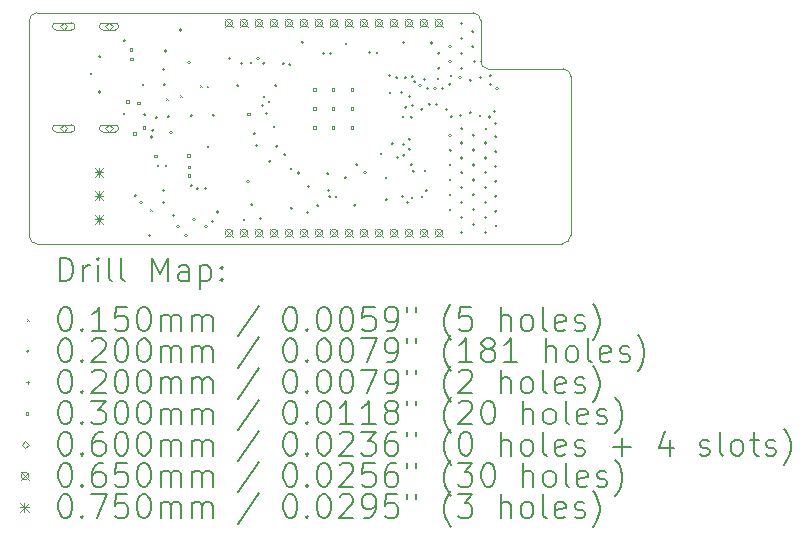
<source format=gbr>
%TF.GenerationSoftware,KiCad,Pcbnew,8.0.1*%
%TF.CreationDate,2024-04-03T20:43:08-07:00*%
%TF.ProjectId,Bluetooth_OSHW,426c7565-746f-46f7-9468-5f4f5348572e,rev?*%
%TF.SameCoordinates,Original*%
%TF.FileFunction,Drillmap*%
%TF.FilePolarity,Positive*%
%FSLAX45Y45*%
G04 Gerber Fmt 4.5, Leading zero omitted, Abs format (unit mm)*
G04 Created by KiCad (PCBNEW 8.0.1) date 2024-04-03 20:43:08*
%MOMM*%
%LPD*%
G01*
G04 APERTURE LIST*
%ADD10C,0.100000*%
%ADD11C,0.200000*%
G04 APERTURE END LIST*
D10*
X19202400Y-14757400D02*
G75*
G02*
X19138900Y-14693900I0J63500D01*
G01*
X23723600Y-14681201D02*
G75*
G02*
X23647399Y-14757400I-76200J1D01*
G01*
X23723600Y-14681200D02*
X23723600Y-13339900D01*
X22896500Y-12801600D02*
G75*
G02*
X22960000Y-12865100I0J-63500D01*
G01*
X19138900Y-12865100D02*
G75*
G02*
X19202400Y-12801600I63500J0D01*
G01*
X19138900Y-12865100D02*
X19138900Y-14693900D01*
X23660100Y-13276400D02*
G75*
G02*
X23723600Y-13339900I0J-63500D01*
G01*
X23023500Y-13276400D02*
G75*
G02*
X22960000Y-13212900I0J63500D01*
G01*
X22960000Y-13212900D02*
X22960000Y-12865100D01*
X23660100Y-13276400D02*
X23023500Y-13276400D01*
X19202400Y-14757400D02*
X23647399Y-14757400D01*
X19202400Y-12801600D02*
X22896500Y-12801600D01*
D11*
D10*
X20158980Y-14465420D02*
X20173980Y-14480420D01*
X20173980Y-14465420D02*
X20158980Y-14480420D01*
X20295500Y-13523500D02*
X20310500Y-13538500D01*
X20310500Y-13523500D02*
X20295500Y-13538500D01*
X20418500Y-13496500D02*
X20433500Y-13511500D01*
X20433500Y-13496500D02*
X20418500Y-13511500D01*
X20582500Y-13416500D02*
X20597500Y-13431500D01*
X20597500Y-13416500D02*
X20582500Y-13431500D01*
X20639500Y-13417500D02*
X20654500Y-13432500D01*
X20654500Y-13417500D02*
X20639500Y-13432500D01*
X19669000Y-13319000D02*
G75*
G02*
X19649000Y-13319000I-10000J0D01*
G01*
X19649000Y-13319000D02*
G75*
G02*
X19669000Y-13319000I10000J0D01*
G01*
X19743000Y-13472000D02*
G75*
G02*
X19723000Y-13472000I-10000J0D01*
G01*
X19723000Y-13472000D02*
G75*
G02*
X19743000Y-13472000I10000J0D01*
G01*
X19746000Y-13173000D02*
G75*
G02*
X19726000Y-13173000I-10000J0D01*
G01*
X19726000Y-13173000D02*
G75*
G02*
X19746000Y-13173000I10000J0D01*
G01*
X19951540Y-13037700D02*
G75*
G02*
X19931540Y-13037700I-10000J0D01*
G01*
X19931540Y-13037700D02*
G75*
G02*
X19951540Y-13037700I10000J0D01*
G01*
X19951540Y-13657580D02*
G75*
G02*
X19931540Y-13657580I-10000J0D01*
G01*
X19931540Y-13657580D02*
G75*
G02*
X19951540Y-13657580I10000J0D01*
G01*
X20045520Y-14351000D02*
G75*
G02*
X20025520Y-14351000I-10000J0D01*
G01*
X20025520Y-14351000D02*
G75*
G02*
X20045520Y-14351000I10000J0D01*
G01*
X20093780Y-14406880D02*
G75*
G02*
X20073780Y-14406880I-10000J0D01*
G01*
X20073780Y-14406880D02*
G75*
G02*
X20093780Y-14406880I10000J0D01*
G01*
X20112000Y-13411000D02*
G75*
G02*
X20092000Y-13411000I-10000J0D01*
G01*
X20092000Y-13411000D02*
G75*
G02*
X20112000Y-13411000I10000J0D01*
G01*
X20127000Y-13663000D02*
G75*
G02*
X20107000Y-13663000I-10000J0D01*
G01*
X20107000Y-13663000D02*
G75*
G02*
X20127000Y-13663000I10000J0D01*
G01*
X20164000Y-14687000D02*
G75*
G02*
X20144000Y-14687000I-10000J0D01*
G01*
X20144000Y-14687000D02*
G75*
G02*
X20164000Y-14687000I10000J0D01*
G01*
X20183000Y-13854000D02*
G75*
G02*
X20163000Y-13854000I-10000J0D01*
G01*
X20163000Y-13854000D02*
G75*
G02*
X20183000Y-13854000I10000J0D01*
G01*
X20192840Y-13794740D02*
G75*
G02*
X20172840Y-13794740I-10000J0D01*
G01*
X20172840Y-13794740D02*
G75*
G02*
X20192840Y-13794740I10000J0D01*
G01*
X20222000Y-13690000D02*
G75*
G02*
X20202000Y-13690000I-10000J0D01*
G01*
X20202000Y-13690000D02*
G75*
G02*
X20222000Y-13690000I10000J0D01*
G01*
X20238040Y-14098000D02*
G75*
G02*
X20218040Y-14098000I-10000J0D01*
G01*
X20218040Y-14098000D02*
G75*
G02*
X20238040Y-14098000I10000J0D01*
G01*
X20285000Y-13279000D02*
G75*
G02*
X20265000Y-13279000I-10000J0D01*
G01*
X20265000Y-13279000D02*
G75*
G02*
X20285000Y-13279000I10000J0D01*
G01*
X20291000Y-13411000D02*
G75*
G02*
X20271000Y-13411000I-10000J0D01*
G01*
X20271000Y-13411000D02*
G75*
G02*
X20291000Y-13411000I10000J0D01*
G01*
X20300930Y-13125310D02*
G75*
G02*
X20280930Y-13125310I-10000J0D01*
G01*
X20280930Y-13125310D02*
G75*
G02*
X20300930Y-13125310I10000J0D01*
G01*
X20306000Y-14095860D02*
G75*
G02*
X20286000Y-14095860I-10000J0D01*
G01*
X20286000Y-14095860D02*
G75*
G02*
X20306000Y-14095860I10000J0D01*
G01*
X20326000Y-13681980D02*
G75*
G02*
X20306000Y-13681980I-10000J0D01*
G01*
X20306000Y-13681980D02*
G75*
G02*
X20326000Y-13681980I10000J0D01*
G01*
X20348000Y-13815000D02*
G75*
G02*
X20328000Y-13815000I-10000J0D01*
G01*
X20328000Y-13815000D02*
G75*
G02*
X20348000Y-13815000I10000J0D01*
G01*
X20371056Y-14518056D02*
G75*
G02*
X20351056Y-14518056I-10000J0D01*
G01*
X20351056Y-14518056D02*
G75*
G02*
X20371056Y-14518056I10000J0D01*
G01*
X20408000Y-14610000D02*
G75*
G02*
X20388000Y-14610000I-10000J0D01*
G01*
X20388000Y-14610000D02*
G75*
G02*
X20408000Y-14610000I10000J0D01*
G01*
X20428000Y-12946000D02*
G75*
G02*
X20408000Y-12946000I-10000J0D01*
G01*
X20408000Y-12946000D02*
G75*
G02*
X20428000Y-12946000I10000J0D01*
G01*
X20475000Y-14688000D02*
G75*
G02*
X20455000Y-14688000I-10000J0D01*
G01*
X20455000Y-14688000D02*
G75*
G02*
X20475000Y-14688000I10000J0D01*
G01*
X20501000Y-13222000D02*
G75*
G02*
X20481000Y-13222000I-10000J0D01*
G01*
X20481000Y-13222000D02*
G75*
G02*
X20501000Y-13222000I10000J0D01*
G01*
X20518081Y-14265468D02*
G75*
G02*
X20498081Y-14265468I-10000J0D01*
G01*
X20498081Y-14265468D02*
G75*
G02*
X20518081Y-14265468I10000J0D01*
G01*
X20519000Y-13671000D02*
G75*
G02*
X20499000Y-13671000I-10000J0D01*
G01*
X20499000Y-13671000D02*
G75*
G02*
X20519000Y-13671000I10000J0D01*
G01*
X20543360Y-14551660D02*
G75*
G02*
X20523360Y-14551660I-10000J0D01*
G01*
X20523360Y-14551660D02*
G75*
G02*
X20543360Y-14551660I10000J0D01*
G01*
X20570001Y-14290000D02*
G75*
G02*
X20550001Y-14290000I-10000J0D01*
G01*
X20550001Y-14290000D02*
G75*
G02*
X20570001Y-14290000I10000J0D01*
G01*
X20638000Y-14289000D02*
G75*
G02*
X20618000Y-14289000I-10000J0D01*
G01*
X20618000Y-14289000D02*
G75*
G02*
X20638000Y-14289000I10000J0D01*
G01*
X20644000Y-14610000D02*
G75*
G02*
X20624000Y-14610000I-10000J0D01*
G01*
X20624000Y-14610000D02*
G75*
G02*
X20644000Y-14610000I10000J0D01*
G01*
X20663000Y-13937000D02*
G75*
G02*
X20643000Y-13937000I-10000J0D01*
G01*
X20643000Y-13937000D02*
G75*
G02*
X20663000Y-13937000I10000J0D01*
G01*
X20700840Y-14568000D02*
G75*
G02*
X20680840Y-14568000I-10000J0D01*
G01*
X20680840Y-14568000D02*
G75*
G02*
X20700840Y-14568000I10000J0D01*
G01*
X20706000Y-13667000D02*
G75*
G02*
X20686000Y-13667000I-10000J0D01*
G01*
X20686000Y-13667000D02*
G75*
G02*
X20706000Y-13667000I10000J0D01*
G01*
X20741480Y-14488160D02*
G75*
G02*
X20721480Y-14488160I-10000J0D01*
G01*
X20721480Y-14488160D02*
G75*
G02*
X20741480Y-14488160I10000J0D01*
G01*
X20845000Y-13189000D02*
G75*
G02*
X20825000Y-13189000I-10000J0D01*
G01*
X20825000Y-13189000D02*
G75*
G02*
X20845000Y-13189000I10000J0D01*
G01*
X20913000Y-13418000D02*
G75*
G02*
X20893000Y-13418000I-10000J0D01*
G01*
X20893000Y-13418000D02*
G75*
G02*
X20913000Y-13418000I10000J0D01*
G01*
X20944000Y-13229000D02*
G75*
G02*
X20924000Y-13229000I-10000J0D01*
G01*
X20924000Y-13229000D02*
G75*
G02*
X20944000Y-13229000I10000J0D01*
G01*
X20965000Y-14555000D02*
G75*
G02*
X20945000Y-14555000I-10000J0D01*
G01*
X20945000Y-14555000D02*
G75*
G02*
X20965000Y-14555000I10000J0D01*
G01*
X21000560Y-14229080D02*
G75*
G02*
X20980560Y-14229080I-10000J0D01*
G01*
X20980560Y-14229080D02*
G75*
G02*
X21000560Y-14229080I10000J0D01*
G01*
X21025000Y-13227000D02*
G75*
G02*
X21005000Y-13227000I-10000J0D01*
G01*
X21005000Y-13227000D02*
G75*
G02*
X21025000Y-13227000I10000J0D01*
G01*
X21031040Y-14427200D02*
G75*
G02*
X21011040Y-14427200I-10000J0D01*
G01*
X21011040Y-14427200D02*
G75*
G02*
X21031040Y-14427200I10000J0D01*
G01*
X21054000Y-13826000D02*
G75*
G02*
X21034000Y-13826000I-10000J0D01*
G01*
X21034000Y-13826000D02*
G75*
G02*
X21054000Y-13826000I10000J0D01*
G01*
X21071680Y-13924280D02*
G75*
G02*
X21051680Y-13924280I-10000J0D01*
G01*
X21051680Y-13924280D02*
G75*
G02*
X21071680Y-13924280I10000J0D01*
G01*
X21085000Y-13189000D02*
G75*
G02*
X21065000Y-13189000I-10000J0D01*
G01*
X21065000Y-13189000D02*
G75*
G02*
X21085000Y-13189000I10000J0D01*
G01*
X21106000Y-14542000D02*
G75*
G02*
X21086000Y-14542000I-10000J0D01*
G01*
X21086000Y-14542000D02*
G75*
G02*
X21106000Y-14542000I10000J0D01*
G01*
X21122000Y-13585000D02*
G75*
G02*
X21102000Y-13585000I-10000J0D01*
G01*
X21102000Y-13585000D02*
G75*
G02*
X21122000Y-13585000I10000J0D01*
G01*
X21132000Y-13228000D02*
G75*
G02*
X21112000Y-13228000I-10000J0D01*
G01*
X21112000Y-13228000D02*
G75*
G02*
X21132000Y-13228000I10000J0D01*
G01*
X21133000Y-13514000D02*
G75*
G02*
X21113000Y-13514000I-10000J0D01*
G01*
X21113000Y-13514000D02*
G75*
G02*
X21133000Y-13514000I10000J0D01*
G01*
X21157000Y-13654000D02*
G75*
G02*
X21137000Y-13654000I-10000J0D01*
G01*
X21137000Y-13654000D02*
G75*
G02*
X21157000Y-13654000I10000J0D01*
G01*
X21178000Y-13556000D02*
G75*
G02*
X21158000Y-13556000I-10000J0D01*
G01*
X21158000Y-13556000D02*
G75*
G02*
X21178000Y-13556000I10000J0D01*
G01*
X21184000Y-14057000D02*
G75*
G02*
X21164000Y-14057000I-10000J0D01*
G01*
X21164000Y-14057000D02*
G75*
G02*
X21184000Y-14057000I10000J0D01*
G01*
X21219000Y-13767000D02*
G75*
G02*
X21199000Y-13767000I-10000J0D01*
G01*
X21199000Y-13767000D02*
G75*
G02*
X21219000Y-13767000I10000J0D01*
G01*
X21235000Y-13418000D02*
G75*
G02*
X21215000Y-13418000I-10000J0D01*
G01*
X21215000Y-13418000D02*
G75*
G02*
X21235000Y-13418000I10000J0D01*
G01*
X21242000Y-13931000D02*
G75*
G02*
X21222000Y-13931000I-10000J0D01*
G01*
X21222000Y-13931000D02*
G75*
G02*
X21242000Y-13931000I10000J0D01*
G01*
X21299000Y-13234000D02*
G75*
G02*
X21279000Y-13234000I-10000J0D01*
G01*
X21279000Y-13234000D02*
G75*
G02*
X21299000Y-13234000I10000J0D01*
G01*
X21311000Y-14002000D02*
G75*
G02*
X21291000Y-14002000I-10000J0D01*
G01*
X21291000Y-14002000D02*
G75*
G02*
X21311000Y-14002000I10000J0D01*
G01*
X21355000Y-13241000D02*
G75*
G02*
X21335000Y-13241000I-10000J0D01*
G01*
X21335000Y-13241000D02*
G75*
G02*
X21355000Y-13241000I10000J0D01*
G01*
X21365000Y-14124000D02*
G75*
G02*
X21345000Y-14124000I-10000J0D01*
G01*
X21345000Y-14124000D02*
G75*
G02*
X21365000Y-14124000I10000J0D01*
G01*
X21365000Y-14457000D02*
G75*
G02*
X21345000Y-14457000I-10000J0D01*
G01*
X21345000Y-14457000D02*
G75*
G02*
X21365000Y-14457000I10000J0D01*
G01*
X21427280Y-14157960D02*
G75*
G02*
X21407280Y-14157960I-10000J0D01*
G01*
X21407280Y-14157960D02*
G75*
G02*
X21427280Y-14157960I10000J0D01*
G01*
X21461000Y-13050000D02*
G75*
G02*
X21441000Y-13050000I-10000J0D01*
G01*
X21441000Y-13050000D02*
G75*
G02*
X21461000Y-13050000I10000J0D01*
G01*
X21503480Y-14493240D02*
G75*
G02*
X21483480Y-14493240I-10000J0D01*
G01*
X21483480Y-14493240D02*
G75*
G02*
X21503480Y-14493240I10000J0D01*
G01*
X21511100Y-14272260D02*
G75*
G02*
X21491100Y-14272260I-10000J0D01*
G01*
X21491100Y-14272260D02*
G75*
G02*
X21511100Y-14272260I10000J0D01*
G01*
X21591000Y-14433000D02*
G75*
G02*
X21571000Y-14433000I-10000J0D01*
G01*
X21571000Y-14433000D02*
G75*
G02*
X21591000Y-14433000I10000J0D01*
G01*
X21641000Y-13146000D02*
G75*
G02*
X21621000Y-13146000I-10000J0D01*
G01*
X21621000Y-13146000D02*
G75*
G02*
X21641000Y-13146000I10000J0D01*
G01*
X21676000Y-14163000D02*
G75*
G02*
X21656000Y-14163000I-10000J0D01*
G01*
X21656000Y-14163000D02*
G75*
G02*
X21676000Y-14163000I10000J0D01*
G01*
X21681280Y-14305280D02*
G75*
G02*
X21661280Y-14305280I-10000J0D01*
G01*
X21661280Y-14305280D02*
G75*
G02*
X21681280Y-14305280I10000J0D01*
G01*
X21692000Y-14359000D02*
G75*
G02*
X21672000Y-14359000I-10000J0D01*
G01*
X21672000Y-14359000D02*
G75*
G02*
X21692000Y-14359000I10000J0D01*
G01*
X21699000Y-13146000D02*
G75*
G02*
X21679000Y-13146000I-10000J0D01*
G01*
X21679000Y-13146000D02*
G75*
G02*
X21699000Y-13146000I10000J0D01*
G01*
X21747320Y-14361000D02*
G75*
G02*
X21727320Y-14361000I-10000J0D01*
G01*
X21727320Y-14361000D02*
G75*
G02*
X21747320Y-14361000I10000J0D01*
G01*
X21824060Y-14198060D02*
G75*
G02*
X21804060Y-14198060I-10000J0D01*
G01*
X21804060Y-14198060D02*
G75*
G02*
X21824060Y-14198060I10000J0D01*
G01*
X21829000Y-13064000D02*
G75*
G02*
X21809000Y-13064000I-10000J0D01*
G01*
X21809000Y-13064000D02*
G75*
G02*
X21829000Y-13064000I10000J0D01*
G01*
X21902260Y-14429740D02*
G75*
G02*
X21882260Y-14429740I-10000J0D01*
G01*
X21882260Y-14429740D02*
G75*
G02*
X21902260Y-14429740I10000J0D01*
G01*
X21920000Y-14087000D02*
G75*
G02*
X21900000Y-14087000I-10000J0D01*
G01*
X21900000Y-14087000D02*
G75*
G02*
X21920000Y-14087000I10000J0D01*
G01*
X21991000Y-14153000D02*
G75*
G02*
X21971000Y-14153000I-10000J0D01*
G01*
X21971000Y-14153000D02*
G75*
G02*
X21991000Y-14153000I10000J0D01*
G01*
X22031000Y-13137000D02*
G75*
G02*
X22011000Y-13137000I-10000J0D01*
G01*
X22011000Y-13137000D02*
G75*
G02*
X22031000Y-13137000I10000J0D01*
G01*
X22092000Y-13141000D02*
G75*
G02*
X22072000Y-13141000I-10000J0D01*
G01*
X22072000Y-13141000D02*
G75*
G02*
X22092000Y-13141000I10000J0D01*
G01*
X22126000Y-13999000D02*
G75*
G02*
X22106000Y-13999000I-10000J0D01*
G01*
X22106000Y-13999000D02*
G75*
G02*
X22126000Y-13999000I10000J0D01*
G01*
X22170000Y-14201000D02*
G75*
G02*
X22150000Y-14201000I-10000J0D01*
G01*
X22150000Y-14201000D02*
G75*
G02*
X22170000Y-14201000I10000J0D01*
G01*
X22171000Y-14386000D02*
G75*
G02*
X22151000Y-14386000I-10000J0D01*
G01*
X22151000Y-14386000D02*
G75*
G02*
X22171000Y-14386000I10000J0D01*
G01*
X22197250Y-13332000D02*
G75*
G02*
X22177250Y-13332000I-10000J0D01*
G01*
X22177250Y-13332000D02*
G75*
G02*
X22197250Y-13332000I10000J0D01*
G01*
X22201000Y-13481000D02*
G75*
G02*
X22181000Y-13481000I-10000J0D01*
G01*
X22181000Y-13481000D02*
G75*
G02*
X22201000Y-13481000I10000J0D01*
G01*
X22220000Y-13909000D02*
G75*
G02*
X22200000Y-13909000I-10000J0D01*
G01*
X22200000Y-13909000D02*
G75*
G02*
X22220000Y-13909000I10000J0D01*
G01*
X22259000Y-13352000D02*
G75*
G02*
X22239000Y-13352000I-10000J0D01*
G01*
X22239000Y-13352000D02*
G75*
G02*
X22259000Y-13352000I10000J0D01*
G01*
X22265000Y-14027000D02*
G75*
G02*
X22245000Y-14027000I-10000J0D01*
G01*
X22245000Y-14027000D02*
G75*
G02*
X22265000Y-14027000I10000J0D01*
G01*
X22299000Y-13476000D02*
G75*
G02*
X22279000Y-13476000I-10000J0D01*
G01*
X22279000Y-13476000D02*
G75*
G02*
X22299000Y-13476000I10000J0D01*
G01*
X22309000Y-14357000D02*
G75*
G02*
X22289000Y-14357000I-10000J0D01*
G01*
X22289000Y-14357000D02*
G75*
G02*
X22309000Y-14357000I10000J0D01*
G01*
X22311000Y-13684000D02*
G75*
G02*
X22291000Y-13684000I-10000J0D01*
G01*
X22291000Y-13684000D02*
G75*
G02*
X22311000Y-13684000I10000J0D01*
G01*
X22316000Y-13054000D02*
G75*
G02*
X22296000Y-13054000I-10000J0D01*
G01*
X22296000Y-13054000D02*
G75*
G02*
X22316000Y-13054000I10000J0D01*
G01*
X22318032Y-13915250D02*
G75*
G02*
X22298032Y-13915250I-10000J0D01*
G01*
X22298032Y-13915250D02*
G75*
G02*
X22318032Y-13915250I10000J0D01*
G01*
X22319000Y-14009000D02*
G75*
G02*
X22299000Y-14009000I-10000J0D01*
G01*
X22299000Y-14009000D02*
G75*
G02*
X22319000Y-14009000I10000J0D01*
G01*
X22330000Y-13350000D02*
G75*
G02*
X22310000Y-13350000I-10000J0D01*
G01*
X22310000Y-13350000D02*
G75*
G02*
X22330000Y-13350000I10000J0D01*
G01*
X22337000Y-13602000D02*
G75*
G02*
X22317000Y-13602000I-10000J0D01*
G01*
X22317000Y-13602000D02*
G75*
G02*
X22337000Y-13602000I10000J0D01*
G01*
X22350000Y-14407000D02*
G75*
G02*
X22330000Y-14407000I-10000J0D01*
G01*
X22330000Y-14407000D02*
G75*
G02*
X22350000Y-14407000I10000J0D01*
G01*
X22364000Y-13872000D02*
G75*
G02*
X22344000Y-13872000I-10000J0D01*
G01*
X22344000Y-13872000D02*
G75*
G02*
X22364000Y-13872000I10000J0D01*
G01*
X22366177Y-13955728D02*
G75*
G02*
X22346177Y-13955728I-10000J0D01*
G01*
X22346177Y-13955728D02*
G75*
G02*
X22366177Y-13955728I10000J0D01*
G01*
X22369000Y-13509000D02*
G75*
G02*
X22349000Y-13509000I-10000J0D01*
G01*
X22349000Y-13509000D02*
G75*
G02*
X22369000Y-13509000I10000J0D01*
G01*
X22382000Y-13687000D02*
G75*
G02*
X22362000Y-13687000I-10000J0D01*
G01*
X22362000Y-13687000D02*
G75*
G02*
X22382000Y-13687000I10000J0D01*
G01*
X22384000Y-14088000D02*
G75*
G02*
X22364000Y-14088000I-10000J0D01*
G01*
X22364000Y-14088000D02*
G75*
G02*
X22384000Y-14088000I10000J0D01*
G01*
X22390000Y-13341000D02*
G75*
G02*
X22370000Y-13341000I-10000J0D01*
G01*
X22370000Y-13341000D02*
G75*
G02*
X22390000Y-13341000I10000J0D01*
G01*
X22390000Y-14369000D02*
G75*
G02*
X22370000Y-14369000I-10000J0D01*
G01*
X22370000Y-14369000D02*
G75*
G02*
X22390000Y-14369000I10000J0D01*
G01*
X22394000Y-13586000D02*
G75*
G02*
X22374000Y-13586000I-10000J0D01*
G01*
X22374000Y-13586000D02*
G75*
G02*
X22394000Y-13586000I10000J0D01*
G01*
X22398000Y-14144000D02*
G75*
G02*
X22378000Y-14144000I-10000J0D01*
G01*
X22378000Y-14144000D02*
G75*
G02*
X22398000Y-14144000I10000J0D01*
G01*
X22412000Y-13384000D02*
G75*
G02*
X22392000Y-13384000I-10000J0D01*
G01*
X22392000Y-13384000D02*
G75*
G02*
X22412000Y-13384000I10000J0D01*
G01*
X22457000Y-13417000D02*
G75*
G02*
X22437000Y-13417000I-10000J0D01*
G01*
X22437000Y-13417000D02*
G75*
G02*
X22457000Y-13417000I10000J0D01*
G01*
X22471000Y-13618000D02*
G75*
G02*
X22451000Y-13618000I-10000J0D01*
G01*
X22451000Y-13618000D02*
G75*
G02*
X22471000Y-13618000I10000J0D01*
G01*
X22472000Y-14360000D02*
G75*
G02*
X22452000Y-14360000I-10000J0D01*
G01*
X22452000Y-14360000D02*
G75*
G02*
X22472000Y-14360000I10000J0D01*
G01*
X22495000Y-13365000D02*
G75*
G02*
X22475000Y-13365000I-10000J0D01*
G01*
X22475000Y-13365000D02*
G75*
G02*
X22495000Y-13365000I10000J0D01*
G01*
X22498000Y-14141000D02*
G75*
G02*
X22478000Y-14141000I-10000J0D01*
G01*
X22478000Y-14141000D02*
G75*
G02*
X22498000Y-14141000I10000J0D01*
G01*
X22510000Y-14308000D02*
G75*
G02*
X22490000Y-14308000I-10000J0D01*
G01*
X22490000Y-14308000D02*
G75*
G02*
X22510000Y-14308000I10000J0D01*
G01*
X22519000Y-13443000D02*
G75*
G02*
X22499000Y-13443000I-10000J0D01*
G01*
X22499000Y-13443000D02*
G75*
G02*
X22519000Y-13443000I10000J0D01*
G01*
X22533000Y-13576000D02*
G75*
G02*
X22513000Y-13576000I-10000J0D01*
G01*
X22513000Y-13576000D02*
G75*
G02*
X22533000Y-13576000I10000J0D01*
G01*
X22554000Y-13056000D02*
G75*
G02*
X22534000Y-13056000I-10000J0D01*
G01*
X22534000Y-13056000D02*
G75*
G02*
X22554000Y-13056000I10000J0D01*
G01*
X22583000Y-13443000D02*
G75*
G02*
X22563000Y-13443000I-10000J0D01*
G01*
X22563000Y-13443000D02*
G75*
G02*
X22583000Y-13443000I10000J0D01*
G01*
X22598000Y-13577000D02*
G75*
G02*
X22578000Y-13577000I-10000J0D01*
G01*
X22578000Y-13577000D02*
G75*
G02*
X22598000Y-13577000I10000J0D01*
G01*
X22610000Y-13363000D02*
G75*
G02*
X22590000Y-13363000I-10000J0D01*
G01*
X22590000Y-13363000D02*
G75*
G02*
X22610000Y-13363000I10000J0D01*
G01*
X22616000Y-13144500D02*
G75*
G02*
X22596000Y-13144500I-10000J0D01*
G01*
X22596000Y-13144500D02*
G75*
G02*
X22616000Y-13144500I10000J0D01*
G01*
X22616000Y-13271500D02*
G75*
G02*
X22596000Y-13271500I-10000J0D01*
G01*
X22596000Y-13271500D02*
G75*
G02*
X22616000Y-13271500I10000J0D01*
G01*
X22647000Y-13442000D02*
G75*
G02*
X22627000Y-13442000I-10000J0D01*
G01*
X22627000Y-13442000D02*
G75*
G02*
X22647000Y-13442000I10000J0D01*
G01*
X22681000Y-13622000D02*
G75*
G02*
X22661000Y-13622000I-10000J0D01*
G01*
X22661000Y-13622000D02*
G75*
G02*
X22681000Y-13622000I10000J0D01*
G01*
X22707000Y-13405000D02*
G75*
G02*
X22687000Y-13405000I-10000J0D01*
G01*
X22687000Y-13405000D02*
G75*
G02*
X22707000Y-13405000I10000J0D01*
G01*
X22710000Y-13087000D02*
G75*
G02*
X22690000Y-13087000I-10000J0D01*
G01*
X22690000Y-13087000D02*
G75*
G02*
X22710000Y-13087000I10000J0D01*
G01*
X22710000Y-13214000D02*
G75*
G02*
X22690000Y-13214000I-10000J0D01*
G01*
X22690000Y-13214000D02*
G75*
G02*
X22710000Y-13214000I10000J0D01*
G01*
X22711000Y-13839500D02*
G75*
G02*
X22691000Y-13839500I-10000J0D01*
G01*
X22691000Y-13839500D02*
G75*
G02*
X22711000Y-13839500I10000J0D01*
G01*
X22711000Y-13965667D02*
G75*
G02*
X22691000Y-13965667I-10000J0D01*
G01*
X22691000Y-13965667D02*
G75*
G02*
X22711000Y-13965667I10000J0D01*
G01*
X22711000Y-14091833D02*
G75*
G02*
X22691000Y-14091833I-10000J0D01*
G01*
X22691000Y-14091833D02*
G75*
G02*
X22711000Y-14091833I10000J0D01*
G01*
X22711000Y-14218000D02*
G75*
G02*
X22691000Y-14218000I-10000J0D01*
G01*
X22691000Y-14218000D02*
G75*
G02*
X22711000Y-14218000I10000J0D01*
G01*
X22711000Y-14344167D02*
G75*
G02*
X22691000Y-14344167I-10000J0D01*
G01*
X22691000Y-14344167D02*
G75*
G02*
X22711000Y-14344167I10000J0D01*
G01*
X22711000Y-14470333D02*
G75*
G02*
X22691000Y-14470333I-10000J0D01*
G01*
X22691000Y-14470333D02*
G75*
G02*
X22711000Y-14470333I10000J0D01*
G01*
X22718000Y-13336000D02*
G75*
G02*
X22698000Y-13336000I-10000J0D01*
G01*
X22698000Y-13336000D02*
G75*
G02*
X22718000Y-13336000I10000J0D01*
G01*
X22722000Y-13682000D02*
G75*
G02*
X22702000Y-13682000I-10000J0D01*
G01*
X22702000Y-13682000D02*
G75*
G02*
X22722000Y-13682000I10000J0D01*
G01*
X22794000Y-13349000D02*
G75*
G02*
X22774000Y-13349000I-10000J0D01*
G01*
X22774000Y-13349000D02*
G75*
G02*
X22794000Y-13349000I10000J0D01*
G01*
X22798000Y-13672000D02*
G75*
G02*
X22778000Y-13672000I-10000J0D01*
G01*
X22778000Y-13672000D02*
G75*
G02*
X22798000Y-13672000I10000J0D01*
G01*
X22806500Y-12890500D02*
G75*
G02*
X22786500Y-12890500I-10000J0D01*
G01*
X22786500Y-12890500D02*
G75*
G02*
X22806500Y-12890500I10000J0D01*
G01*
X22806500Y-13017500D02*
G75*
G02*
X22786500Y-13017500I-10000J0D01*
G01*
X22786500Y-13017500D02*
G75*
G02*
X22806500Y-13017500I10000J0D01*
G01*
X22806500Y-13144500D02*
G75*
G02*
X22786500Y-13144500I-10000J0D01*
G01*
X22786500Y-13144500D02*
G75*
G02*
X22806500Y-13144500I10000J0D01*
G01*
X22806500Y-13271500D02*
G75*
G02*
X22786500Y-13271500I-10000J0D01*
G01*
X22786500Y-13271500D02*
G75*
G02*
X22806500Y-13271500I10000J0D01*
G01*
X22808000Y-13903500D02*
G75*
G02*
X22788000Y-13903500I-10000J0D01*
G01*
X22788000Y-13903500D02*
G75*
G02*
X22808000Y-13903500I10000J0D01*
G01*
X22808000Y-14029667D02*
G75*
G02*
X22788000Y-14029667I-10000J0D01*
G01*
X22788000Y-14029667D02*
G75*
G02*
X22808000Y-14029667I10000J0D01*
G01*
X22808000Y-14155833D02*
G75*
G02*
X22788000Y-14155833I-10000J0D01*
G01*
X22788000Y-14155833D02*
G75*
G02*
X22808000Y-14155833I10000J0D01*
G01*
X22808000Y-14282000D02*
G75*
G02*
X22788000Y-14282000I-10000J0D01*
G01*
X22788000Y-14282000D02*
G75*
G02*
X22808000Y-14282000I10000J0D01*
G01*
X22808000Y-14408167D02*
G75*
G02*
X22788000Y-14408167I-10000J0D01*
G01*
X22788000Y-14408167D02*
G75*
G02*
X22808000Y-14408167I10000J0D01*
G01*
X22808000Y-14534333D02*
G75*
G02*
X22788000Y-14534333I-10000J0D01*
G01*
X22788000Y-14534333D02*
G75*
G02*
X22808000Y-14534333I10000J0D01*
G01*
X22808000Y-14660500D02*
G75*
G02*
X22788000Y-14660500I-10000J0D01*
G01*
X22788000Y-14660500D02*
G75*
G02*
X22808000Y-14660500I10000J0D01*
G01*
X22809000Y-13783000D02*
G75*
G02*
X22789000Y-13783000I-10000J0D01*
G01*
X22789000Y-13783000D02*
G75*
G02*
X22809000Y-13783000I10000J0D01*
G01*
X22882000Y-13648000D02*
G75*
G02*
X22862000Y-13648000I-10000J0D01*
G01*
X22862000Y-13648000D02*
G75*
G02*
X22882000Y-13648000I10000J0D01*
G01*
X22883000Y-13372000D02*
G75*
G02*
X22863000Y-13372000I-10000J0D01*
G01*
X22863000Y-13372000D02*
G75*
G02*
X22883000Y-13372000I10000J0D01*
G01*
X22904000Y-12962000D02*
G75*
G02*
X22884000Y-12962000I-10000J0D01*
G01*
X22884000Y-12962000D02*
G75*
G02*
X22904000Y-12962000I10000J0D01*
G01*
X22904000Y-13089000D02*
G75*
G02*
X22884000Y-13089000I-10000J0D01*
G01*
X22884000Y-13089000D02*
G75*
G02*
X22904000Y-13089000I10000J0D01*
G01*
X22909000Y-13837333D02*
G75*
G02*
X22889000Y-13837333I-10000J0D01*
G01*
X22889000Y-13837333D02*
G75*
G02*
X22909000Y-13837333I10000J0D01*
G01*
X22909000Y-13963500D02*
G75*
G02*
X22889000Y-13963500I-10000J0D01*
G01*
X22889000Y-13963500D02*
G75*
G02*
X22909000Y-13963500I10000J0D01*
G01*
X22909000Y-14089666D02*
G75*
G02*
X22889000Y-14089666I-10000J0D01*
G01*
X22889000Y-14089666D02*
G75*
G02*
X22909000Y-14089666I10000J0D01*
G01*
X22909000Y-14215833D02*
G75*
G02*
X22889000Y-14215833I-10000J0D01*
G01*
X22889000Y-14215833D02*
G75*
G02*
X22909000Y-14215833I10000J0D01*
G01*
X22909000Y-14342000D02*
G75*
G02*
X22889000Y-14342000I-10000J0D01*
G01*
X22889000Y-14342000D02*
G75*
G02*
X22909000Y-14342000I10000J0D01*
G01*
X22909000Y-14468166D02*
G75*
G02*
X22889000Y-14468166I-10000J0D01*
G01*
X22889000Y-14468166D02*
G75*
G02*
X22909000Y-14468166I10000J0D01*
G01*
X22909000Y-14594333D02*
G75*
G02*
X22889000Y-14594333I-10000J0D01*
G01*
X22889000Y-14594333D02*
G75*
G02*
X22909000Y-14594333I10000J0D01*
G01*
X22917000Y-13213000D02*
G75*
G02*
X22897000Y-13213000I-10000J0D01*
G01*
X22897000Y-13213000D02*
G75*
G02*
X22917000Y-13213000I10000J0D01*
G01*
X22966000Y-13674000D02*
G75*
G02*
X22946000Y-13674000I-10000J0D01*
G01*
X22946000Y-13674000D02*
G75*
G02*
X22966000Y-13674000I10000J0D01*
G01*
X22968000Y-13349000D02*
G75*
G02*
X22948000Y-13349000I-10000J0D01*
G01*
X22948000Y-13349000D02*
G75*
G02*
X22968000Y-13349000I10000J0D01*
G01*
X23011000Y-13903000D02*
G75*
G02*
X22991000Y-13903000I-10000J0D01*
G01*
X22991000Y-13903000D02*
G75*
G02*
X23011000Y-13903000I10000J0D01*
G01*
X23011000Y-14029167D02*
G75*
G02*
X22991000Y-14029167I-10000J0D01*
G01*
X22991000Y-14029167D02*
G75*
G02*
X23011000Y-14029167I10000J0D01*
G01*
X23011000Y-14155333D02*
G75*
G02*
X22991000Y-14155333I-10000J0D01*
G01*
X22991000Y-14155333D02*
G75*
G02*
X23011000Y-14155333I10000J0D01*
G01*
X23011000Y-14281500D02*
G75*
G02*
X22991000Y-14281500I-10000J0D01*
G01*
X22991000Y-14281500D02*
G75*
G02*
X23011000Y-14281500I10000J0D01*
G01*
X23011000Y-14407666D02*
G75*
G02*
X22991000Y-14407666I-10000J0D01*
G01*
X22991000Y-14407666D02*
G75*
G02*
X23011000Y-14407666I10000J0D01*
G01*
X23011000Y-14533833D02*
G75*
G02*
X22991000Y-14533833I-10000J0D01*
G01*
X22991000Y-14533833D02*
G75*
G02*
X23011000Y-14533833I10000J0D01*
G01*
X23011000Y-14660000D02*
G75*
G02*
X22991000Y-14660000I-10000J0D01*
G01*
X22991000Y-14660000D02*
G75*
G02*
X23011000Y-14660000I10000J0D01*
G01*
X23014000Y-13786000D02*
G75*
G02*
X22994000Y-13786000I-10000J0D01*
G01*
X22994000Y-13786000D02*
G75*
G02*
X23014000Y-13786000I10000J0D01*
G01*
X23044000Y-13683000D02*
G75*
G02*
X23024000Y-13683000I-10000J0D01*
G01*
X23024000Y-13683000D02*
G75*
G02*
X23044000Y-13683000I10000J0D01*
G01*
X23052000Y-13335000D02*
G75*
G02*
X23032000Y-13335000I-10000J0D01*
G01*
X23032000Y-13335000D02*
G75*
G02*
X23052000Y-13335000I10000J0D01*
G01*
X23054000Y-13407000D02*
G75*
G02*
X23034000Y-13407000I-10000J0D01*
G01*
X23034000Y-13407000D02*
G75*
G02*
X23054000Y-13407000I10000J0D01*
G01*
X23087000Y-13637000D02*
G75*
G02*
X23067000Y-13637000I-10000J0D01*
G01*
X23067000Y-13637000D02*
G75*
G02*
X23087000Y-13637000I10000J0D01*
G01*
X23095000Y-13740000D02*
G75*
G02*
X23075000Y-13740000I-10000J0D01*
G01*
X23075000Y-13740000D02*
G75*
G02*
X23095000Y-13740000I10000J0D01*
G01*
X23098000Y-13850000D02*
G75*
G02*
X23078000Y-13850000I-10000J0D01*
G01*
X23078000Y-13850000D02*
G75*
G02*
X23098000Y-13850000I10000J0D01*
G01*
X23098000Y-13976167D02*
G75*
G02*
X23078000Y-13976167I-10000J0D01*
G01*
X23078000Y-13976167D02*
G75*
G02*
X23098000Y-13976167I10000J0D01*
G01*
X23098000Y-14102333D02*
G75*
G02*
X23078000Y-14102333I-10000J0D01*
G01*
X23078000Y-14102333D02*
G75*
G02*
X23098000Y-14102333I10000J0D01*
G01*
X23098000Y-14228500D02*
G75*
G02*
X23078000Y-14228500I-10000J0D01*
G01*
X23078000Y-14228500D02*
G75*
G02*
X23098000Y-14228500I10000J0D01*
G01*
X23098000Y-14354666D02*
G75*
G02*
X23078000Y-14354666I-10000J0D01*
G01*
X23078000Y-14354666D02*
G75*
G02*
X23098000Y-14354666I10000J0D01*
G01*
X23098000Y-14480833D02*
G75*
G02*
X23078000Y-14480833I-10000J0D01*
G01*
X23078000Y-14480833D02*
G75*
G02*
X23098000Y-14480833I10000J0D01*
G01*
X23098000Y-14607000D02*
G75*
G02*
X23078000Y-14607000I-10000J0D01*
G01*
X23078000Y-14607000D02*
G75*
G02*
X23098000Y-14607000I10000J0D01*
G01*
X23108000Y-13443000D02*
G75*
G02*
X23088000Y-13443000I-10000J0D01*
G01*
X23088000Y-13443000D02*
G75*
G02*
X23108000Y-13443000I10000J0D01*
G01*
X20271480Y-14291000D02*
X20271480Y-14311000D01*
X20261480Y-14301000D02*
X20281480Y-14301000D01*
X20271480Y-14391000D02*
X20271480Y-14411000D01*
X20261480Y-14401000D02*
X20281480Y-14401000D01*
X19979607Y-13564607D02*
X19979607Y-13543393D01*
X19958393Y-13543393D01*
X19958393Y-13564607D01*
X19979607Y-13564607D01*
X20011886Y-13123306D02*
X20011886Y-13102093D01*
X19990673Y-13102093D01*
X19990673Y-13123306D01*
X20011886Y-13123306D01*
X20013607Y-13204607D02*
X20013607Y-13183393D01*
X19992393Y-13183393D01*
X19992393Y-13204607D01*
X20013607Y-13204607D01*
X20039607Y-13835607D02*
X20039607Y-13814393D01*
X20018393Y-13814393D01*
X20018393Y-13835607D01*
X20039607Y-13835607D01*
X20072607Y-13576607D02*
X20072607Y-13555393D01*
X20051393Y-13555393D01*
X20051393Y-13576607D01*
X20072607Y-13576607D01*
X20119987Y-13782687D02*
X20119987Y-13761474D01*
X20098774Y-13761474D01*
X20098774Y-13782687D01*
X20119987Y-13782687D01*
X20218847Y-14023787D02*
X20218847Y-14002573D01*
X20197633Y-14002573D01*
X20197633Y-14023787D01*
X20218847Y-14023787D01*
X20496607Y-14021607D02*
X20496607Y-14000393D01*
X20475393Y-14000393D01*
X20475393Y-14021607D01*
X20496607Y-14021607D01*
X20500787Y-14115607D02*
X20500787Y-14094393D01*
X20479573Y-14094393D01*
X20479573Y-14115607D01*
X20500787Y-14115607D01*
X20500787Y-14191427D02*
X20500787Y-14170213D01*
X20479573Y-14170213D01*
X20479573Y-14191427D01*
X20500787Y-14191427D01*
X21004821Y-13666916D02*
X21004821Y-13645702D01*
X20983607Y-13645702D01*
X20983607Y-13666916D01*
X21004821Y-13666916D01*
X21561607Y-13461507D02*
X21561607Y-13440293D01*
X21540393Y-13440293D01*
X21540393Y-13461507D01*
X21561607Y-13461507D01*
X21561607Y-13621527D02*
X21561607Y-13600313D01*
X21540393Y-13600313D01*
X21540393Y-13621527D01*
X21561607Y-13621527D01*
X21561607Y-13784087D02*
X21561607Y-13762873D01*
X21540393Y-13762873D01*
X21540393Y-13784087D01*
X21561607Y-13784087D01*
X21721607Y-13461507D02*
X21721607Y-13440293D01*
X21700393Y-13440293D01*
X21700393Y-13461507D01*
X21721607Y-13461507D01*
X21721607Y-13621527D02*
X21721607Y-13600313D01*
X21700393Y-13600313D01*
X21700393Y-13621527D01*
X21721607Y-13621527D01*
X21721607Y-13784087D02*
X21721607Y-13762873D01*
X21700393Y-13762873D01*
X21700393Y-13784087D01*
X21721607Y-13784087D01*
X21881607Y-13461507D02*
X21881607Y-13440293D01*
X21860393Y-13440293D01*
X21860393Y-13461507D01*
X21881607Y-13461507D01*
X21881607Y-13621527D02*
X21881607Y-13600313D01*
X21860393Y-13600313D01*
X21860393Y-13621527D01*
X21881607Y-13621527D01*
X21881607Y-13784087D02*
X21881607Y-13762873D01*
X21860393Y-13762873D01*
X21860393Y-13784087D01*
X21881607Y-13784087D01*
X19430500Y-12946000D02*
X19460500Y-12916000D01*
X19430500Y-12886000D01*
X19400500Y-12916000D01*
X19430500Y-12946000D01*
X19495500Y-12886000D02*
X19365500Y-12886000D01*
X19365500Y-12946000D02*
G75*
G02*
X19365500Y-12886000I0J30000D01*
G01*
X19365500Y-12946000D02*
X19495500Y-12946000D01*
X19495500Y-12946000D02*
G75*
G03*
X19495500Y-12886000I0J30000D01*
G01*
X19430500Y-13810000D02*
X19460500Y-13780000D01*
X19430500Y-13750000D01*
X19400500Y-13780000D01*
X19430500Y-13810000D01*
X19495500Y-13750000D02*
X19365500Y-13750000D01*
X19365500Y-13810000D02*
G75*
G02*
X19365500Y-13750000I0J30000D01*
G01*
X19365500Y-13810000D02*
X19495500Y-13810000D01*
X19495500Y-13810000D02*
G75*
G03*
X19495500Y-13750000I0J30000D01*
G01*
X19813000Y-12946000D02*
X19843000Y-12916000D01*
X19813000Y-12886000D01*
X19783000Y-12916000D01*
X19813000Y-12946000D01*
X19863000Y-12886000D02*
X19763000Y-12886000D01*
X19763000Y-12946000D02*
G75*
G02*
X19763000Y-12886000I0J30000D01*
G01*
X19763000Y-12946000D02*
X19863000Y-12946000D01*
X19863000Y-12946000D02*
G75*
G03*
X19863000Y-12886000I0J30000D01*
G01*
X19813000Y-13810000D02*
X19843000Y-13780000D01*
X19813000Y-13750000D01*
X19783000Y-13780000D01*
X19813000Y-13810000D01*
X19863000Y-13750000D02*
X19763000Y-13750000D01*
X19763000Y-13810000D02*
G75*
G02*
X19763000Y-13750000I0J30000D01*
G01*
X19763000Y-13810000D02*
X19863000Y-13810000D01*
X19863000Y-13810000D02*
G75*
G03*
X19863000Y-13750000I0J30000D01*
G01*
X20795500Y-12856900D02*
X20860500Y-12921900D01*
X20860500Y-12856900D02*
X20795500Y-12921900D01*
X20860500Y-12889400D02*
G75*
G02*
X20795500Y-12889400I-32500J0D01*
G01*
X20795500Y-12889400D02*
G75*
G02*
X20860500Y-12889400I32500J0D01*
G01*
X20795500Y-14634000D02*
X20860500Y-14699000D01*
X20860500Y-14634000D02*
X20795500Y-14699000D01*
X20860500Y-14666500D02*
G75*
G02*
X20795500Y-14666500I-32500J0D01*
G01*
X20795500Y-14666500D02*
G75*
G02*
X20860500Y-14666500I32500J0D01*
G01*
X20922500Y-12856900D02*
X20987500Y-12921900D01*
X20987500Y-12856900D02*
X20922500Y-12921900D01*
X20987500Y-12889400D02*
G75*
G02*
X20922500Y-12889400I-32500J0D01*
G01*
X20922500Y-12889400D02*
G75*
G02*
X20987500Y-12889400I32500J0D01*
G01*
X20922500Y-14634000D02*
X20987500Y-14699000D01*
X20987500Y-14634000D02*
X20922500Y-14699000D01*
X20987500Y-14666500D02*
G75*
G02*
X20922500Y-14666500I-32500J0D01*
G01*
X20922500Y-14666500D02*
G75*
G02*
X20987500Y-14666500I32500J0D01*
G01*
X21049500Y-12856900D02*
X21114500Y-12921900D01*
X21114500Y-12856900D02*
X21049500Y-12921900D01*
X21114500Y-12889400D02*
G75*
G02*
X21049500Y-12889400I-32500J0D01*
G01*
X21049500Y-12889400D02*
G75*
G02*
X21114500Y-12889400I32500J0D01*
G01*
X21049500Y-14634000D02*
X21114500Y-14699000D01*
X21114500Y-14634000D02*
X21049500Y-14699000D01*
X21114500Y-14666500D02*
G75*
G02*
X21049500Y-14666500I-32500J0D01*
G01*
X21049500Y-14666500D02*
G75*
G02*
X21114500Y-14666500I32500J0D01*
G01*
X21176500Y-12856900D02*
X21241500Y-12921900D01*
X21241500Y-12856900D02*
X21176500Y-12921900D01*
X21241500Y-12889400D02*
G75*
G02*
X21176500Y-12889400I-32500J0D01*
G01*
X21176500Y-12889400D02*
G75*
G02*
X21241500Y-12889400I32500J0D01*
G01*
X21176500Y-14634000D02*
X21241500Y-14699000D01*
X21241500Y-14634000D02*
X21176500Y-14699000D01*
X21241500Y-14666500D02*
G75*
G02*
X21176500Y-14666500I-32500J0D01*
G01*
X21176500Y-14666500D02*
G75*
G02*
X21241500Y-14666500I32500J0D01*
G01*
X21303500Y-12856900D02*
X21368500Y-12921900D01*
X21368500Y-12856900D02*
X21303500Y-12921900D01*
X21368500Y-12889400D02*
G75*
G02*
X21303500Y-12889400I-32500J0D01*
G01*
X21303500Y-12889400D02*
G75*
G02*
X21368500Y-12889400I32500J0D01*
G01*
X21303500Y-14634000D02*
X21368500Y-14699000D01*
X21368500Y-14634000D02*
X21303500Y-14699000D01*
X21368500Y-14666500D02*
G75*
G02*
X21303500Y-14666500I-32500J0D01*
G01*
X21303500Y-14666500D02*
G75*
G02*
X21368500Y-14666500I32500J0D01*
G01*
X21430500Y-12856900D02*
X21495500Y-12921900D01*
X21495500Y-12856900D02*
X21430500Y-12921900D01*
X21495500Y-12889400D02*
G75*
G02*
X21430500Y-12889400I-32500J0D01*
G01*
X21430500Y-12889400D02*
G75*
G02*
X21495500Y-12889400I32500J0D01*
G01*
X21430500Y-14634000D02*
X21495500Y-14699000D01*
X21495500Y-14634000D02*
X21430500Y-14699000D01*
X21495500Y-14666500D02*
G75*
G02*
X21430500Y-14666500I-32500J0D01*
G01*
X21430500Y-14666500D02*
G75*
G02*
X21495500Y-14666500I32500J0D01*
G01*
X21557500Y-12856900D02*
X21622500Y-12921900D01*
X21622500Y-12856900D02*
X21557500Y-12921900D01*
X21622500Y-12889400D02*
G75*
G02*
X21557500Y-12889400I-32500J0D01*
G01*
X21557500Y-12889400D02*
G75*
G02*
X21622500Y-12889400I32500J0D01*
G01*
X21557500Y-14634000D02*
X21622500Y-14699000D01*
X21622500Y-14634000D02*
X21557500Y-14699000D01*
X21622500Y-14666500D02*
G75*
G02*
X21557500Y-14666500I-32500J0D01*
G01*
X21557500Y-14666500D02*
G75*
G02*
X21622500Y-14666500I32500J0D01*
G01*
X21684500Y-12856900D02*
X21749500Y-12921900D01*
X21749500Y-12856900D02*
X21684500Y-12921900D01*
X21749500Y-12889400D02*
G75*
G02*
X21684500Y-12889400I-32500J0D01*
G01*
X21684500Y-12889400D02*
G75*
G02*
X21749500Y-12889400I32500J0D01*
G01*
X21684500Y-14634000D02*
X21749500Y-14699000D01*
X21749500Y-14634000D02*
X21684500Y-14699000D01*
X21749500Y-14666500D02*
G75*
G02*
X21684500Y-14666500I-32500J0D01*
G01*
X21684500Y-14666500D02*
G75*
G02*
X21749500Y-14666500I32500J0D01*
G01*
X21811500Y-12856900D02*
X21876500Y-12921900D01*
X21876500Y-12856900D02*
X21811500Y-12921900D01*
X21876500Y-12889400D02*
G75*
G02*
X21811500Y-12889400I-32500J0D01*
G01*
X21811500Y-12889400D02*
G75*
G02*
X21876500Y-12889400I32500J0D01*
G01*
X21811500Y-14634000D02*
X21876500Y-14699000D01*
X21876500Y-14634000D02*
X21811500Y-14699000D01*
X21876500Y-14666500D02*
G75*
G02*
X21811500Y-14666500I-32500J0D01*
G01*
X21811500Y-14666500D02*
G75*
G02*
X21876500Y-14666500I32500J0D01*
G01*
X21938500Y-12856900D02*
X22003500Y-12921900D01*
X22003500Y-12856900D02*
X21938500Y-12921900D01*
X22003500Y-12889400D02*
G75*
G02*
X21938500Y-12889400I-32500J0D01*
G01*
X21938500Y-12889400D02*
G75*
G02*
X22003500Y-12889400I32500J0D01*
G01*
X21938500Y-14634000D02*
X22003500Y-14699000D01*
X22003500Y-14634000D02*
X21938500Y-14699000D01*
X22003500Y-14666500D02*
G75*
G02*
X21938500Y-14666500I-32500J0D01*
G01*
X21938500Y-14666500D02*
G75*
G02*
X22003500Y-14666500I32500J0D01*
G01*
X22065500Y-12856900D02*
X22130500Y-12921900D01*
X22130500Y-12856900D02*
X22065500Y-12921900D01*
X22130500Y-12889400D02*
G75*
G02*
X22065500Y-12889400I-32500J0D01*
G01*
X22065500Y-12889400D02*
G75*
G02*
X22130500Y-12889400I32500J0D01*
G01*
X22065500Y-14634000D02*
X22130500Y-14699000D01*
X22130500Y-14634000D02*
X22065500Y-14699000D01*
X22130500Y-14666500D02*
G75*
G02*
X22065500Y-14666500I-32500J0D01*
G01*
X22065500Y-14666500D02*
G75*
G02*
X22130500Y-14666500I32500J0D01*
G01*
X22192500Y-12856900D02*
X22257500Y-12921900D01*
X22257500Y-12856900D02*
X22192500Y-12921900D01*
X22257500Y-12889400D02*
G75*
G02*
X22192500Y-12889400I-32500J0D01*
G01*
X22192500Y-12889400D02*
G75*
G02*
X22257500Y-12889400I32500J0D01*
G01*
X22192500Y-14634000D02*
X22257500Y-14699000D01*
X22257500Y-14634000D02*
X22192500Y-14699000D01*
X22257500Y-14666500D02*
G75*
G02*
X22192500Y-14666500I-32500J0D01*
G01*
X22192500Y-14666500D02*
G75*
G02*
X22257500Y-14666500I32500J0D01*
G01*
X22319500Y-12856900D02*
X22384500Y-12921900D01*
X22384500Y-12856900D02*
X22319500Y-12921900D01*
X22384500Y-12889400D02*
G75*
G02*
X22319500Y-12889400I-32500J0D01*
G01*
X22319500Y-12889400D02*
G75*
G02*
X22384500Y-12889400I32500J0D01*
G01*
X22319500Y-14634000D02*
X22384500Y-14699000D01*
X22384500Y-14634000D02*
X22319500Y-14699000D01*
X22384500Y-14666500D02*
G75*
G02*
X22319500Y-14666500I-32500J0D01*
G01*
X22319500Y-14666500D02*
G75*
G02*
X22384500Y-14666500I32500J0D01*
G01*
X22446500Y-12856900D02*
X22511500Y-12921900D01*
X22511500Y-12856900D02*
X22446500Y-12921900D01*
X22511500Y-12889400D02*
G75*
G02*
X22446500Y-12889400I-32500J0D01*
G01*
X22446500Y-12889400D02*
G75*
G02*
X22511500Y-12889400I32500J0D01*
G01*
X22446500Y-14634000D02*
X22511500Y-14699000D01*
X22511500Y-14634000D02*
X22446500Y-14699000D01*
X22511500Y-14666500D02*
G75*
G02*
X22446500Y-14666500I-32500J0D01*
G01*
X22446500Y-14666500D02*
G75*
G02*
X22511500Y-14666500I32500J0D01*
G01*
X22573500Y-12856900D02*
X22638500Y-12921900D01*
X22638500Y-12856900D02*
X22573500Y-12921900D01*
X22638500Y-12889400D02*
G75*
G02*
X22573500Y-12889400I-32500J0D01*
G01*
X22573500Y-12889400D02*
G75*
G02*
X22638500Y-12889400I32500J0D01*
G01*
X22573500Y-14634000D02*
X22638500Y-14699000D01*
X22638500Y-14634000D02*
X22573500Y-14699000D01*
X22638500Y-14666500D02*
G75*
G02*
X22573500Y-14666500I-32500J0D01*
G01*
X22573500Y-14666500D02*
G75*
G02*
X22638500Y-14666500I32500J0D01*
G01*
X19690680Y-14113500D02*
X19765680Y-14188500D01*
X19765680Y-14113500D02*
X19690680Y-14188500D01*
X19728180Y-14113500D02*
X19728180Y-14188500D01*
X19690680Y-14151000D02*
X19765680Y-14151000D01*
X19690680Y-14313500D02*
X19765680Y-14388500D01*
X19765680Y-14313500D02*
X19690680Y-14388500D01*
X19728180Y-14313500D02*
X19728180Y-14388500D01*
X19690680Y-14351000D02*
X19765680Y-14351000D01*
X19690680Y-14513500D02*
X19765680Y-14588500D01*
X19765680Y-14513500D02*
X19690680Y-14588500D01*
X19728180Y-14513500D02*
X19728180Y-14588500D01*
X19690680Y-14551000D02*
X19765680Y-14551000D01*
D11*
X19394677Y-15073884D02*
X19394677Y-14873884D01*
X19394677Y-14873884D02*
X19442296Y-14873884D01*
X19442296Y-14873884D02*
X19470867Y-14883408D01*
X19470867Y-14883408D02*
X19489915Y-14902455D01*
X19489915Y-14902455D02*
X19499439Y-14921503D01*
X19499439Y-14921503D02*
X19508963Y-14959598D01*
X19508963Y-14959598D02*
X19508963Y-14988169D01*
X19508963Y-14988169D02*
X19499439Y-15026265D01*
X19499439Y-15026265D02*
X19489915Y-15045312D01*
X19489915Y-15045312D02*
X19470867Y-15064360D01*
X19470867Y-15064360D02*
X19442296Y-15073884D01*
X19442296Y-15073884D02*
X19394677Y-15073884D01*
X19594677Y-15073884D02*
X19594677Y-14940550D01*
X19594677Y-14978646D02*
X19604201Y-14959598D01*
X19604201Y-14959598D02*
X19613724Y-14950074D01*
X19613724Y-14950074D02*
X19632772Y-14940550D01*
X19632772Y-14940550D02*
X19651820Y-14940550D01*
X19718486Y-15073884D02*
X19718486Y-14940550D01*
X19718486Y-14873884D02*
X19708963Y-14883408D01*
X19708963Y-14883408D02*
X19718486Y-14892931D01*
X19718486Y-14892931D02*
X19728010Y-14883408D01*
X19728010Y-14883408D02*
X19718486Y-14873884D01*
X19718486Y-14873884D02*
X19718486Y-14892931D01*
X19842296Y-15073884D02*
X19823248Y-15064360D01*
X19823248Y-15064360D02*
X19813724Y-15045312D01*
X19813724Y-15045312D02*
X19813724Y-14873884D01*
X19947058Y-15073884D02*
X19928010Y-15064360D01*
X19928010Y-15064360D02*
X19918486Y-15045312D01*
X19918486Y-15045312D02*
X19918486Y-14873884D01*
X20175629Y-15073884D02*
X20175629Y-14873884D01*
X20175629Y-14873884D02*
X20242296Y-15016741D01*
X20242296Y-15016741D02*
X20308963Y-14873884D01*
X20308963Y-14873884D02*
X20308963Y-15073884D01*
X20489915Y-15073884D02*
X20489915Y-14969122D01*
X20489915Y-14969122D02*
X20480391Y-14950074D01*
X20480391Y-14950074D02*
X20461344Y-14940550D01*
X20461344Y-14940550D02*
X20423248Y-14940550D01*
X20423248Y-14940550D02*
X20404201Y-14950074D01*
X20489915Y-15064360D02*
X20470867Y-15073884D01*
X20470867Y-15073884D02*
X20423248Y-15073884D01*
X20423248Y-15073884D02*
X20404201Y-15064360D01*
X20404201Y-15064360D02*
X20394677Y-15045312D01*
X20394677Y-15045312D02*
X20394677Y-15026265D01*
X20394677Y-15026265D02*
X20404201Y-15007217D01*
X20404201Y-15007217D02*
X20423248Y-14997693D01*
X20423248Y-14997693D02*
X20470867Y-14997693D01*
X20470867Y-14997693D02*
X20489915Y-14988169D01*
X20585153Y-14940550D02*
X20585153Y-15140550D01*
X20585153Y-14950074D02*
X20604201Y-14940550D01*
X20604201Y-14940550D02*
X20642296Y-14940550D01*
X20642296Y-14940550D02*
X20661344Y-14950074D01*
X20661344Y-14950074D02*
X20670867Y-14959598D01*
X20670867Y-14959598D02*
X20680391Y-14978646D01*
X20680391Y-14978646D02*
X20680391Y-15035788D01*
X20680391Y-15035788D02*
X20670867Y-15054836D01*
X20670867Y-15054836D02*
X20661344Y-15064360D01*
X20661344Y-15064360D02*
X20642296Y-15073884D01*
X20642296Y-15073884D02*
X20604201Y-15073884D01*
X20604201Y-15073884D02*
X20585153Y-15064360D01*
X20766105Y-15054836D02*
X20775629Y-15064360D01*
X20775629Y-15064360D02*
X20766105Y-15073884D01*
X20766105Y-15073884D02*
X20756582Y-15064360D01*
X20756582Y-15064360D02*
X20766105Y-15054836D01*
X20766105Y-15054836D02*
X20766105Y-15073884D01*
X20766105Y-14950074D02*
X20775629Y-14959598D01*
X20775629Y-14959598D02*
X20766105Y-14969122D01*
X20766105Y-14969122D02*
X20756582Y-14959598D01*
X20756582Y-14959598D02*
X20766105Y-14950074D01*
X20766105Y-14950074D02*
X20766105Y-14969122D01*
D10*
X19118900Y-15394900D02*
X19133900Y-15409900D01*
X19133900Y-15394900D02*
X19118900Y-15409900D01*
D11*
X19432772Y-15293884D02*
X19451820Y-15293884D01*
X19451820Y-15293884D02*
X19470867Y-15303408D01*
X19470867Y-15303408D02*
X19480391Y-15312931D01*
X19480391Y-15312931D02*
X19489915Y-15331979D01*
X19489915Y-15331979D02*
X19499439Y-15370074D01*
X19499439Y-15370074D02*
X19499439Y-15417693D01*
X19499439Y-15417693D02*
X19489915Y-15455788D01*
X19489915Y-15455788D02*
X19480391Y-15474836D01*
X19480391Y-15474836D02*
X19470867Y-15484360D01*
X19470867Y-15484360D02*
X19451820Y-15493884D01*
X19451820Y-15493884D02*
X19432772Y-15493884D01*
X19432772Y-15493884D02*
X19413724Y-15484360D01*
X19413724Y-15484360D02*
X19404201Y-15474836D01*
X19404201Y-15474836D02*
X19394677Y-15455788D01*
X19394677Y-15455788D02*
X19385153Y-15417693D01*
X19385153Y-15417693D02*
X19385153Y-15370074D01*
X19385153Y-15370074D02*
X19394677Y-15331979D01*
X19394677Y-15331979D02*
X19404201Y-15312931D01*
X19404201Y-15312931D02*
X19413724Y-15303408D01*
X19413724Y-15303408D02*
X19432772Y-15293884D01*
X19585153Y-15474836D02*
X19594677Y-15484360D01*
X19594677Y-15484360D02*
X19585153Y-15493884D01*
X19585153Y-15493884D02*
X19575629Y-15484360D01*
X19575629Y-15484360D02*
X19585153Y-15474836D01*
X19585153Y-15474836D02*
X19585153Y-15493884D01*
X19785153Y-15493884D02*
X19670867Y-15493884D01*
X19728010Y-15493884D02*
X19728010Y-15293884D01*
X19728010Y-15293884D02*
X19708963Y-15322455D01*
X19708963Y-15322455D02*
X19689915Y-15341503D01*
X19689915Y-15341503D02*
X19670867Y-15351027D01*
X19966105Y-15293884D02*
X19870867Y-15293884D01*
X19870867Y-15293884D02*
X19861344Y-15389122D01*
X19861344Y-15389122D02*
X19870867Y-15379598D01*
X19870867Y-15379598D02*
X19889915Y-15370074D01*
X19889915Y-15370074D02*
X19937534Y-15370074D01*
X19937534Y-15370074D02*
X19956582Y-15379598D01*
X19956582Y-15379598D02*
X19966105Y-15389122D01*
X19966105Y-15389122D02*
X19975629Y-15408169D01*
X19975629Y-15408169D02*
X19975629Y-15455788D01*
X19975629Y-15455788D02*
X19966105Y-15474836D01*
X19966105Y-15474836D02*
X19956582Y-15484360D01*
X19956582Y-15484360D02*
X19937534Y-15493884D01*
X19937534Y-15493884D02*
X19889915Y-15493884D01*
X19889915Y-15493884D02*
X19870867Y-15484360D01*
X19870867Y-15484360D02*
X19861344Y-15474836D01*
X20099439Y-15293884D02*
X20118486Y-15293884D01*
X20118486Y-15293884D02*
X20137534Y-15303408D01*
X20137534Y-15303408D02*
X20147058Y-15312931D01*
X20147058Y-15312931D02*
X20156582Y-15331979D01*
X20156582Y-15331979D02*
X20166105Y-15370074D01*
X20166105Y-15370074D02*
X20166105Y-15417693D01*
X20166105Y-15417693D02*
X20156582Y-15455788D01*
X20156582Y-15455788D02*
X20147058Y-15474836D01*
X20147058Y-15474836D02*
X20137534Y-15484360D01*
X20137534Y-15484360D02*
X20118486Y-15493884D01*
X20118486Y-15493884D02*
X20099439Y-15493884D01*
X20099439Y-15493884D02*
X20080391Y-15484360D01*
X20080391Y-15484360D02*
X20070867Y-15474836D01*
X20070867Y-15474836D02*
X20061344Y-15455788D01*
X20061344Y-15455788D02*
X20051820Y-15417693D01*
X20051820Y-15417693D02*
X20051820Y-15370074D01*
X20051820Y-15370074D02*
X20061344Y-15331979D01*
X20061344Y-15331979D02*
X20070867Y-15312931D01*
X20070867Y-15312931D02*
X20080391Y-15303408D01*
X20080391Y-15303408D02*
X20099439Y-15293884D01*
X20251820Y-15493884D02*
X20251820Y-15360550D01*
X20251820Y-15379598D02*
X20261344Y-15370074D01*
X20261344Y-15370074D02*
X20280391Y-15360550D01*
X20280391Y-15360550D02*
X20308963Y-15360550D01*
X20308963Y-15360550D02*
X20328010Y-15370074D01*
X20328010Y-15370074D02*
X20337534Y-15389122D01*
X20337534Y-15389122D02*
X20337534Y-15493884D01*
X20337534Y-15389122D02*
X20347058Y-15370074D01*
X20347058Y-15370074D02*
X20366105Y-15360550D01*
X20366105Y-15360550D02*
X20394677Y-15360550D01*
X20394677Y-15360550D02*
X20413725Y-15370074D01*
X20413725Y-15370074D02*
X20423248Y-15389122D01*
X20423248Y-15389122D02*
X20423248Y-15493884D01*
X20518486Y-15493884D02*
X20518486Y-15360550D01*
X20518486Y-15379598D02*
X20528010Y-15370074D01*
X20528010Y-15370074D02*
X20547058Y-15360550D01*
X20547058Y-15360550D02*
X20575629Y-15360550D01*
X20575629Y-15360550D02*
X20594677Y-15370074D01*
X20594677Y-15370074D02*
X20604201Y-15389122D01*
X20604201Y-15389122D02*
X20604201Y-15493884D01*
X20604201Y-15389122D02*
X20613725Y-15370074D01*
X20613725Y-15370074D02*
X20632772Y-15360550D01*
X20632772Y-15360550D02*
X20661344Y-15360550D01*
X20661344Y-15360550D02*
X20680391Y-15370074D01*
X20680391Y-15370074D02*
X20689915Y-15389122D01*
X20689915Y-15389122D02*
X20689915Y-15493884D01*
X21080391Y-15284360D02*
X20908963Y-15541503D01*
X21337534Y-15293884D02*
X21356582Y-15293884D01*
X21356582Y-15293884D02*
X21375629Y-15303408D01*
X21375629Y-15303408D02*
X21385153Y-15312931D01*
X21385153Y-15312931D02*
X21394677Y-15331979D01*
X21394677Y-15331979D02*
X21404201Y-15370074D01*
X21404201Y-15370074D02*
X21404201Y-15417693D01*
X21404201Y-15417693D02*
X21394677Y-15455788D01*
X21394677Y-15455788D02*
X21385153Y-15474836D01*
X21385153Y-15474836D02*
X21375629Y-15484360D01*
X21375629Y-15484360D02*
X21356582Y-15493884D01*
X21356582Y-15493884D02*
X21337534Y-15493884D01*
X21337534Y-15493884D02*
X21318487Y-15484360D01*
X21318487Y-15484360D02*
X21308963Y-15474836D01*
X21308963Y-15474836D02*
X21299439Y-15455788D01*
X21299439Y-15455788D02*
X21289915Y-15417693D01*
X21289915Y-15417693D02*
X21289915Y-15370074D01*
X21289915Y-15370074D02*
X21299439Y-15331979D01*
X21299439Y-15331979D02*
X21308963Y-15312931D01*
X21308963Y-15312931D02*
X21318487Y-15303408D01*
X21318487Y-15303408D02*
X21337534Y-15293884D01*
X21489915Y-15474836D02*
X21499439Y-15484360D01*
X21499439Y-15484360D02*
X21489915Y-15493884D01*
X21489915Y-15493884D02*
X21480391Y-15484360D01*
X21480391Y-15484360D02*
X21489915Y-15474836D01*
X21489915Y-15474836D02*
X21489915Y-15493884D01*
X21623248Y-15293884D02*
X21642296Y-15293884D01*
X21642296Y-15293884D02*
X21661344Y-15303408D01*
X21661344Y-15303408D02*
X21670868Y-15312931D01*
X21670868Y-15312931D02*
X21680391Y-15331979D01*
X21680391Y-15331979D02*
X21689915Y-15370074D01*
X21689915Y-15370074D02*
X21689915Y-15417693D01*
X21689915Y-15417693D02*
X21680391Y-15455788D01*
X21680391Y-15455788D02*
X21670868Y-15474836D01*
X21670868Y-15474836D02*
X21661344Y-15484360D01*
X21661344Y-15484360D02*
X21642296Y-15493884D01*
X21642296Y-15493884D02*
X21623248Y-15493884D01*
X21623248Y-15493884D02*
X21604201Y-15484360D01*
X21604201Y-15484360D02*
X21594677Y-15474836D01*
X21594677Y-15474836D02*
X21585153Y-15455788D01*
X21585153Y-15455788D02*
X21575629Y-15417693D01*
X21575629Y-15417693D02*
X21575629Y-15370074D01*
X21575629Y-15370074D02*
X21585153Y-15331979D01*
X21585153Y-15331979D02*
X21594677Y-15312931D01*
X21594677Y-15312931D02*
X21604201Y-15303408D01*
X21604201Y-15303408D02*
X21623248Y-15293884D01*
X21813725Y-15293884D02*
X21832772Y-15293884D01*
X21832772Y-15293884D02*
X21851820Y-15303408D01*
X21851820Y-15303408D02*
X21861344Y-15312931D01*
X21861344Y-15312931D02*
X21870868Y-15331979D01*
X21870868Y-15331979D02*
X21880391Y-15370074D01*
X21880391Y-15370074D02*
X21880391Y-15417693D01*
X21880391Y-15417693D02*
X21870868Y-15455788D01*
X21870868Y-15455788D02*
X21861344Y-15474836D01*
X21861344Y-15474836D02*
X21851820Y-15484360D01*
X21851820Y-15484360D02*
X21832772Y-15493884D01*
X21832772Y-15493884D02*
X21813725Y-15493884D01*
X21813725Y-15493884D02*
X21794677Y-15484360D01*
X21794677Y-15484360D02*
X21785153Y-15474836D01*
X21785153Y-15474836D02*
X21775629Y-15455788D01*
X21775629Y-15455788D02*
X21766106Y-15417693D01*
X21766106Y-15417693D02*
X21766106Y-15370074D01*
X21766106Y-15370074D02*
X21775629Y-15331979D01*
X21775629Y-15331979D02*
X21785153Y-15312931D01*
X21785153Y-15312931D02*
X21794677Y-15303408D01*
X21794677Y-15303408D02*
X21813725Y-15293884D01*
X22061344Y-15293884D02*
X21966106Y-15293884D01*
X21966106Y-15293884D02*
X21956582Y-15389122D01*
X21956582Y-15389122D02*
X21966106Y-15379598D01*
X21966106Y-15379598D02*
X21985153Y-15370074D01*
X21985153Y-15370074D02*
X22032772Y-15370074D01*
X22032772Y-15370074D02*
X22051820Y-15379598D01*
X22051820Y-15379598D02*
X22061344Y-15389122D01*
X22061344Y-15389122D02*
X22070868Y-15408169D01*
X22070868Y-15408169D02*
X22070868Y-15455788D01*
X22070868Y-15455788D02*
X22061344Y-15474836D01*
X22061344Y-15474836D02*
X22051820Y-15484360D01*
X22051820Y-15484360D02*
X22032772Y-15493884D01*
X22032772Y-15493884D02*
X21985153Y-15493884D01*
X21985153Y-15493884D02*
X21966106Y-15484360D01*
X21966106Y-15484360D02*
X21956582Y-15474836D01*
X22166106Y-15493884D02*
X22204201Y-15493884D01*
X22204201Y-15493884D02*
X22223249Y-15484360D01*
X22223249Y-15484360D02*
X22232772Y-15474836D01*
X22232772Y-15474836D02*
X22251820Y-15446265D01*
X22251820Y-15446265D02*
X22261344Y-15408169D01*
X22261344Y-15408169D02*
X22261344Y-15331979D01*
X22261344Y-15331979D02*
X22251820Y-15312931D01*
X22251820Y-15312931D02*
X22242296Y-15303408D01*
X22242296Y-15303408D02*
X22223249Y-15293884D01*
X22223249Y-15293884D02*
X22185153Y-15293884D01*
X22185153Y-15293884D02*
X22166106Y-15303408D01*
X22166106Y-15303408D02*
X22156582Y-15312931D01*
X22156582Y-15312931D02*
X22147058Y-15331979D01*
X22147058Y-15331979D02*
X22147058Y-15379598D01*
X22147058Y-15379598D02*
X22156582Y-15398646D01*
X22156582Y-15398646D02*
X22166106Y-15408169D01*
X22166106Y-15408169D02*
X22185153Y-15417693D01*
X22185153Y-15417693D02*
X22223249Y-15417693D01*
X22223249Y-15417693D02*
X22242296Y-15408169D01*
X22242296Y-15408169D02*
X22251820Y-15398646D01*
X22251820Y-15398646D02*
X22261344Y-15379598D01*
X22337534Y-15293884D02*
X22337534Y-15331979D01*
X22413725Y-15293884D02*
X22413725Y-15331979D01*
X22708963Y-15570074D02*
X22699439Y-15560550D01*
X22699439Y-15560550D02*
X22680391Y-15531979D01*
X22680391Y-15531979D02*
X22670868Y-15512931D01*
X22670868Y-15512931D02*
X22661344Y-15484360D01*
X22661344Y-15484360D02*
X22651820Y-15436741D01*
X22651820Y-15436741D02*
X22651820Y-15398646D01*
X22651820Y-15398646D02*
X22661344Y-15351027D01*
X22661344Y-15351027D02*
X22670868Y-15322455D01*
X22670868Y-15322455D02*
X22680391Y-15303408D01*
X22680391Y-15303408D02*
X22699439Y-15274836D01*
X22699439Y-15274836D02*
X22708963Y-15265312D01*
X22880391Y-15293884D02*
X22785153Y-15293884D01*
X22785153Y-15293884D02*
X22775629Y-15389122D01*
X22775629Y-15389122D02*
X22785153Y-15379598D01*
X22785153Y-15379598D02*
X22804201Y-15370074D01*
X22804201Y-15370074D02*
X22851820Y-15370074D01*
X22851820Y-15370074D02*
X22870868Y-15379598D01*
X22870868Y-15379598D02*
X22880391Y-15389122D01*
X22880391Y-15389122D02*
X22889915Y-15408169D01*
X22889915Y-15408169D02*
X22889915Y-15455788D01*
X22889915Y-15455788D02*
X22880391Y-15474836D01*
X22880391Y-15474836D02*
X22870868Y-15484360D01*
X22870868Y-15484360D02*
X22851820Y-15493884D01*
X22851820Y-15493884D02*
X22804201Y-15493884D01*
X22804201Y-15493884D02*
X22785153Y-15484360D01*
X22785153Y-15484360D02*
X22775629Y-15474836D01*
X23128010Y-15493884D02*
X23128010Y-15293884D01*
X23213725Y-15493884D02*
X23213725Y-15389122D01*
X23213725Y-15389122D02*
X23204201Y-15370074D01*
X23204201Y-15370074D02*
X23185153Y-15360550D01*
X23185153Y-15360550D02*
X23156582Y-15360550D01*
X23156582Y-15360550D02*
X23137534Y-15370074D01*
X23137534Y-15370074D02*
X23128010Y-15379598D01*
X23337534Y-15493884D02*
X23318487Y-15484360D01*
X23318487Y-15484360D02*
X23308963Y-15474836D01*
X23308963Y-15474836D02*
X23299439Y-15455788D01*
X23299439Y-15455788D02*
X23299439Y-15398646D01*
X23299439Y-15398646D02*
X23308963Y-15379598D01*
X23308963Y-15379598D02*
X23318487Y-15370074D01*
X23318487Y-15370074D02*
X23337534Y-15360550D01*
X23337534Y-15360550D02*
X23366106Y-15360550D01*
X23366106Y-15360550D02*
X23385153Y-15370074D01*
X23385153Y-15370074D02*
X23394677Y-15379598D01*
X23394677Y-15379598D02*
X23404201Y-15398646D01*
X23404201Y-15398646D02*
X23404201Y-15455788D01*
X23404201Y-15455788D02*
X23394677Y-15474836D01*
X23394677Y-15474836D02*
X23385153Y-15484360D01*
X23385153Y-15484360D02*
X23366106Y-15493884D01*
X23366106Y-15493884D02*
X23337534Y-15493884D01*
X23518487Y-15493884D02*
X23499439Y-15484360D01*
X23499439Y-15484360D02*
X23489915Y-15465312D01*
X23489915Y-15465312D02*
X23489915Y-15293884D01*
X23670868Y-15484360D02*
X23651820Y-15493884D01*
X23651820Y-15493884D02*
X23613725Y-15493884D01*
X23613725Y-15493884D02*
X23594677Y-15484360D01*
X23594677Y-15484360D02*
X23585153Y-15465312D01*
X23585153Y-15465312D02*
X23585153Y-15389122D01*
X23585153Y-15389122D02*
X23594677Y-15370074D01*
X23594677Y-15370074D02*
X23613725Y-15360550D01*
X23613725Y-15360550D02*
X23651820Y-15360550D01*
X23651820Y-15360550D02*
X23670868Y-15370074D01*
X23670868Y-15370074D02*
X23680391Y-15389122D01*
X23680391Y-15389122D02*
X23680391Y-15408169D01*
X23680391Y-15408169D02*
X23585153Y-15427217D01*
X23756582Y-15484360D02*
X23775630Y-15493884D01*
X23775630Y-15493884D02*
X23813725Y-15493884D01*
X23813725Y-15493884D02*
X23832772Y-15484360D01*
X23832772Y-15484360D02*
X23842296Y-15465312D01*
X23842296Y-15465312D02*
X23842296Y-15455788D01*
X23842296Y-15455788D02*
X23832772Y-15436741D01*
X23832772Y-15436741D02*
X23813725Y-15427217D01*
X23813725Y-15427217D02*
X23785153Y-15427217D01*
X23785153Y-15427217D02*
X23766106Y-15417693D01*
X23766106Y-15417693D02*
X23756582Y-15398646D01*
X23756582Y-15398646D02*
X23756582Y-15389122D01*
X23756582Y-15389122D02*
X23766106Y-15370074D01*
X23766106Y-15370074D02*
X23785153Y-15360550D01*
X23785153Y-15360550D02*
X23813725Y-15360550D01*
X23813725Y-15360550D02*
X23832772Y-15370074D01*
X23908963Y-15570074D02*
X23918487Y-15560550D01*
X23918487Y-15560550D02*
X23937534Y-15531979D01*
X23937534Y-15531979D02*
X23947058Y-15512931D01*
X23947058Y-15512931D02*
X23956582Y-15484360D01*
X23956582Y-15484360D02*
X23966106Y-15436741D01*
X23966106Y-15436741D02*
X23966106Y-15398646D01*
X23966106Y-15398646D02*
X23956582Y-15351027D01*
X23956582Y-15351027D02*
X23947058Y-15322455D01*
X23947058Y-15322455D02*
X23937534Y-15303408D01*
X23937534Y-15303408D02*
X23918487Y-15274836D01*
X23918487Y-15274836D02*
X23908963Y-15265312D01*
D10*
X19133900Y-15666400D02*
G75*
G02*
X19113900Y-15666400I-10000J0D01*
G01*
X19113900Y-15666400D02*
G75*
G02*
X19133900Y-15666400I10000J0D01*
G01*
D11*
X19432772Y-15557884D02*
X19451820Y-15557884D01*
X19451820Y-15557884D02*
X19470867Y-15567408D01*
X19470867Y-15567408D02*
X19480391Y-15576931D01*
X19480391Y-15576931D02*
X19489915Y-15595979D01*
X19489915Y-15595979D02*
X19499439Y-15634074D01*
X19499439Y-15634074D02*
X19499439Y-15681693D01*
X19499439Y-15681693D02*
X19489915Y-15719788D01*
X19489915Y-15719788D02*
X19480391Y-15738836D01*
X19480391Y-15738836D02*
X19470867Y-15748360D01*
X19470867Y-15748360D02*
X19451820Y-15757884D01*
X19451820Y-15757884D02*
X19432772Y-15757884D01*
X19432772Y-15757884D02*
X19413724Y-15748360D01*
X19413724Y-15748360D02*
X19404201Y-15738836D01*
X19404201Y-15738836D02*
X19394677Y-15719788D01*
X19394677Y-15719788D02*
X19385153Y-15681693D01*
X19385153Y-15681693D02*
X19385153Y-15634074D01*
X19385153Y-15634074D02*
X19394677Y-15595979D01*
X19394677Y-15595979D02*
X19404201Y-15576931D01*
X19404201Y-15576931D02*
X19413724Y-15567408D01*
X19413724Y-15567408D02*
X19432772Y-15557884D01*
X19585153Y-15738836D02*
X19594677Y-15748360D01*
X19594677Y-15748360D02*
X19585153Y-15757884D01*
X19585153Y-15757884D02*
X19575629Y-15748360D01*
X19575629Y-15748360D02*
X19585153Y-15738836D01*
X19585153Y-15738836D02*
X19585153Y-15757884D01*
X19670867Y-15576931D02*
X19680391Y-15567408D01*
X19680391Y-15567408D02*
X19699439Y-15557884D01*
X19699439Y-15557884D02*
X19747058Y-15557884D01*
X19747058Y-15557884D02*
X19766105Y-15567408D01*
X19766105Y-15567408D02*
X19775629Y-15576931D01*
X19775629Y-15576931D02*
X19785153Y-15595979D01*
X19785153Y-15595979D02*
X19785153Y-15615027D01*
X19785153Y-15615027D02*
X19775629Y-15643598D01*
X19775629Y-15643598D02*
X19661344Y-15757884D01*
X19661344Y-15757884D02*
X19785153Y-15757884D01*
X19908963Y-15557884D02*
X19928010Y-15557884D01*
X19928010Y-15557884D02*
X19947058Y-15567408D01*
X19947058Y-15567408D02*
X19956582Y-15576931D01*
X19956582Y-15576931D02*
X19966105Y-15595979D01*
X19966105Y-15595979D02*
X19975629Y-15634074D01*
X19975629Y-15634074D02*
X19975629Y-15681693D01*
X19975629Y-15681693D02*
X19966105Y-15719788D01*
X19966105Y-15719788D02*
X19956582Y-15738836D01*
X19956582Y-15738836D02*
X19947058Y-15748360D01*
X19947058Y-15748360D02*
X19928010Y-15757884D01*
X19928010Y-15757884D02*
X19908963Y-15757884D01*
X19908963Y-15757884D02*
X19889915Y-15748360D01*
X19889915Y-15748360D02*
X19880391Y-15738836D01*
X19880391Y-15738836D02*
X19870867Y-15719788D01*
X19870867Y-15719788D02*
X19861344Y-15681693D01*
X19861344Y-15681693D02*
X19861344Y-15634074D01*
X19861344Y-15634074D02*
X19870867Y-15595979D01*
X19870867Y-15595979D02*
X19880391Y-15576931D01*
X19880391Y-15576931D02*
X19889915Y-15567408D01*
X19889915Y-15567408D02*
X19908963Y-15557884D01*
X20099439Y-15557884D02*
X20118486Y-15557884D01*
X20118486Y-15557884D02*
X20137534Y-15567408D01*
X20137534Y-15567408D02*
X20147058Y-15576931D01*
X20147058Y-15576931D02*
X20156582Y-15595979D01*
X20156582Y-15595979D02*
X20166105Y-15634074D01*
X20166105Y-15634074D02*
X20166105Y-15681693D01*
X20166105Y-15681693D02*
X20156582Y-15719788D01*
X20156582Y-15719788D02*
X20147058Y-15738836D01*
X20147058Y-15738836D02*
X20137534Y-15748360D01*
X20137534Y-15748360D02*
X20118486Y-15757884D01*
X20118486Y-15757884D02*
X20099439Y-15757884D01*
X20099439Y-15757884D02*
X20080391Y-15748360D01*
X20080391Y-15748360D02*
X20070867Y-15738836D01*
X20070867Y-15738836D02*
X20061344Y-15719788D01*
X20061344Y-15719788D02*
X20051820Y-15681693D01*
X20051820Y-15681693D02*
X20051820Y-15634074D01*
X20051820Y-15634074D02*
X20061344Y-15595979D01*
X20061344Y-15595979D02*
X20070867Y-15576931D01*
X20070867Y-15576931D02*
X20080391Y-15567408D01*
X20080391Y-15567408D02*
X20099439Y-15557884D01*
X20251820Y-15757884D02*
X20251820Y-15624550D01*
X20251820Y-15643598D02*
X20261344Y-15634074D01*
X20261344Y-15634074D02*
X20280391Y-15624550D01*
X20280391Y-15624550D02*
X20308963Y-15624550D01*
X20308963Y-15624550D02*
X20328010Y-15634074D01*
X20328010Y-15634074D02*
X20337534Y-15653122D01*
X20337534Y-15653122D02*
X20337534Y-15757884D01*
X20337534Y-15653122D02*
X20347058Y-15634074D01*
X20347058Y-15634074D02*
X20366105Y-15624550D01*
X20366105Y-15624550D02*
X20394677Y-15624550D01*
X20394677Y-15624550D02*
X20413725Y-15634074D01*
X20413725Y-15634074D02*
X20423248Y-15653122D01*
X20423248Y-15653122D02*
X20423248Y-15757884D01*
X20518486Y-15757884D02*
X20518486Y-15624550D01*
X20518486Y-15643598D02*
X20528010Y-15634074D01*
X20528010Y-15634074D02*
X20547058Y-15624550D01*
X20547058Y-15624550D02*
X20575629Y-15624550D01*
X20575629Y-15624550D02*
X20594677Y-15634074D01*
X20594677Y-15634074D02*
X20604201Y-15653122D01*
X20604201Y-15653122D02*
X20604201Y-15757884D01*
X20604201Y-15653122D02*
X20613725Y-15634074D01*
X20613725Y-15634074D02*
X20632772Y-15624550D01*
X20632772Y-15624550D02*
X20661344Y-15624550D01*
X20661344Y-15624550D02*
X20680391Y-15634074D01*
X20680391Y-15634074D02*
X20689915Y-15653122D01*
X20689915Y-15653122D02*
X20689915Y-15757884D01*
X21080391Y-15548360D02*
X20908963Y-15805503D01*
X21337534Y-15557884D02*
X21356582Y-15557884D01*
X21356582Y-15557884D02*
X21375629Y-15567408D01*
X21375629Y-15567408D02*
X21385153Y-15576931D01*
X21385153Y-15576931D02*
X21394677Y-15595979D01*
X21394677Y-15595979D02*
X21404201Y-15634074D01*
X21404201Y-15634074D02*
X21404201Y-15681693D01*
X21404201Y-15681693D02*
X21394677Y-15719788D01*
X21394677Y-15719788D02*
X21385153Y-15738836D01*
X21385153Y-15738836D02*
X21375629Y-15748360D01*
X21375629Y-15748360D02*
X21356582Y-15757884D01*
X21356582Y-15757884D02*
X21337534Y-15757884D01*
X21337534Y-15757884D02*
X21318487Y-15748360D01*
X21318487Y-15748360D02*
X21308963Y-15738836D01*
X21308963Y-15738836D02*
X21299439Y-15719788D01*
X21299439Y-15719788D02*
X21289915Y-15681693D01*
X21289915Y-15681693D02*
X21289915Y-15634074D01*
X21289915Y-15634074D02*
X21299439Y-15595979D01*
X21299439Y-15595979D02*
X21308963Y-15576931D01*
X21308963Y-15576931D02*
X21318487Y-15567408D01*
X21318487Y-15567408D02*
X21337534Y-15557884D01*
X21489915Y-15738836D02*
X21499439Y-15748360D01*
X21499439Y-15748360D02*
X21489915Y-15757884D01*
X21489915Y-15757884D02*
X21480391Y-15748360D01*
X21480391Y-15748360D02*
X21489915Y-15738836D01*
X21489915Y-15738836D02*
X21489915Y-15757884D01*
X21623248Y-15557884D02*
X21642296Y-15557884D01*
X21642296Y-15557884D02*
X21661344Y-15567408D01*
X21661344Y-15567408D02*
X21670868Y-15576931D01*
X21670868Y-15576931D02*
X21680391Y-15595979D01*
X21680391Y-15595979D02*
X21689915Y-15634074D01*
X21689915Y-15634074D02*
X21689915Y-15681693D01*
X21689915Y-15681693D02*
X21680391Y-15719788D01*
X21680391Y-15719788D02*
X21670868Y-15738836D01*
X21670868Y-15738836D02*
X21661344Y-15748360D01*
X21661344Y-15748360D02*
X21642296Y-15757884D01*
X21642296Y-15757884D02*
X21623248Y-15757884D01*
X21623248Y-15757884D02*
X21604201Y-15748360D01*
X21604201Y-15748360D02*
X21594677Y-15738836D01*
X21594677Y-15738836D02*
X21585153Y-15719788D01*
X21585153Y-15719788D02*
X21575629Y-15681693D01*
X21575629Y-15681693D02*
X21575629Y-15634074D01*
X21575629Y-15634074D02*
X21585153Y-15595979D01*
X21585153Y-15595979D02*
X21594677Y-15576931D01*
X21594677Y-15576931D02*
X21604201Y-15567408D01*
X21604201Y-15567408D02*
X21623248Y-15557884D01*
X21813725Y-15557884D02*
X21832772Y-15557884D01*
X21832772Y-15557884D02*
X21851820Y-15567408D01*
X21851820Y-15567408D02*
X21861344Y-15576931D01*
X21861344Y-15576931D02*
X21870868Y-15595979D01*
X21870868Y-15595979D02*
X21880391Y-15634074D01*
X21880391Y-15634074D02*
X21880391Y-15681693D01*
X21880391Y-15681693D02*
X21870868Y-15719788D01*
X21870868Y-15719788D02*
X21861344Y-15738836D01*
X21861344Y-15738836D02*
X21851820Y-15748360D01*
X21851820Y-15748360D02*
X21832772Y-15757884D01*
X21832772Y-15757884D02*
X21813725Y-15757884D01*
X21813725Y-15757884D02*
X21794677Y-15748360D01*
X21794677Y-15748360D02*
X21785153Y-15738836D01*
X21785153Y-15738836D02*
X21775629Y-15719788D01*
X21775629Y-15719788D02*
X21766106Y-15681693D01*
X21766106Y-15681693D02*
X21766106Y-15634074D01*
X21766106Y-15634074D02*
X21775629Y-15595979D01*
X21775629Y-15595979D02*
X21785153Y-15576931D01*
X21785153Y-15576931D02*
X21794677Y-15567408D01*
X21794677Y-15567408D02*
X21813725Y-15557884D01*
X21947058Y-15557884D02*
X22080391Y-15557884D01*
X22080391Y-15557884D02*
X21994677Y-15757884D01*
X22166106Y-15757884D02*
X22204201Y-15757884D01*
X22204201Y-15757884D02*
X22223249Y-15748360D01*
X22223249Y-15748360D02*
X22232772Y-15738836D01*
X22232772Y-15738836D02*
X22251820Y-15710265D01*
X22251820Y-15710265D02*
X22261344Y-15672169D01*
X22261344Y-15672169D02*
X22261344Y-15595979D01*
X22261344Y-15595979D02*
X22251820Y-15576931D01*
X22251820Y-15576931D02*
X22242296Y-15567408D01*
X22242296Y-15567408D02*
X22223249Y-15557884D01*
X22223249Y-15557884D02*
X22185153Y-15557884D01*
X22185153Y-15557884D02*
X22166106Y-15567408D01*
X22166106Y-15567408D02*
X22156582Y-15576931D01*
X22156582Y-15576931D02*
X22147058Y-15595979D01*
X22147058Y-15595979D02*
X22147058Y-15643598D01*
X22147058Y-15643598D02*
X22156582Y-15662646D01*
X22156582Y-15662646D02*
X22166106Y-15672169D01*
X22166106Y-15672169D02*
X22185153Y-15681693D01*
X22185153Y-15681693D02*
X22223249Y-15681693D01*
X22223249Y-15681693D02*
X22242296Y-15672169D01*
X22242296Y-15672169D02*
X22251820Y-15662646D01*
X22251820Y-15662646D02*
X22261344Y-15643598D01*
X22337534Y-15557884D02*
X22337534Y-15595979D01*
X22413725Y-15557884D02*
X22413725Y-15595979D01*
X22708963Y-15834074D02*
X22699439Y-15824550D01*
X22699439Y-15824550D02*
X22680391Y-15795979D01*
X22680391Y-15795979D02*
X22670868Y-15776931D01*
X22670868Y-15776931D02*
X22661344Y-15748360D01*
X22661344Y-15748360D02*
X22651820Y-15700741D01*
X22651820Y-15700741D02*
X22651820Y-15662646D01*
X22651820Y-15662646D02*
X22661344Y-15615027D01*
X22661344Y-15615027D02*
X22670868Y-15586455D01*
X22670868Y-15586455D02*
X22680391Y-15567408D01*
X22680391Y-15567408D02*
X22699439Y-15538836D01*
X22699439Y-15538836D02*
X22708963Y-15529312D01*
X22889915Y-15757884D02*
X22775629Y-15757884D01*
X22832772Y-15757884D02*
X22832772Y-15557884D01*
X22832772Y-15557884D02*
X22813725Y-15586455D01*
X22813725Y-15586455D02*
X22794677Y-15605503D01*
X22794677Y-15605503D02*
X22775629Y-15615027D01*
X23004201Y-15643598D02*
X22985153Y-15634074D01*
X22985153Y-15634074D02*
X22975629Y-15624550D01*
X22975629Y-15624550D02*
X22966106Y-15605503D01*
X22966106Y-15605503D02*
X22966106Y-15595979D01*
X22966106Y-15595979D02*
X22975629Y-15576931D01*
X22975629Y-15576931D02*
X22985153Y-15567408D01*
X22985153Y-15567408D02*
X23004201Y-15557884D01*
X23004201Y-15557884D02*
X23042296Y-15557884D01*
X23042296Y-15557884D02*
X23061344Y-15567408D01*
X23061344Y-15567408D02*
X23070868Y-15576931D01*
X23070868Y-15576931D02*
X23080391Y-15595979D01*
X23080391Y-15595979D02*
X23080391Y-15605503D01*
X23080391Y-15605503D02*
X23070868Y-15624550D01*
X23070868Y-15624550D02*
X23061344Y-15634074D01*
X23061344Y-15634074D02*
X23042296Y-15643598D01*
X23042296Y-15643598D02*
X23004201Y-15643598D01*
X23004201Y-15643598D02*
X22985153Y-15653122D01*
X22985153Y-15653122D02*
X22975629Y-15662646D01*
X22975629Y-15662646D02*
X22966106Y-15681693D01*
X22966106Y-15681693D02*
X22966106Y-15719788D01*
X22966106Y-15719788D02*
X22975629Y-15738836D01*
X22975629Y-15738836D02*
X22985153Y-15748360D01*
X22985153Y-15748360D02*
X23004201Y-15757884D01*
X23004201Y-15757884D02*
X23042296Y-15757884D01*
X23042296Y-15757884D02*
X23061344Y-15748360D01*
X23061344Y-15748360D02*
X23070868Y-15738836D01*
X23070868Y-15738836D02*
X23080391Y-15719788D01*
X23080391Y-15719788D02*
X23080391Y-15681693D01*
X23080391Y-15681693D02*
X23070868Y-15662646D01*
X23070868Y-15662646D02*
X23061344Y-15653122D01*
X23061344Y-15653122D02*
X23042296Y-15643598D01*
X23270868Y-15757884D02*
X23156582Y-15757884D01*
X23213725Y-15757884D02*
X23213725Y-15557884D01*
X23213725Y-15557884D02*
X23194677Y-15586455D01*
X23194677Y-15586455D02*
X23175629Y-15605503D01*
X23175629Y-15605503D02*
X23156582Y-15615027D01*
X23508963Y-15757884D02*
X23508963Y-15557884D01*
X23594677Y-15757884D02*
X23594677Y-15653122D01*
X23594677Y-15653122D02*
X23585153Y-15634074D01*
X23585153Y-15634074D02*
X23566106Y-15624550D01*
X23566106Y-15624550D02*
X23537534Y-15624550D01*
X23537534Y-15624550D02*
X23518487Y-15634074D01*
X23518487Y-15634074D02*
X23508963Y-15643598D01*
X23718487Y-15757884D02*
X23699439Y-15748360D01*
X23699439Y-15748360D02*
X23689915Y-15738836D01*
X23689915Y-15738836D02*
X23680391Y-15719788D01*
X23680391Y-15719788D02*
X23680391Y-15662646D01*
X23680391Y-15662646D02*
X23689915Y-15643598D01*
X23689915Y-15643598D02*
X23699439Y-15634074D01*
X23699439Y-15634074D02*
X23718487Y-15624550D01*
X23718487Y-15624550D02*
X23747058Y-15624550D01*
X23747058Y-15624550D02*
X23766106Y-15634074D01*
X23766106Y-15634074D02*
X23775630Y-15643598D01*
X23775630Y-15643598D02*
X23785153Y-15662646D01*
X23785153Y-15662646D02*
X23785153Y-15719788D01*
X23785153Y-15719788D02*
X23775630Y-15738836D01*
X23775630Y-15738836D02*
X23766106Y-15748360D01*
X23766106Y-15748360D02*
X23747058Y-15757884D01*
X23747058Y-15757884D02*
X23718487Y-15757884D01*
X23899439Y-15757884D02*
X23880391Y-15748360D01*
X23880391Y-15748360D02*
X23870868Y-15729312D01*
X23870868Y-15729312D02*
X23870868Y-15557884D01*
X24051820Y-15748360D02*
X24032772Y-15757884D01*
X24032772Y-15757884D02*
X23994677Y-15757884D01*
X23994677Y-15757884D02*
X23975630Y-15748360D01*
X23975630Y-15748360D02*
X23966106Y-15729312D01*
X23966106Y-15729312D02*
X23966106Y-15653122D01*
X23966106Y-15653122D02*
X23975630Y-15634074D01*
X23975630Y-15634074D02*
X23994677Y-15624550D01*
X23994677Y-15624550D02*
X24032772Y-15624550D01*
X24032772Y-15624550D02*
X24051820Y-15634074D01*
X24051820Y-15634074D02*
X24061344Y-15653122D01*
X24061344Y-15653122D02*
X24061344Y-15672169D01*
X24061344Y-15672169D02*
X23966106Y-15691217D01*
X24137534Y-15748360D02*
X24156582Y-15757884D01*
X24156582Y-15757884D02*
X24194677Y-15757884D01*
X24194677Y-15757884D02*
X24213725Y-15748360D01*
X24213725Y-15748360D02*
X24223249Y-15729312D01*
X24223249Y-15729312D02*
X24223249Y-15719788D01*
X24223249Y-15719788D02*
X24213725Y-15700741D01*
X24213725Y-15700741D02*
X24194677Y-15691217D01*
X24194677Y-15691217D02*
X24166106Y-15691217D01*
X24166106Y-15691217D02*
X24147058Y-15681693D01*
X24147058Y-15681693D02*
X24137534Y-15662646D01*
X24137534Y-15662646D02*
X24137534Y-15653122D01*
X24137534Y-15653122D02*
X24147058Y-15634074D01*
X24147058Y-15634074D02*
X24166106Y-15624550D01*
X24166106Y-15624550D02*
X24194677Y-15624550D01*
X24194677Y-15624550D02*
X24213725Y-15634074D01*
X24289915Y-15834074D02*
X24299439Y-15824550D01*
X24299439Y-15824550D02*
X24318487Y-15795979D01*
X24318487Y-15795979D02*
X24328011Y-15776931D01*
X24328011Y-15776931D02*
X24337534Y-15748360D01*
X24337534Y-15748360D02*
X24347058Y-15700741D01*
X24347058Y-15700741D02*
X24347058Y-15662646D01*
X24347058Y-15662646D02*
X24337534Y-15615027D01*
X24337534Y-15615027D02*
X24328011Y-15586455D01*
X24328011Y-15586455D02*
X24318487Y-15567408D01*
X24318487Y-15567408D02*
X24299439Y-15538836D01*
X24299439Y-15538836D02*
X24289915Y-15529312D01*
D10*
X19123900Y-15920400D02*
X19123900Y-15940400D01*
X19113900Y-15930400D02*
X19133900Y-15930400D01*
D11*
X19432772Y-15821884D02*
X19451820Y-15821884D01*
X19451820Y-15821884D02*
X19470867Y-15831408D01*
X19470867Y-15831408D02*
X19480391Y-15840931D01*
X19480391Y-15840931D02*
X19489915Y-15859979D01*
X19489915Y-15859979D02*
X19499439Y-15898074D01*
X19499439Y-15898074D02*
X19499439Y-15945693D01*
X19499439Y-15945693D02*
X19489915Y-15983788D01*
X19489915Y-15983788D02*
X19480391Y-16002836D01*
X19480391Y-16002836D02*
X19470867Y-16012360D01*
X19470867Y-16012360D02*
X19451820Y-16021884D01*
X19451820Y-16021884D02*
X19432772Y-16021884D01*
X19432772Y-16021884D02*
X19413724Y-16012360D01*
X19413724Y-16012360D02*
X19404201Y-16002836D01*
X19404201Y-16002836D02*
X19394677Y-15983788D01*
X19394677Y-15983788D02*
X19385153Y-15945693D01*
X19385153Y-15945693D02*
X19385153Y-15898074D01*
X19385153Y-15898074D02*
X19394677Y-15859979D01*
X19394677Y-15859979D02*
X19404201Y-15840931D01*
X19404201Y-15840931D02*
X19413724Y-15831408D01*
X19413724Y-15831408D02*
X19432772Y-15821884D01*
X19585153Y-16002836D02*
X19594677Y-16012360D01*
X19594677Y-16012360D02*
X19585153Y-16021884D01*
X19585153Y-16021884D02*
X19575629Y-16012360D01*
X19575629Y-16012360D02*
X19585153Y-16002836D01*
X19585153Y-16002836D02*
X19585153Y-16021884D01*
X19670867Y-15840931D02*
X19680391Y-15831408D01*
X19680391Y-15831408D02*
X19699439Y-15821884D01*
X19699439Y-15821884D02*
X19747058Y-15821884D01*
X19747058Y-15821884D02*
X19766105Y-15831408D01*
X19766105Y-15831408D02*
X19775629Y-15840931D01*
X19775629Y-15840931D02*
X19785153Y-15859979D01*
X19785153Y-15859979D02*
X19785153Y-15879027D01*
X19785153Y-15879027D02*
X19775629Y-15907598D01*
X19775629Y-15907598D02*
X19661344Y-16021884D01*
X19661344Y-16021884D02*
X19785153Y-16021884D01*
X19908963Y-15821884D02*
X19928010Y-15821884D01*
X19928010Y-15821884D02*
X19947058Y-15831408D01*
X19947058Y-15831408D02*
X19956582Y-15840931D01*
X19956582Y-15840931D02*
X19966105Y-15859979D01*
X19966105Y-15859979D02*
X19975629Y-15898074D01*
X19975629Y-15898074D02*
X19975629Y-15945693D01*
X19975629Y-15945693D02*
X19966105Y-15983788D01*
X19966105Y-15983788D02*
X19956582Y-16002836D01*
X19956582Y-16002836D02*
X19947058Y-16012360D01*
X19947058Y-16012360D02*
X19928010Y-16021884D01*
X19928010Y-16021884D02*
X19908963Y-16021884D01*
X19908963Y-16021884D02*
X19889915Y-16012360D01*
X19889915Y-16012360D02*
X19880391Y-16002836D01*
X19880391Y-16002836D02*
X19870867Y-15983788D01*
X19870867Y-15983788D02*
X19861344Y-15945693D01*
X19861344Y-15945693D02*
X19861344Y-15898074D01*
X19861344Y-15898074D02*
X19870867Y-15859979D01*
X19870867Y-15859979D02*
X19880391Y-15840931D01*
X19880391Y-15840931D02*
X19889915Y-15831408D01*
X19889915Y-15831408D02*
X19908963Y-15821884D01*
X20099439Y-15821884D02*
X20118486Y-15821884D01*
X20118486Y-15821884D02*
X20137534Y-15831408D01*
X20137534Y-15831408D02*
X20147058Y-15840931D01*
X20147058Y-15840931D02*
X20156582Y-15859979D01*
X20156582Y-15859979D02*
X20166105Y-15898074D01*
X20166105Y-15898074D02*
X20166105Y-15945693D01*
X20166105Y-15945693D02*
X20156582Y-15983788D01*
X20156582Y-15983788D02*
X20147058Y-16002836D01*
X20147058Y-16002836D02*
X20137534Y-16012360D01*
X20137534Y-16012360D02*
X20118486Y-16021884D01*
X20118486Y-16021884D02*
X20099439Y-16021884D01*
X20099439Y-16021884D02*
X20080391Y-16012360D01*
X20080391Y-16012360D02*
X20070867Y-16002836D01*
X20070867Y-16002836D02*
X20061344Y-15983788D01*
X20061344Y-15983788D02*
X20051820Y-15945693D01*
X20051820Y-15945693D02*
X20051820Y-15898074D01*
X20051820Y-15898074D02*
X20061344Y-15859979D01*
X20061344Y-15859979D02*
X20070867Y-15840931D01*
X20070867Y-15840931D02*
X20080391Y-15831408D01*
X20080391Y-15831408D02*
X20099439Y-15821884D01*
X20251820Y-16021884D02*
X20251820Y-15888550D01*
X20251820Y-15907598D02*
X20261344Y-15898074D01*
X20261344Y-15898074D02*
X20280391Y-15888550D01*
X20280391Y-15888550D02*
X20308963Y-15888550D01*
X20308963Y-15888550D02*
X20328010Y-15898074D01*
X20328010Y-15898074D02*
X20337534Y-15917122D01*
X20337534Y-15917122D02*
X20337534Y-16021884D01*
X20337534Y-15917122D02*
X20347058Y-15898074D01*
X20347058Y-15898074D02*
X20366105Y-15888550D01*
X20366105Y-15888550D02*
X20394677Y-15888550D01*
X20394677Y-15888550D02*
X20413725Y-15898074D01*
X20413725Y-15898074D02*
X20423248Y-15917122D01*
X20423248Y-15917122D02*
X20423248Y-16021884D01*
X20518486Y-16021884D02*
X20518486Y-15888550D01*
X20518486Y-15907598D02*
X20528010Y-15898074D01*
X20528010Y-15898074D02*
X20547058Y-15888550D01*
X20547058Y-15888550D02*
X20575629Y-15888550D01*
X20575629Y-15888550D02*
X20594677Y-15898074D01*
X20594677Y-15898074D02*
X20604201Y-15917122D01*
X20604201Y-15917122D02*
X20604201Y-16021884D01*
X20604201Y-15917122D02*
X20613725Y-15898074D01*
X20613725Y-15898074D02*
X20632772Y-15888550D01*
X20632772Y-15888550D02*
X20661344Y-15888550D01*
X20661344Y-15888550D02*
X20680391Y-15898074D01*
X20680391Y-15898074D02*
X20689915Y-15917122D01*
X20689915Y-15917122D02*
X20689915Y-16021884D01*
X21080391Y-15812360D02*
X20908963Y-16069503D01*
X21337534Y-15821884D02*
X21356582Y-15821884D01*
X21356582Y-15821884D02*
X21375629Y-15831408D01*
X21375629Y-15831408D02*
X21385153Y-15840931D01*
X21385153Y-15840931D02*
X21394677Y-15859979D01*
X21394677Y-15859979D02*
X21404201Y-15898074D01*
X21404201Y-15898074D02*
X21404201Y-15945693D01*
X21404201Y-15945693D02*
X21394677Y-15983788D01*
X21394677Y-15983788D02*
X21385153Y-16002836D01*
X21385153Y-16002836D02*
X21375629Y-16012360D01*
X21375629Y-16012360D02*
X21356582Y-16021884D01*
X21356582Y-16021884D02*
X21337534Y-16021884D01*
X21337534Y-16021884D02*
X21318487Y-16012360D01*
X21318487Y-16012360D02*
X21308963Y-16002836D01*
X21308963Y-16002836D02*
X21299439Y-15983788D01*
X21299439Y-15983788D02*
X21289915Y-15945693D01*
X21289915Y-15945693D02*
X21289915Y-15898074D01*
X21289915Y-15898074D02*
X21299439Y-15859979D01*
X21299439Y-15859979D02*
X21308963Y-15840931D01*
X21308963Y-15840931D02*
X21318487Y-15831408D01*
X21318487Y-15831408D02*
X21337534Y-15821884D01*
X21489915Y-16002836D02*
X21499439Y-16012360D01*
X21499439Y-16012360D02*
X21489915Y-16021884D01*
X21489915Y-16021884D02*
X21480391Y-16012360D01*
X21480391Y-16012360D02*
X21489915Y-16002836D01*
X21489915Y-16002836D02*
X21489915Y-16021884D01*
X21623248Y-15821884D02*
X21642296Y-15821884D01*
X21642296Y-15821884D02*
X21661344Y-15831408D01*
X21661344Y-15831408D02*
X21670868Y-15840931D01*
X21670868Y-15840931D02*
X21680391Y-15859979D01*
X21680391Y-15859979D02*
X21689915Y-15898074D01*
X21689915Y-15898074D02*
X21689915Y-15945693D01*
X21689915Y-15945693D02*
X21680391Y-15983788D01*
X21680391Y-15983788D02*
X21670868Y-16002836D01*
X21670868Y-16002836D02*
X21661344Y-16012360D01*
X21661344Y-16012360D02*
X21642296Y-16021884D01*
X21642296Y-16021884D02*
X21623248Y-16021884D01*
X21623248Y-16021884D02*
X21604201Y-16012360D01*
X21604201Y-16012360D02*
X21594677Y-16002836D01*
X21594677Y-16002836D02*
X21585153Y-15983788D01*
X21585153Y-15983788D02*
X21575629Y-15945693D01*
X21575629Y-15945693D02*
X21575629Y-15898074D01*
X21575629Y-15898074D02*
X21585153Y-15859979D01*
X21585153Y-15859979D02*
X21594677Y-15840931D01*
X21594677Y-15840931D02*
X21604201Y-15831408D01*
X21604201Y-15831408D02*
X21623248Y-15821884D01*
X21813725Y-15821884D02*
X21832772Y-15821884D01*
X21832772Y-15821884D02*
X21851820Y-15831408D01*
X21851820Y-15831408D02*
X21861344Y-15840931D01*
X21861344Y-15840931D02*
X21870868Y-15859979D01*
X21870868Y-15859979D02*
X21880391Y-15898074D01*
X21880391Y-15898074D02*
X21880391Y-15945693D01*
X21880391Y-15945693D02*
X21870868Y-15983788D01*
X21870868Y-15983788D02*
X21861344Y-16002836D01*
X21861344Y-16002836D02*
X21851820Y-16012360D01*
X21851820Y-16012360D02*
X21832772Y-16021884D01*
X21832772Y-16021884D02*
X21813725Y-16021884D01*
X21813725Y-16021884D02*
X21794677Y-16012360D01*
X21794677Y-16012360D02*
X21785153Y-16002836D01*
X21785153Y-16002836D02*
X21775629Y-15983788D01*
X21775629Y-15983788D02*
X21766106Y-15945693D01*
X21766106Y-15945693D02*
X21766106Y-15898074D01*
X21766106Y-15898074D02*
X21775629Y-15859979D01*
X21775629Y-15859979D02*
X21785153Y-15840931D01*
X21785153Y-15840931D02*
X21794677Y-15831408D01*
X21794677Y-15831408D02*
X21813725Y-15821884D01*
X21947058Y-15821884D02*
X22080391Y-15821884D01*
X22080391Y-15821884D02*
X21994677Y-16021884D01*
X22166106Y-16021884D02*
X22204201Y-16021884D01*
X22204201Y-16021884D02*
X22223249Y-16012360D01*
X22223249Y-16012360D02*
X22232772Y-16002836D01*
X22232772Y-16002836D02*
X22251820Y-15974265D01*
X22251820Y-15974265D02*
X22261344Y-15936169D01*
X22261344Y-15936169D02*
X22261344Y-15859979D01*
X22261344Y-15859979D02*
X22251820Y-15840931D01*
X22251820Y-15840931D02*
X22242296Y-15831408D01*
X22242296Y-15831408D02*
X22223249Y-15821884D01*
X22223249Y-15821884D02*
X22185153Y-15821884D01*
X22185153Y-15821884D02*
X22166106Y-15831408D01*
X22166106Y-15831408D02*
X22156582Y-15840931D01*
X22156582Y-15840931D02*
X22147058Y-15859979D01*
X22147058Y-15859979D02*
X22147058Y-15907598D01*
X22147058Y-15907598D02*
X22156582Y-15926646D01*
X22156582Y-15926646D02*
X22166106Y-15936169D01*
X22166106Y-15936169D02*
X22185153Y-15945693D01*
X22185153Y-15945693D02*
X22223249Y-15945693D01*
X22223249Y-15945693D02*
X22242296Y-15936169D01*
X22242296Y-15936169D02*
X22251820Y-15926646D01*
X22251820Y-15926646D02*
X22261344Y-15907598D01*
X22337534Y-15821884D02*
X22337534Y-15859979D01*
X22413725Y-15821884D02*
X22413725Y-15859979D01*
X22708963Y-16098074D02*
X22699439Y-16088550D01*
X22699439Y-16088550D02*
X22680391Y-16059979D01*
X22680391Y-16059979D02*
X22670868Y-16040931D01*
X22670868Y-16040931D02*
X22661344Y-16012360D01*
X22661344Y-16012360D02*
X22651820Y-15964741D01*
X22651820Y-15964741D02*
X22651820Y-15926646D01*
X22651820Y-15926646D02*
X22661344Y-15879027D01*
X22661344Y-15879027D02*
X22670868Y-15850455D01*
X22670868Y-15850455D02*
X22680391Y-15831408D01*
X22680391Y-15831408D02*
X22699439Y-15802836D01*
X22699439Y-15802836D02*
X22708963Y-15793312D01*
X22775629Y-15840931D02*
X22785153Y-15831408D01*
X22785153Y-15831408D02*
X22804201Y-15821884D01*
X22804201Y-15821884D02*
X22851820Y-15821884D01*
X22851820Y-15821884D02*
X22870868Y-15831408D01*
X22870868Y-15831408D02*
X22880391Y-15840931D01*
X22880391Y-15840931D02*
X22889915Y-15859979D01*
X22889915Y-15859979D02*
X22889915Y-15879027D01*
X22889915Y-15879027D02*
X22880391Y-15907598D01*
X22880391Y-15907598D02*
X22766106Y-16021884D01*
X22766106Y-16021884D02*
X22889915Y-16021884D01*
X23128010Y-16021884D02*
X23128010Y-15821884D01*
X23213725Y-16021884D02*
X23213725Y-15917122D01*
X23213725Y-15917122D02*
X23204201Y-15898074D01*
X23204201Y-15898074D02*
X23185153Y-15888550D01*
X23185153Y-15888550D02*
X23156582Y-15888550D01*
X23156582Y-15888550D02*
X23137534Y-15898074D01*
X23137534Y-15898074D02*
X23128010Y-15907598D01*
X23337534Y-16021884D02*
X23318487Y-16012360D01*
X23318487Y-16012360D02*
X23308963Y-16002836D01*
X23308963Y-16002836D02*
X23299439Y-15983788D01*
X23299439Y-15983788D02*
X23299439Y-15926646D01*
X23299439Y-15926646D02*
X23308963Y-15907598D01*
X23308963Y-15907598D02*
X23318487Y-15898074D01*
X23318487Y-15898074D02*
X23337534Y-15888550D01*
X23337534Y-15888550D02*
X23366106Y-15888550D01*
X23366106Y-15888550D02*
X23385153Y-15898074D01*
X23385153Y-15898074D02*
X23394677Y-15907598D01*
X23394677Y-15907598D02*
X23404201Y-15926646D01*
X23404201Y-15926646D02*
X23404201Y-15983788D01*
X23404201Y-15983788D02*
X23394677Y-16002836D01*
X23394677Y-16002836D02*
X23385153Y-16012360D01*
X23385153Y-16012360D02*
X23366106Y-16021884D01*
X23366106Y-16021884D02*
X23337534Y-16021884D01*
X23518487Y-16021884D02*
X23499439Y-16012360D01*
X23499439Y-16012360D02*
X23489915Y-15993312D01*
X23489915Y-15993312D02*
X23489915Y-15821884D01*
X23670868Y-16012360D02*
X23651820Y-16021884D01*
X23651820Y-16021884D02*
X23613725Y-16021884D01*
X23613725Y-16021884D02*
X23594677Y-16012360D01*
X23594677Y-16012360D02*
X23585153Y-15993312D01*
X23585153Y-15993312D02*
X23585153Y-15917122D01*
X23585153Y-15917122D02*
X23594677Y-15898074D01*
X23594677Y-15898074D02*
X23613725Y-15888550D01*
X23613725Y-15888550D02*
X23651820Y-15888550D01*
X23651820Y-15888550D02*
X23670868Y-15898074D01*
X23670868Y-15898074D02*
X23680391Y-15917122D01*
X23680391Y-15917122D02*
X23680391Y-15936169D01*
X23680391Y-15936169D02*
X23585153Y-15955217D01*
X23756582Y-16012360D02*
X23775630Y-16021884D01*
X23775630Y-16021884D02*
X23813725Y-16021884D01*
X23813725Y-16021884D02*
X23832772Y-16012360D01*
X23832772Y-16012360D02*
X23842296Y-15993312D01*
X23842296Y-15993312D02*
X23842296Y-15983788D01*
X23842296Y-15983788D02*
X23832772Y-15964741D01*
X23832772Y-15964741D02*
X23813725Y-15955217D01*
X23813725Y-15955217D02*
X23785153Y-15955217D01*
X23785153Y-15955217D02*
X23766106Y-15945693D01*
X23766106Y-15945693D02*
X23756582Y-15926646D01*
X23756582Y-15926646D02*
X23756582Y-15917122D01*
X23756582Y-15917122D02*
X23766106Y-15898074D01*
X23766106Y-15898074D02*
X23785153Y-15888550D01*
X23785153Y-15888550D02*
X23813725Y-15888550D01*
X23813725Y-15888550D02*
X23832772Y-15898074D01*
X23908963Y-16098074D02*
X23918487Y-16088550D01*
X23918487Y-16088550D02*
X23937534Y-16059979D01*
X23937534Y-16059979D02*
X23947058Y-16040931D01*
X23947058Y-16040931D02*
X23956582Y-16012360D01*
X23956582Y-16012360D02*
X23966106Y-15964741D01*
X23966106Y-15964741D02*
X23966106Y-15926646D01*
X23966106Y-15926646D02*
X23956582Y-15879027D01*
X23956582Y-15879027D02*
X23947058Y-15850455D01*
X23947058Y-15850455D02*
X23937534Y-15831408D01*
X23937534Y-15831408D02*
X23918487Y-15802836D01*
X23918487Y-15802836D02*
X23908963Y-15793312D01*
D10*
X19129507Y-16205007D02*
X19129507Y-16183793D01*
X19108293Y-16183793D01*
X19108293Y-16205007D01*
X19129507Y-16205007D01*
D11*
X19432772Y-16085884D02*
X19451820Y-16085884D01*
X19451820Y-16085884D02*
X19470867Y-16095408D01*
X19470867Y-16095408D02*
X19480391Y-16104931D01*
X19480391Y-16104931D02*
X19489915Y-16123979D01*
X19489915Y-16123979D02*
X19499439Y-16162074D01*
X19499439Y-16162074D02*
X19499439Y-16209693D01*
X19499439Y-16209693D02*
X19489915Y-16247788D01*
X19489915Y-16247788D02*
X19480391Y-16266836D01*
X19480391Y-16266836D02*
X19470867Y-16276360D01*
X19470867Y-16276360D02*
X19451820Y-16285884D01*
X19451820Y-16285884D02*
X19432772Y-16285884D01*
X19432772Y-16285884D02*
X19413724Y-16276360D01*
X19413724Y-16276360D02*
X19404201Y-16266836D01*
X19404201Y-16266836D02*
X19394677Y-16247788D01*
X19394677Y-16247788D02*
X19385153Y-16209693D01*
X19385153Y-16209693D02*
X19385153Y-16162074D01*
X19385153Y-16162074D02*
X19394677Y-16123979D01*
X19394677Y-16123979D02*
X19404201Y-16104931D01*
X19404201Y-16104931D02*
X19413724Y-16095408D01*
X19413724Y-16095408D02*
X19432772Y-16085884D01*
X19585153Y-16266836D02*
X19594677Y-16276360D01*
X19594677Y-16276360D02*
X19585153Y-16285884D01*
X19585153Y-16285884D02*
X19575629Y-16276360D01*
X19575629Y-16276360D02*
X19585153Y-16266836D01*
X19585153Y-16266836D02*
X19585153Y-16285884D01*
X19661344Y-16085884D02*
X19785153Y-16085884D01*
X19785153Y-16085884D02*
X19718486Y-16162074D01*
X19718486Y-16162074D02*
X19747058Y-16162074D01*
X19747058Y-16162074D02*
X19766105Y-16171598D01*
X19766105Y-16171598D02*
X19775629Y-16181122D01*
X19775629Y-16181122D02*
X19785153Y-16200169D01*
X19785153Y-16200169D02*
X19785153Y-16247788D01*
X19785153Y-16247788D02*
X19775629Y-16266836D01*
X19775629Y-16266836D02*
X19766105Y-16276360D01*
X19766105Y-16276360D02*
X19747058Y-16285884D01*
X19747058Y-16285884D02*
X19689915Y-16285884D01*
X19689915Y-16285884D02*
X19670867Y-16276360D01*
X19670867Y-16276360D02*
X19661344Y-16266836D01*
X19908963Y-16085884D02*
X19928010Y-16085884D01*
X19928010Y-16085884D02*
X19947058Y-16095408D01*
X19947058Y-16095408D02*
X19956582Y-16104931D01*
X19956582Y-16104931D02*
X19966105Y-16123979D01*
X19966105Y-16123979D02*
X19975629Y-16162074D01*
X19975629Y-16162074D02*
X19975629Y-16209693D01*
X19975629Y-16209693D02*
X19966105Y-16247788D01*
X19966105Y-16247788D02*
X19956582Y-16266836D01*
X19956582Y-16266836D02*
X19947058Y-16276360D01*
X19947058Y-16276360D02*
X19928010Y-16285884D01*
X19928010Y-16285884D02*
X19908963Y-16285884D01*
X19908963Y-16285884D02*
X19889915Y-16276360D01*
X19889915Y-16276360D02*
X19880391Y-16266836D01*
X19880391Y-16266836D02*
X19870867Y-16247788D01*
X19870867Y-16247788D02*
X19861344Y-16209693D01*
X19861344Y-16209693D02*
X19861344Y-16162074D01*
X19861344Y-16162074D02*
X19870867Y-16123979D01*
X19870867Y-16123979D02*
X19880391Y-16104931D01*
X19880391Y-16104931D02*
X19889915Y-16095408D01*
X19889915Y-16095408D02*
X19908963Y-16085884D01*
X20099439Y-16085884D02*
X20118486Y-16085884D01*
X20118486Y-16085884D02*
X20137534Y-16095408D01*
X20137534Y-16095408D02*
X20147058Y-16104931D01*
X20147058Y-16104931D02*
X20156582Y-16123979D01*
X20156582Y-16123979D02*
X20166105Y-16162074D01*
X20166105Y-16162074D02*
X20166105Y-16209693D01*
X20166105Y-16209693D02*
X20156582Y-16247788D01*
X20156582Y-16247788D02*
X20147058Y-16266836D01*
X20147058Y-16266836D02*
X20137534Y-16276360D01*
X20137534Y-16276360D02*
X20118486Y-16285884D01*
X20118486Y-16285884D02*
X20099439Y-16285884D01*
X20099439Y-16285884D02*
X20080391Y-16276360D01*
X20080391Y-16276360D02*
X20070867Y-16266836D01*
X20070867Y-16266836D02*
X20061344Y-16247788D01*
X20061344Y-16247788D02*
X20051820Y-16209693D01*
X20051820Y-16209693D02*
X20051820Y-16162074D01*
X20051820Y-16162074D02*
X20061344Y-16123979D01*
X20061344Y-16123979D02*
X20070867Y-16104931D01*
X20070867Y-16104931D02*
X20080391Y-16095408D01*
X20080391Y-16095408D02*
X20099439Y-16085884D01*
X20251820Y-16285884D02*
X20251820Y-16152550D01*
X20251820Y-16171598D02*
X20261344Y-16162074D01*
X20261344Y-16162074D02*
X20280391Y-16152550D01*
X20280391Y-16152550D02*
X20308963Y-16152550D01*
X20308963Y-16152550D02*
X20328010Y-16162074D01*
X20328010Y-16162074D02*
X20337534Y-16181122D01*
X20337534Y-16181122D02*
X20337534Y-16285884D01*
X20337534Y-16181122D02*
X20347058Y-16162074D01*
X20347058Y-16162074D02*
X20366105Y-16152550D01*
X20366105Y-16152550D02*
X20394677Y-16152550D01*
X20394677Y-16152550D02*
X20413725Y-16162074D01*
X20413725Y-16162074D02*
X20423248Y-16181122D01*
X20423248Y-16181122D02*
X20423248Y-16285884D01*
X20518486Y-16285884D02*
X20518486Y-16152550D01*
X20518486Y-16171598D02*
X20528010Y-16162074D01*
X20528010Y-16162074D02*
X20547058Y-16152550D01*
X20547058Y-16152550D02*
X20575629Y-16152550D01*
X20575629Y-16152550D02*
X20594677Y-16162074D01*
X20594677Y-16162074D02*
X20604201Y-16181122D01*
X20604201Y-16181122D02*
X20604201Y-16285884D01*
X20604201Y-16181122D02*
X20613725Y-16162074D01*
X20613725Y-16162074D02*
X20632772Y-16152550D01*
X20632772Y-16152550D02*
X20661344Y-16152550D01*
X20661344Y-16152550D02*
X20680391Y-16162074D01*
X20680391Y-16162074D02*
X20689915Y-16181122D01*
X20689915Y-16181122D02*
X20689915Y-16285884D01*
X21080391Y-16076360D02*
X20908963Y-16333503D01*
X21337534Y-16085884D02*
X21356582Y-16085884D01*
X21356582Y-16085884D02*
X21375629Y-16095408D01*
X21375629Y-16095408D02*
X21385153Y-16104931D01*
X21385153Y-16104931D02*
X21394677Y-16123979D01*
X21394677Y-16123979D02*
X21404201Y-16162074D01*
X21404201Y-16162074D02*
X21404201Y-16209693D01*
X21404201Y-16209693D02*
X21394677Y-16247788D01*
X21394677Y-16247788D02*
X21385153Y-16266836D01*
X21385153Y-16266836D02*
X21375629Y-16276360D01*
X21375629Y-16276360D02*
X21356582Y-16285884D01*
X21356582Y-16285884D02*
X21337534Y-16285884D01*
X21337534Y-16285884D02*
X21318487Y-16276360D01*
X21318487Y-16276360D02*
X21308963Y-16266836D01*
X21308963Y-16266836D02*
X21299439Y-16247788D01*
X21299439Y-16247788D02*
X21289915Y-16209693D01*
X21289915Y-16209693D02*
X21289915Y-16162074D01*
X21289915Y-16162074D02*
X21299439Y-16123979D01*
X21299439Y-16123979D02*
X21308963Y-16104931D01*
X21308963Y-16104931D02*
X21318487Y-16095408D01*
X21318487Y-16095408D02*
X21337534Y-16085884D01*
X21489915Y-16266836D02*
X21499439Y-16276360D01*
X21499439Y-16276360D02*
X21489915Y-16285884D01*
X21489915Y-16285884D02*
X21480391Y-16276360D01*
X21480391Y-16276360D02*
X21489915Y-16266836D01*
X21489915Y-16266836D02*
X21489915Y-16285884D01*
X21623248Y-16085884D02*
X21642296Y-16085884D01*
X21642296Y-16085884D02*
X21661344Y-16095408D01*
X21661344Y-16095408D02*
X21670868Y-16104931D01*
X21670868Y-16104931D02*
X21680391Y-16123979D01*
X21680391Y-16123979D02*
X21689915Y-16162074D01*
X21689915Y-16162074D02*
X21689915Y-16209693D01*
X21689915Y-16209693D02*
X21680391Y-16247788D01*
X21680391Y-16247788D02*
X21670868Y-16266836D01*
X21670868Y-16266836D02*
X21661344Y-16276360D01*
X21661344Y-16276360D02*
X21642296Y-16285884D01*
X21642296Y-16285884D02*
X21623248Y-16285884D01*
X21623248Y-16285884D02*
X21604201Y-16276360D01*
X21604201Y-16276360D02*
X21594677Y-16266836D01*
X21594677Y-16266836D02*
X21585153Y-16247788D01*
X21585153Y-16247788D02*
X21575629Y-16209693D01*
X21575629Y-16209693D02*
X21575629Y-16162074D01*
X21575629Y-16162074D02*
X21585153Y-16123979D01*
X21585153Y-16123979D02*
X21594677Y-16104931D01*
X21594677Y-16104931D02*
X21604201Y-16095408D01*
X21604201Y-16095408D02*
X21623248Y-16085884D01*
X21880391Y-16285884D02*
X21766106Y-16285884D01*
X21823248Y-16285884D02*
X21823248Y-16085884D01*
X21823248Y-16085884D02*
X21804201Y-16114455D01*
X21804201Y-16114455D02*
X21785153Y-16133503D01*
X21785153Y-16133503D02*
X21766106Y-16143027D01*
X22070868Y-16285884D02*
X21956582Y-16285884D01*
X22013725Y-16285884D02*
X22013725Y-16085884D01*
X22013725Y-16085884D02*
X21994677Y-16114455D01*
X21994677Y-16114455D02*
X21975629Y-16133503D01*
X21975629Y-16133503D02*
X21956582Y-16143027D01*
X22185153Y-16171598D02*
X22166106Y-16162074D01*
X22166106Y-16162074D02*
X22156582Y-16152550D01*
X22156582Y-16152550D02*
X22147058Y-16133503D01*
X22147058Y-16133503D02*
X22147058Y-16123979D01*
X22147058Y-16123979D02*
X22156582Y-16104931D01*
X22156582Y-16104931D02*
X22166106Y-16095408D01*
X22166106Y-16095408D02*
X22185153Y-16085884D01*
X22185153Y-16085884D02*
X22223249Y-16085884D01*
X22223249Y-16085884D02*
X22242296Y-16095408D01*
X22242296Y-16095408D02*
X22251820Y-16104931D01*
X22251820Y-16104931D02*
X22261344Y-16123979D01*
X22261344Y-16123979D02*
X22261344Y-16133503D01*
X22261344Y-16133503D02*
X22251820Y-16152550D01*
X22251820Y-16152550D02*
X22242296Y-16162074D01*
X22242296Y-16162074D02*
X22223249Y-16171598D01*
X22223249Y-16171598D02*
X22185153Y-16171598D01*
X22185153Y-16171598D02*
X22166106Y-16181122D01*
X22166106Y-16181122D02*
X22156582Y-16190646D01*
X22156582Y-16190646D02*
X22147058Y-16209693D01*
X22147058Y-16209693D02*
X22147058Y-16247788D01*
X22147058Y-16247788D02*
X22156582Y-16266836D01*
X22156582Y-16266836D02*
X22166106Y-16276360D01*
X22166106Y-16276360D02*
X22185153Y-16285884D01*
X22185153Y-16285884D02*
X22223249Y-16285884D01*
X22223249Y-16285884D02*
X22242296Y-16276360D01*
X22242296Y-16276360D02*
X22251820Y-16266836D01*
X22251820Y-16266836D02*
X22261344Y-16247788D01*
X22261344Y-16247788D02*
X22261344Y-16209693D01*
X22261344Y-16209693D02*
X22251820Y-16190646D01*
X22251820Y-16190646D02*
X22242296Y-16181122D01*
X22242296Y-16181122D02*
X22223249Y-16171598D01*
X22337534Y-16085884D02*
X22337534Y-16123979D01*
X22413725Y-16085884D02*
X22413725Y-16123979D01*
X22708963Y-16362074D02*
X22699439Y-16352550D01*
X22699439Y-16352550D02*
X22680391Y-16323979D01*
X22680391Y-16323979D02*
X22670868Y-16304931D01*
X22670868Y-16304931D02*
X22661344Y-16276360D01*
X22661344Y-16276360D02*
X22651820Y-16228741D01*
X22651820Y-16228741D02*
X22651820Y-16190646D01*
X22651820Y-16190646D02*
X22661344Y-16143027D01*
X22661344Y-16143027D02*
X22670868Y-16114455D01*
X22670868Y-16114455D02*
X22680391Y-16095408D01*
X22680391Y-16095408D02*
X22699439Y-16066836D01*
X22699439Y-16066836D02*
X22708963Y-16057312D01*
X22775629Y-16104931D02*
X22785153Y-16095408D01*
X22785153Y-16095408D02*
X22804201Y-16085884D01*
X22804201Y-16085884D02*
X22851820Y-16085884D01*
X22851820Y-16085884D02*
X22870868Y-16095408D01*
X22870868Y-16095408D02*
X22880391Y-16104931D01*
X22880391Y-16104931D02*
X22889915Y-16123979D01*
X22889915Y-16123979D02*
X22889915Y-16143027D01*
X22889915Y-16143027D02*
X22880391Y-16171598D01*
X22880391Y-16171598D02*
X22766106Y-16285884D01*
X22766106Y-16285884D02*
X22889915Y-16285884D01*
X23013725Y-16085884D02*
X23032772Y-16085884D01*
X23032772Y-16085884D02*
X23051820Y-16095408D01*
X23051820Y-16095408D02*
X23061344Y-16104931D01*
X23061344Y-16104931D02*
X23070868Y-16123979D01*
X23070868Y-16123979D02*
X23080391Y-16162074D01*
X23080391Y-16162074D02*
X23080391Y-16209693D01*
X23080391Y-16209693D02*
X23070868Y-16247788D01*
X23070868Y-16247788D02*
X23061344Y-16266836D01*
X23061344Y-16266836D02*
X23051820Y-16276360D01*
X23051820Y-16276360D02*
X23032772Y-16285884D01*
X23032772Y-16285884D02*
X23013725Y-16285884D01*
X23013725Y-16285884D02*
X22994677Y-16276360D01*
X22994677Y-16276360D02*
X22985153Y-16266836D01*
X22985153Y-16266836D02*
X22975629Y-16247788D01*
X22975629Y-16247788D02*
X22966106Y-16209693D01*
X22966106Y-16209693D02*
X22966106Y-16162074D01*
X22966106Y-16162074D02*
X22975629Y-16123979D01*
X22975629Y-16123979D02*
X22985153Y-16104931D01*
X22985153Y-16104931D02*
X22994677Y-16095408D01*
X22994677Y-16095408D02*
X23013725Y-16085884D01*
X23318487Y-16285884D02*
X23318487Y-16085884D01*
X23404201Y-16285884D02*
X23404201Y-16181122D01*
X23404201Y-16181122D02*
X23394677Y-16162074D01*
X23394677Y-16162074D02*
X23375630Y-16152550D01*
X23375630Y-16152550D02*
X23347058Y-16152550D01*
X23347058Y-16152550D02*
X23328010Y-16162074D01*
X23328010Y-16162074D02*
X23318487Y-16171598D01*
X23528010Y-16285884D02*
X23508963Y-16276360D01*
X23508963Y-16276360D02*
X23499439Y-16266836D01*
X23499439Y-16266836D02*
X23489915Y-16247788D01*
X23489915Y-16247788D02*
X23489915Y-16190646D01*
X23489915Y-16190646D02*
X23499439Y-16171598D01*
X23499439Y-16171598D02*
X23508963Y-16162074D01*
X23508963Y-16162074D02*
X23528010Y-16152550D01*
X23528010Y-16152550D02*
X23556582Y-16152550D01*
X23556582Y-16152550D02*
X23575630Y-16162074D01*
X23575630Y-16162074D02*
X23585153Y-16171598D01*
X23585153Y-16171598D02*
X23594677Y-16190646D01*
X23594677Y-16190646D02*
X23594677Y-16247788D01*
X23594677Y-16247788D02*
X23585153Y-16266836D01*
X23585153Y-16266836D02*
X23575630Y-16276360D01*
X23575630Y-16276360D02*
X23556582Y-16285884D01*
X23556582Y-16285884D02*
X23528010Y-16285884D01*
X23708963Y-16285884D02*
X23689915Y-16276360D01*
X23689915Y-16276360D02*
X23680391Y-16257312D01*
X23680391Y-16257312D02*
X23680391Y-16085884D01*
X23861344Y-16276360D02*
X23842296Y-16285884D01*
X23842296Y-16285884D02*
X23804201Y-16285884D01*
X23804201Y-16285884D02*
X23785153Y-16276360D01*
X23785153Y-16276360D02*
X23775630Y-16257312D01*
X23775630Y-16257312D02*
X23775630Y-16181122D01*
X23775630Y-16181122D02*
X23785153Y-16162074D01*
X23785153Y-16162074D02*
X23804201Y-16152550D01*
X23804201Y-16152550D02*
X23842296Y-16152550D01*
X23842296Y-16152550D02*
X23861344Y-16162074D01*
X23861344Y-16162074D02*
X23870868Y-16181122D01*
X23870868Y-16181122D02*
X23870868Y-16200169D01*
X23870868Y-16200169D02*
X23775630Y-16219217D01*
X23947058Y-16276360D02*
X23966106Y-16285884D01*
X23966106Y-16285884D02*
X24004201Y-16285884D01*
X24004201Y-16285884D02*
X24023249Y-16276360D01*
X24023249Y-16276360D02*
X24032772Y-16257312D01*
X24032772Y-16257312D02*
X24032772Y-16247788D01*
X24032772Y-16247788D02*
X24023249Y-16228741D01*
X24023249Y-16228741D02*
X24004201Y-16219217D01*
X24004201Y-16219217D02*
X23975630Y-16219217D01*
X23975630Y-16219217D02*
X23956582Y-16209693D01*
X23956582Y-16209693D02*
X23947058Y-16190646D01*
X23947058Y-16190646D02*
X23947058Y-16181122D01*
X23947058Y-16181122D02*
X23956582Y-16162074D01*
X23956582Y-16162074D02*
X23975630Y-16152550D01*
X23975630Y-16152550D02*
X24004201Y-16152550D01*
X24004201Y-16152550D02*
X24023249Y-16162074D01*
X24099439Y-16362074D02*
X24108963Y-16352550D01*
X24108963Y-16352550D02*
X24128011Y-16323979D01*
X24128011Y-16323979D02*
X24137534Y-16304931D01*
X24137534Y-16304931D02*
X24147058Y-16276360D01*
X24147058Y-16276360D02*
X24156582Y-16228741D01*
X24156582Y-16228741D02*
X24156582Y-16190646D01*
X24156582Y-16190646D02*
X24147058Y-16143027D01*
X24147058Y-16143027D02*
X24137534Y-16114455D01*
X24137534Y-16114455D02*
X24128011Y-16095408D01*
X24128011Y-16095408D02*
X24108963Y-16066836D01*
X24108963Y-16066836D02*
X24099439Y-16057312D01*
D10*
X19103900Y-16488400D02*
X19133900Y-16458400D01*
X19103900Y-16428400D01*
X19073900Y-16458400D01*
X19103900Y-16488400D01*
D11*
X19432772Y-16349884D02*
X19451820Y-16349884D01*
X19451820Y-16349884D02*
X19470867Y-16359408D01*
X19470867Y-16359408D02*
X19480391Y-16368931D01*
X19480391Y-16368931D02*
X19489915Y-16387979D01*
X19489915Y-16387979D02*
X19499439Y-16426074D01*
X19499439Y-16426074D02*
X19499439Y-16473693D01*
X19499439Y-16473693D02*
X19489915Y-16511788D01*
X19489915Y-16511788D02*
X19480391Y-16530836D01*
X19480391Y-16530836D02*
X19470867Y-16540360D01*
X19470867Y-16540360D02*
X19451820Y-16549884D01*
X19451820Y-16549884D02*
X19432772Y-16549884D01*
X19432772Y-16549884D02*
X19413724Y-16540360D01*
X19413724Y-16540360D02*
X19404201Y-16530836D01*
X19404201Y-16530836D02*
X19394677Y-16511788D01*
X19394677Y-16511788D02*
X19385153Y-16473693D01*
X19385153Y-16473693D02*
X19385153Y-16426074D01*
X19385153Y-16426074D02*
X19394677Y-16387979D01*
X19394677Y-16387979D02*
X19404201Y-16368931D01*
X19404201Y-16368931D02*
X19413724Y-16359408D01*
X19413724Y-16359408D02*
X19432772Y-16349884D01*
X19585153Y-16530836D02*
X19594677Y-16540360D01*
X19594677Y-16540360D02*
X19585153Y-16549884D01*
X19585153Y-16549884D02*
X19575629Y-16540360D01*
X19575629Y-16540360D02*
X19585153Y-16530836D01*
X19585153Y-16530836D02*
X19585153Y-16549884D01*
X19766105Y-16349884D02*
X19728010Y-16349884D01*
X19728010Y-16349884D02*
X19708963Y-16359408D01*
X19708963Y-16359408D02*
X19699439Y-16368931D01*
X19699439Y-16368931D02*
X19680391Y-16397503D01*
X19680391Y-16397503D02*
X19670867Y-16435598D01*
X19670867Y-16435598D02*
X19670867Y-16511788D01*
X19670867Y-16511788D02*
X19680391Y-16530836D01*
X19680391Y-16530836D02*
X19689915Y-16540360D01*
X19689915Y-16540360D02*
X19708963Y-16549884D01*
X19708963Y-16549884D02*
X19747058Y-16549884D01*
X19747058Y-16549884D02*
X19766105Y-16540360D01*
X19766105Y-16540360D02*
X19775629Y-16530836D01*
X19775629Y-16530836D02*
X19785153Y-16511788D01*
X19785153Y-16511788D02*
X19785153Y-16464169D01*
X19785153Y-16464169D02*
X19775629Y-16445122D01*
X19775629Y-16445122D02*
X19766105Y-16435598D01*
X19766105Y-16435598D02*
X19747058Y-16426074D01*
X19747058Y-16426074D02*
X19708963Y-16426074D01*
X19708963Y-16426074D02*
X19689915Y-16435598D01*
X19689915Y-16435598D02*
X19680391Y-16445122D01*
X19680391Y-16445122D02*
X19670867Y-16464169D01*
X19908963Y-16349884D02*
X19928010Y-16349884D01*
X19928010Y-16349884D02*
X19947058Y-16359408D01*
X19947058Y-16359408D02*
X19956582Y-16368931D01*
X19956582Y-16368931D02*
X19966105Y-16387979D01*
X19966105Y-16387979D02*
X19975629Y-16426074D01*
X19975629Y-16426074D02*
X19975629Y-16473693D01*
X19975629Y-16473693D02*
X19966105Y-16511788D01*
X19966105Y-16511788D02*
X19956582Y-16530836D01*
X19956582Y-16530836D02*
X19947058Y-16540360D01*
X19947058Y-16540360D02*
X19928010Y-16549884D01*
X19928010Y-16549884D02*
X19908963Y-16549884D01*
X19908963Y-16549884D02*
X19889915Y-16540360D01*
X19889915Y-16540360D02*
X19880391Y-16530836D01*
X19880391Y-16530836D02*
X19870867Y-16511788D01*
X19870867Y-16511788D02*
X19861344Y-16473693D01*
X19861344Y-16473693D02*
X19861344Y-16426074D01*
X19861344Y-16426074D02*
X19870867Y-16387979D01*
X19870867Y-16387979D02*
X19880391Y-16368931D01*
X19880391Y-16368931D02*
X19889915Y-16359408D01*
X19889915Y-16359408D02*
X19908963Y-16349884D01*
X20099439Y-16349884D02*
X20118486Y-16349884D01*
X20118486Y-16349884D02*
X20137534Y-16359408D01*
X20137534Y-16359408D02*
X20147058Y-16368931D01*
X20147058Y-16368931D02*
X20156582Y-16387979D01*
X20156582Y-16387979D02*
X20166105Y-16426074D01*
X20166105Y-16426074D02*
X20166105Y-16473693D01*
X20166105Y-16473693D02*
X20156582Y-16511788D01*
X20156582Y-16511788D02*
X20147058Y-16530836D01*
X20147058Y-16530836D02*
X20137534Y-16540360D01*
X20137534Y-16540360D02*
X20118486Y-16549884D01*
X20118486Y-16549884D02*
X20099439Y-16549884D01*
X20099439Y-16549884D02*
X20080391Y-16540360D01*
X20080391Y-16540360D02*
X20070867Y-16530836D01*
X20070867Y-16530836D02*
X20061344Y-16511788D01*
X20061344Y-16511788D02*
X20051820Y-16473693D01*
X20051820Y-16473693D02*
X20051820Y-16426074D01*
X20051820Y-16426074D02*
X20061344Y-16387979D01*
X20061344Y-16387979D02*
X20070867Y-16368931D01*
X20070867Y-16368931D02*
X20080391Y-16359408D01*
X20080391Y-16359408D02*
X20099439Y-16349884D01*
X20251820Y-16549884D02*
X20251820Y-16416550D01*
X20251820Y-16435598D02*
X20261344Y-16426074D01*
X20261344Y-16426074D02*
X20280391Y-16416550D01*
X20280391Y-16416550D02*
X20308963Y-16416550D01*
X20308963Y-16416550D02*
X20328010Y-16426074D01*
X20328010Y-16426074D02*
X20337534Y-16445122D01*
X20337534Y-16445122D02*
X20337534Y-16549884D01*
X20337534Y-16445122D02*
X20347058Y-16426074D01*
X20347058Y-16426074D02*
X20366105Y-16416550D01*
X20366105Y-16416550D02*
X20394677Y-16416550D01*
X20394677Y-16416550D02*
X20413725Y-16426074D01*
X20413725Y-16426074D02*
X20423248Y-16445122D01*
X20423248Y-16445122D02*
X20423248Y-16549884D01*
X20518486Y-16549884D02*
X20518486Y-16416550D01*
X20518486Y-16435598D02*
X20528010Y-16426074D01*
X20528010Y-16426074D02*
X20547058Y-16416550D01*
X20547058Y-16416550D02*
X20575629Y-16416550D01*
X20575629Y-16416550D02*
X20594677Y-16426074D01*
X20594677Y-16426074D02*
X20604201Y-16445122D01*
X20604201Y-16445122D02*
X20604201Y-16549884D01*
X20604201Y-16445122D02*
X20613725Y-16426074D01*
X20613725Y-16426074D02*
X20632772Y-16416550D01*
X20632772Y-16416550D02*
X20661344Y-16416550D01*
X20661344Y-16416550D02*
X20680391Y-16426074D01*
X20680391Y-16426074D02*
X20689915Y-16445122D01*
X20689915Y-16445122D02*
X20689915Y-16549884D01*
X21080391Y-16340360D02*
X20908963Y-16597503D01*
X21337534Y-16349884D02*
X21356582Y-16349884D01*
X21356582Y-16349884D02*
X21375629Y-16359408D01*
X21375629Y-16359408D02*
X21385153Y-16368931D01*
X21385153Y-16368931D02*
X21394677Y-16387979D01*
X21394677Y-16387979D02*
X21404201Y-16426074D01*
X21404201Y-16426074D02*
X21404201Y-16473693D01*
X21404201Y-16473693D02*
X21394677Y-16511788D01*
X21394677Y-16511788D02*
X21385153Y-16530836D01*
X21385153Y-16530836D02*
X21375629Y-16540360D01*
X21375629Y-16540360D02*
X21356582Y-16549884D01*
X21356582Y-16549884D02*
X21337534Y-16549884D01*
X21337534Y-16549884D02*
X21318487Y-16540360D01*
X21318487Y-16540360D02*
X21308963Y-16530836D01*
X21308963Y-16530836D02*
X21299439Y-16511788D01*
X21299439Y-16511788D02*
X21289915Y-16473693D01*
X21289915Y-16473693D02*
X21289915Y-16426074D01*
X21289915Y-16426074D02*
X21299439Y-16387979D01*
X21299439Y-16387979D02*
X21308963Y-16368931D01*
X21308963Y-16368931D02*
X21318487Y-16359408D01*
X21318487Y-16359408D02*
X21337534Y-16349884D01*
X21489915Y-16530836D02*
X21499439Y-16540360D01*
X21499439Y-16540360D02*
X21489915Y-16549884D01*
X21489915Y-16549884D02*
X21480391Y-16540360D01*
X21480391Y-16540360D02*
X21489915Y-16530836D01*
X21489915Y-16530836D02*
X21489915Y-16549884D01*
X21623248Y-16349884D02*
X21642296Y-16349884D01*
X21642296Y-16349884D02*
X21661344Y-16359408D01*
X21661344Y-16359408D02*
X21670868Y-16368931D01*
X21670868Y-16368931D02*
X21680391Y-16387979D01*
X21680391Y-16387979D02*
X21689915Y-16426074D01*
X21689915Y-16426074D02*
X21689915Y-16473693D01*
X21689915Y-16473693D02*
X21680391Y-16511788D01*
X21680391Y-16511788D02*
X21670868Y-16530836D01*
X21670868Y-16530836D02*
X21661344Y-16540360D01*
X21661344Y-16540360D02*
X21642296Y-16549884D01*
X21642296Y-16549884D02*
X21623248Y-16549884D01*
X21623248Y-16549884D02*
X21604201Y-16540360D01*
X21604201Y-16540360D02*
X21594677Y-16530836D01*
X21594677Y-16530836D02*
X21585153Y-16511788D01*
X21585153Y-16511788D02*
X21575629Y-16473693D01*
X21575629Y-16473693D02*
X21575629Y-16426074D01*
X21575629Y-16426074D02*
X21585153Y-16387979D01*
X21585153Y-16387979D02*
X21594677Y-16368931D01*
X21594677Y-16368931D02*
X21604201Y-16359408D01*
X21604201Y-16359408D02*
X21623248Y-16349884D01*
X21766106Y-16368931D02*
X21775629Y-16359408D01*
X21775629Y-16359408D02*
X21794677Y-16349884D01*
X21794677Y-16349884D02*
X21842296Y-16349884D01*
X21842296Y-16349884D02*
X21861344Y-16359408D01*
X21861344Y-16359408D02*
X21870868Y-16368931D01*
X21870868Y-16368931D02*
X21880391Y-16387979D01*
X21880391Y-16387979D02*
X21880391Y-16407027D01*
X21880391Y-16407027D02*
X21870868Y-16435598D01*
X21870868Y-16435598D02*
X21756582Y-16549884D01*
X21756582Y-16549884D02*
X21880391Y-16549884D01*
X21947058Y-16349884D02*
X22070868Y-16349884D01*
X22070868Y-16349884D02*
X22004201Y-16426074D01*
X22004201Y-16426074D02*
X22032772Y-16426074D01*
X22032772Y-16426074D02*
X22051820Y-16435598D01*
X22051820Y-16435598D02*
X22061344Y-16445122D01*
X22061344Y-16445122D02*
X22070868Y-16464169D01*
X22070868Y-16464169D02*
X22070868Y-16511788D01*
X22070868Y-16511788D02*
X22061344Y-16530836D01*
X22061344Y-16530836D02*
X22051820Y-16540360D01*
X22051820Y-16540360D02*
X22032772Y-16549884D01*
X22032772Y-16549884D02*
X21975629Y-16549884D01*
X21975629Y-16549884D02*
X21956582Y-16540360D01*
X21956582Y-16540360D02*
X21947058Y-16530836D01*
X22242296Y-16349884D02*
X22204201Y-16349884D01*
X22204201Y-16349884D02*
X22185153Y-16359408D01*
X22185153Y-16359408D02*
X22175629Y-16368931D01*
X22175629Y-16368931D02*
X22156582Y-16397503D01*
X22156582Y-16397503D02*
X22147058Y-16435598D01*
X22147058Y-16435598D02*
X22147058Y-16511788D01*
X22147058Y-16511788D02*
X22156582Y-16530836D01*
X22156582Y-16530836D02*
X22166106Y-16540360D01*
X22166106Y-16540360D02*
X22185153Y-16549884D01*
X22185153Y-16549884D02*
X22223249Y-16549884D01*
X22223249Y-16549884D02*
X22242296Y-16540360D01*
X22242296Y-16540360D02*
X22251820Y-16530836D01*
X22251820Y-16530836D02*
X22261344Y-16511788D01*
X22261344Y-16511788D02*
X22261344Y-16464169D01*
X22261344Y-16464169D02*
X22251820Y-16445122D01*
X22251820Y-16445122D02*
X22242296Y-16435598D01*
X22242296Y-16435598D02*
X22223249Y-16426074D01*
X22223249Y-16426074D02*
X22185153Y-16426074D01*
X22185153Y-16426074D02*
X22166106Y-16435598D01*
X22166106Y-16435598D02*
X22156582Y-16445122D01*
X22156582Y-16445122D02*
X22147058Y-16464169D01*
X22337534Y-16349884D02*
X22337534Y-16387979D01*
X22413725Y-16349884D02*
X22413725Y-16387979D01*
X22708963Y-16626074D02*
X22699439Y-16616550D01*
X22699439Y-16616550D02*
X22680391Y-16587979D01*
X22680391Y-16587979D02*
X22670868Y-16568931D01*
X22670868Y-16568931D02*
X22661344Y-16540360D01*
X22661344Y-16540360D02*
X22651820Y-16492741D01*
X22651820Y-16492741D02*
X22651820Y-16454646D01*
X22651820Y-16454646D02*
X22661344Y-16407027D01*
X22661344Y-16407027D02*
X22670868Y-16378455D01*
X22670868Y-16378455D02*
X22680391Y-16359408D01*
X22680391Y-16359408D02*
X22699439Y-16330836D01*
X22699439Y-16330836D02*
X22708963Y-16321312D01*
X22823248Y-16349884D02*
X22842296Y-16349884D01*
X22842296Y-16349884D02*
X22861344Y-16359408D01*
X22861344Y-16359408D02*
X22870868Y-16368931D01*
X22870868Y-16368931D02*
X22880391Y-16387979D01*
X22880391Y-16387979D02*
X22889915Y-16426074D01*
X22889915Y-16426074D02*
X22889915Y-16473693D01*
X22889915Y-16473693D02*
X22880391Y-16511788D01*
X22880391Y-16511788D02*
X22870868Y-16530836D01*
X22870868Y-16530836D02*
X22861344Y-16540360D01*
X22861344Y-16540360D02*
X22842296Y-16549884D01*
X22842296Y-16549884D02*
X22823248Y-16549884D01*
X22823248Y-16549884D02*
X22804201Y-16540360D01*
X22804201Y-16540360D02*
X22794677Y-16530836D01*
X22794677Y-16530836D02*
X22785153Y-16511788D01*
X22785153Y-16511788D02*
X22775629Y-16473693D01*
X22775629Y-16473693D02*
X22775629Y-16426074D01*
X22775629Y-16426074D02*
X22785153Y-16387979D01*
X22785153Y-16387979D02*
X22794677Y-16368931D01*
X22794677Y-16368931D02*
X22804201Y-16359408D01*
X22804201Y-16359408D02*
X22823248Y-16349884D01*
X23128010Y-16549884D02*
X23128010Y-16349884D01*
X23213725Y-16549884D02*
X23213725Y-16445122D01*
X23213725Y-16445122D02*
X23204201Y-16426074D01*
X23204201Y-16426074D02*
X23185153Y-16416550D01*
X23185153Y-16416550D02*
X23156582Y-16416550D01*
X23156582Y-16416550D02*
X23137534Y-16426074D01*
X23137534Y-16426074D02*
X23128010Y-16435598D01*
X23337534Y-16549884D02*
X23318487Y-16540360D01*
X23318487Y-16540360D02*
X23308963Y-16530836D01*
X23308963Y-16530836D02*
X23299439Y-16511788D01*
X23299439Y-16511788D02*
X23299439Y-16454646D01*
X23299439Y-16454646D02*
X23308963Y-16435598D01*
X23308963Y-16435598D02*
X23318487Y-16426074D01*
X23318487Y-16426074D02*
X23337534Y-16416550D01*
X23337534Y-16416550D02*
X23366106Y-16416550D01*
X23366106Y-16416550D02*
X23385153Y-16426074D01*
X23385153Y-16426074D02*
X23394677Y-16435598D01*
X23394677Y-16435598D02*
X23404201Y-16454646D01*
X23404201Y-16454646D02*
X23404201Y-16511788D01*
X23404201Y-16511788D02*
X23394677Y-16530836D01*
X23394677Y-16530836D02*
X23385153Y-16540360D01*
X23385153Y-16540360D02*
X23366106Y-16549884D01*
X23366106Y-16549884D02*
X23337534Y-16549884D01*
X23518487Y-16549884D02*
X23499439Y-16540360D01*
X23499439Y-16540360D02*
X23489915Y-16521312D01*
X23489915Y-16521312D02*
X23489915Y-16349884D01*
X23670868Y-16540360D02*
X23651820Y-16549884D01*
X23651820Y-16549884D02*
X23613725Y-16549884D01*
X23613725Y-16549884D02*
X23594677Y-16540360D01*
X23594677Y-16540360D02*
X23585153Y-16521312D01*
X23585153Y-16521312D02*
X23585153Y-16445122D01*
X23585153Y-16445122D02*
X23594677Y-16426074D01*
X23594677Y-16426074D02*
X23613725Y-16416550D01*
X23613725Y-16416550D02*
X23651820Y-16416550D01*
X23651820Y-16416550D02*
X23670868Y-16426074D01*
X23670868Y-16426074D02*
X23680391Y-16445122D01*
X23680391Y-16445122D02*
X23680391Y-16464169D01*
X23680391Y-16464169D02*
X23585153Y-16483217D01*
X23756582Y-16540360D02*
X23775630Y-16549884D01*
X23775630Y-16549884D02*
X23813725Y-16549884D01*
X23813725Y-16549884D02*
X23832772Y-16540360D01*
X23832772Y-16540360D02*
X23842296Y-16521312D01*
X23842296Y-16521312D02*
X23842296Y-16511788D01*
X23842296Y-16511788D02*
X23832772Y-16492741D01*
X23832772Y-16492741D02*
X23813725Y-16483217D01*
X23813725Y-16483217D02*
X23785153Y-16483217D01*
X23785153Y-16483217D02*
X23766106Y-16473693D01*
X23766106Y-16473693D02*
X23756582Y-16454646D01*
X23756582Y-16454646D02*
X23756582Y-16445122D01*
X23756582Y-16445122D02*
X23766106Y-16426074D01*
X23766106Y-16426074D02*
X23785153Y-16416550D01*
X23785153Y-16416550D02*
X23813725Y-16416550D01*
X23813725Y-16416550D02*
X23832772Y-16426074D01*
X24080392Y-16473693D02*
X24232773Y-16473693D01*
X24156582Y-16549884D02*
X24156582Y-16397503D01*
X24566106Y-16416550D02*
X24566106Y-16549884D01*
X24518487Y-16340360D02*
X24470868Y-16483217D01*
X24470868Y-16483217D02*
X24594677Y-16483217D01*
X24813725Y-16540360D02*
X24832773Y-16549884D01*
X24832773Y-16549884D02*
X24870868Y-16549884D01*
X24870868Y-16549884D02*
X24889915Y-16540360D01*
X24889915Y-16540360D02*
X24899439Y-16521312D01*
X24899439Y-16521312D02*
X24899439Y-16511788D01*
X24899439Y-16511788D02*
X24889915Y-16492741D01*
X24889915Y-16492741D02*
X24870868Y-16483217D01*
X24870868Y-16483217D02*
X24842296Y-16483217D01*
X24842296Y-16483217D02*
X24823249Y-16473693D01*
X24823249Y-16473693D02*
X24813725Y-16454646D01*
X24813725Y-16454646D02*
X24813725Y-16445122D01*
X24813725Y-16445122D02*
X24823249Y-16426074D01*
X24823249Y-16426074D02*
X24842296Y-16416550D01*
X24842296Y-16416550D02*
X24870868Y-16416550D01*
X24870868Y-16416550D02*
X24889915Y-16426074D01*
X25013725Y-16549884D02*
X24994677Y-16540360D01*
X24994677Y-16540360D02*
X24985154Y-16521312D01*
X24985154Y-16521312D02*
X24985154Y-16349884D01*
X25118487Y-16549884D02*
X25099439Y-16540360D01*
X25099439Y-16540360D02*
X25089915Y-16530836D01*
X25089915Y-16530836D02*
X25080392Y-16511788D01*
X25080392Y-16511788D02*
X25080392Y-16454646D01*
X25080392Y-16454646D02*
X25089915Y-16435598D01*
X25089915Y-16435598D02*
X25099439Y-16426074D01*
X25099439Y-16426074D02*
X25118487Y-16416550D01*
X25118487Y-16416550D02*
X25147058Y-16416550D01*
X25147058Y-16416550D02*
X25166106Y-16426074D01*
X25166106Y-16426074D02*
X25175630Y-16435598D01*
X25175630Y-16435598D02*
X25185154Y-16454646D01*
X25185154Y-16454646D02*
X25185154Y-16511788D01*
X25185154Y-16511788D02*
X25175630Y-16530836D01*
X25175630Y-16530836D02*
X25166106Y-16540360D01*
X25166106Y-16540360D02*
X25147058Y-16549884D01*
X25147058Y-16549884D02*
X25118487Y-16549884D01*
X25242296Y-16416550D02*
X25318487Y-16416550D01*
X25270868Y-16349884D02*
X25270868Y-16521312D01*
X25270868Y-16521312D02*
X25280392Y-16540360D01*
X25280392Y-16540360D02*
X25299439Y-16549884D01*
X25299439Y-16549884D02*
X25318487Y-16549884D01*
X25375630Y-16540360D02*
X25394677Y-16549884D01*
X25394677Y-16549884D02*
X25432773Y-16549884D01*
X25432773Y-16549884D02*
X25451820Y-16540360D01*
X25451820Y-16540360D02*
X25461344Y-16521312D01*
X25461344Y-16521312D02*
X25461344Y-16511788D01*
X25461344Y-16511788D02*
X25451820Y-16492741D01*
X25451820Y-16492741D02*
X25432773Y-16483217D01*
X25432773Y-16483217D02*
X25404201Y-16483217D01*
X25404201Y-16483217D02*
X25385154Y-16473693D01*
X25385154Y-16473693D02*
X25375630Y-16454646D01*
X25375630Y-16454646D02*
X25375630Y-16445122D01*
X25375630Y-16445122D02*
X25385154Y-16426074D01*
X25385154Y-16426074D02*
X25404201Y-16416550D01*
X25404201Y-16416550D02*
X25432773Y-16416550D01*
X25432773Y-16416550D02*
X25451820Y-16426074D01*
X25528011Y-16626074D02*
X25537535Y-16616550D01*
X25537535Y-16616550D02*
X25556582Y-16587979D01*
X25556582Y-16587979D02*
X25566106Y-16568931D01*
X25566106Y-16568931D02*
X25575630Y-16540360D01*
X25575630Y-16540360D02*
X25585154Y-16492741D01*
X25585154Y-16492741D02*
X25585154Y-16454646D01*
X25585154Y-16454646D02*
X25575630Y-16407027D01*
X25575630Y-16407027D02*
X25566106Y-16378455D01*
X25566106Y-16378455D02*
X25556582Y-16359408D01*
X25556582Y-16359408D02*
X25537535Y-16330836D01*
X25537535Y-16330836D02*
X25528011Y-16321312D01*
D10*
X19068900Y-16689900D02*
X19133900Y-16754900D01*
X19133900Y-16689900D02*
X19068900Y-16754900D01*
X19133900Y-16722400D02*
G75*
G02*
X19068900Y-16722400I-32500J0D01*
G01*
X19068900Y-16722400D02*
G75*
G02*
X19133900Y-16722400I32500J0D01*
G01*
D11*
X19432772Y-16613884D02*
X19451820Y-16613884D01*
X19451820Y-16613884D02*
X19470867Y-16623408D01*
X19470867Y-16623408D02*
X19480391Y-16632931D01*
X19480391Y-16632931D02*
X19489915Y-16651979D01*
X19489915Y-16651979D02*
X19499439Y-16690074D01*
X19499439Y-16690074D02*
X19499439Y-16737693D01*
X19499439Y-16737693D02*
X19489915Y-16775788D01*
X19489915Y-16775788D02*
X19480391Y-16794836D01*
X19480391Y-16794836D02*
X19470867Y-16804360D01*
X19470867Y-16804360D02*
X19451820Y-16813884D01*
X19451820Y-16813884D02*
X19432772Y-16813884D01*
X19432772Y-16813884D02*
X19413724Y-16804360D01*
X19413724Y-16804360D02*
X19404201Y-16794836D01*
X19404201Y-16794836D02*
X19394677Y-16775788D01*
X19394677Y-16775788D02*
X19385153Y-16737693D01*
X19385153Y-16737693D02*
X19385153Y-16690074D01*
X19385153Y-16690074D02*
X19394677Y-16651979D01*
X19394677Y-16651979D02*
X19404201Y-16632931D01*
X19404201Y-16632931D02*
X19413724Y-16623408D01*
X19413724Y-16623408D02*
X19432772Y-16613884D01*
X19585153Y-16794836D02*
X19594677Y-16804360D01*
X19594677Y-16804360D02*
X19585153Y-16813884D01*
X19585153Y-16813884D02*
X19575629Y-16804360D01*
X19575629Y-16804360D02*
X19585153Y-16794836D01*
X19585153Y-16794836D02*
X19585153Y-16813884D01*
X19766105Y-16613884D02*
X19728010Y-16613884D01*
X19728010Y-16613884D02*
X19708963Y-16623408D01*
X19708963Y-16623408D02*
X19699439Y-16632931D01*
X19699439Y-16632931D02*
X19680391Y-16661503D01*
X19680391Y-16661503D02*
X19670867Y-16699598D01*
X19670867Y-16699598D02*
X19670867Y-16775788D01*
X19670867Y-16775788D02*
X19680391Y-16794836D01*
X19680391Y-16794836D02*
X19689915Y-16804360D01*
X19689915Y-16804360D02*
X19708963Y-16813884D01*
X19708963Y-16813884D02*
X19747058Y-16813884D01*
X19747058Y-16813884D02*
X19766105Y-16804360D01*
X19766105Y-16804360D02*
X19775629Y-16794836D01*
X19775629Y-16794836D02*
X19785153Y-16775788D01*
X19785153Y-16775788D02*
X19785153Y-16728169D01*
X19785153Y-16728169D02*
X19775629Y-16709122D01*
X19775629Y-16709122D02*
X19766105Y-16699598D01*
X19766105Y-16699598D02*
X19747058Y-16690074D01*
X19747058Y-16690074D02*
X19708963Y-16690074D01*
X19708963Y-16690074D02*
X19689915Y-16699598D01*
X19689915Y-16699598D02*
X19680391Y-16709122D01*
X19680391Y-16709122D02*
X19670867Y-16728169D01*
X19966105Y-16613884D02*
X19870867Y-16613884D01*
X19870867Y-16613884D02*
X19861344Y-16709122D01*
X19861344Y-16709122D02*
X19870867Y-16699598D01*
X19870867Y-16699598D02*
X19889915Y-16690074D01*
X19889915Y-16690074D02*
X19937534Y-16690074D01*
X19937534Y-16690074D02*
X19956582Y-16699598D01*
X19956582Y-16699598D02*
X19966105Y-16709122D01*
X19966105Y-16709122D02*
X19975629Y-16728169D01*
X19975629Y-16728169D02*
X19975629Y-16775788D01*
X19975629Y-16775788D02*
X19966105Y-16794836D01*
X19966105Y-16794836D02*
X19956582Y-16804360D01*
X19956582Y-16804360D02*
X19937534Y-16813884D01*
X19937534Y-16813884D02*
X19889915Y-16813884D01*
X19889915Y-16813884D02*
X19870867Y-16804360D01*
X19870867Y-16804360D02*
X19861344Y-16794836D01*
X20099439Y-16613884D02*
X20118486Y-16613884D01*
X20118486Y-16613884D02*
X20137534Y-16623408D01*
X20137534Y-16623408D02*
X20147058Y-16632931D01*
X20147058Y-16632931D02*
X20156582Y-16651979D01*
X20156582Y-16651979D02*
X20166105Y-16690074D01*
X20166105Y-16690074D02*
X20166105Y-16737693D01*
X20166105Y-16737693D02*
X20156582Y-16775788D01*
X20156582Y-16775788D02*
X20147058Y-16794836D01*
X20147058Y-16794836D02*
X20137534Y-16804360D01*
X20137534Y-16804360D02*
X20118486Y-16813884D01*
X20118486Y-16813884D02*
X20099439Y-16813884D01*
X20099439Y-16813884D02*
X20080391Y-16804360D01*
X20080391Y-16804360D02*
X20070867Y-16794836D01*
X20070867Y-16794836D02*
X20061344Y-16775788D01*
X20061344Y-16775788D02*
X20051820Y-16737693D01*
X20051820Y-16737693D02*
X20051820Y-16690074D01*
X20051820Y-16690074D02*
X20061344Y-16651979D01*
X20061344Y-16651979D02*
X20070867Y-16632931D01*
X20070867Y-16632931D02*
X20080391Y-16623408D01*
X20080391Y-16623408D02*
X20099439Y-16613884D01*
X20251820Y-16813884D02*
X20251820Y-16680550D01*
X20251820Y-16699598D02*
X20261344Y-16690074D01*
X20261344Y-16690074D02*
X20280391Y-16680550D01*
X20280391Y-16680550D02*
X20308963Y-16680550D01*
X20308963Y-16680550D02*
X20328010Y-16690074D01*
X20328010Y-16690074D02*
X20337534Y-16709122D01*
X20337534Y-16709122D02*
X20337534Y-16813884D01*
X20337534Y-16709122D02*
X20347058Y-16690074D01*
X20347058Y-16690074D02*
X20366105Y-16680550D01*
X20366105Y-16680550D02*
X20394677Y-16680550D01*
X20394677Y-16680550D02*
X20413725Y-16690074D01*
X20413725Y-16690074D02*
X20423248Y-16709122D01*
X20423248Y-16709122D02*
X20423248Y-16813884D01*
X20518486Y-16813884D02*
X20518486Y-16680550D01*
X20518486Y-16699598D02*
X20528010Y-16690074D01*
X20528010Y-16690074D02*
X20547058Y-16680550D01*
X20547058Y-16680550D02*
X20575629Y-16680550D01*
X20575629Y-16680550D02*
X20594677Y-16690074D01*
X20594677Y-16690074D02*
X20604201Y-16709122D01*
X20604201Y-16709122D02*
X20604201Y-16813884D01*
X20604201Y-16709122D02*
X20613725Y-16690074D01*
X20613725Y-16690074D02*
X20632772Y-16680550D01*
X20632772Y-16680550D02*
X20661344Y-16680550D01*
X20661344Y-16680550D02*
X20680391Y-16690074D01*
X20680391Y-16690074D02*
X20689915Y-16709122D01*
X20689915Y-16709122D02*
X20689915Y-16813884D01*
X21080391Y-16604360D02*
X20908963Y-16861503D01*
X21337534Y-16613884D02*
X21356582Y-16613884D01*
X21356582Y-16613884D02*
X21375629Y-16623408D01*
X21375629Y-16623408D02*
X21385153Y-16632931D01*
X21385153Y-16632931D02*
X21394677Y-16651979D01*
X21394677Y-16651979D02*
X21404201Y-16690074D01*
X21404201Y-16690074D02*
X21404201Y-16737693D01*
X21404201Y-16737693D02*
X21394677Y-16775788D01*
X21394677Y-16775788D02*
X21385153Y-16794836D01*
X21385153Y-16794836D02*
X21375629Y-16804360D01*
X21375629Y-16804360D02*
X21356582Y-16813884D01*
X21356582Y-16813884D02*
X21337534Y-16813884D01*
X21337534Y-16813884D02*
X21318487Y-16804360D01*
X21318487Y-16804360D02*
X21308963Y-16794836D01*
X21308963Y-16794836D02*
X21299439Y-16775788D01*
X21299439Y-16775788D02*
X21289915Y-16737693D01*
X21289915Y-16737693D02*
X21289915Y-16690074D01*
X21289915Y-16690074D02*
X21299439Y-16651979D01*
X21299439Y-16651979D02*
X21308963Y-16632931D01*
X21308963Y-16632931D02*
X21318487Y-16623408D01*
X21318487Y-16623408D02*
X21337534Y-16613884D01*
X21489915Y-16794836D02*
X21499439Y-16804360D01*
X21499439Y-16804360D02*
X21489915Y-16813884D01*
X21489915Y-16813884D02*
X21480391Y-16804360D01*
X21480391Y-16804360D02*
X21489915Y-16794836D01*
X21489915Y-16794836D02*
X21489915Y-16813884D01*
X21623248Y-16613884D02*
X21642296Y-16613884D01*
X21642296Y-16613884D02*
X21661344Y-16623408D01*
X21661344Y-16623408D02*
X21670868Y-16632931D01*
X21670868Y-16632931D02*
X21680391Y-16651979D01*
X21680391Y-16651979D02*
X21689915Y-16690074D01*
X21689915Y-16690074D02*
X21689915Y-16737693D01*
X21689915Y-16737693D02*
X21680391Y-16775788D01*
X21680391Y-16775788D02*
X21670868Y-16794836D01*
X21670868Y-16794836D02*
X21661344Y-16804360D01*
X21661344Y-16804360D02*
X21642296Y-16813884D01*
X21642296Y-16813884D02*
X21623248Y-16813884D01*
X21623248Y-16813884D02*
X21604201Y-16804360D01*
X21604201Y-16804360D02*
X21594677Y-16794836D01*
X21594677Y-16794836D02*
X21585153Y-16775788D01*
X21585153Y-16775788D02*
X21575629Y-16737693D01*
X21575629Y-16737693D02*
X21575629Y-16690074D01*
X21575629Y-16690074D02*
X21585153Y-16651979D01*
X21585153Y-16651979D02*
X21594677Y-16632931D01*
X21594677Y-16632931D02*
X21604201Y-16623408D01*
X21604201Y-16623408D02*
X21623248Y-16613884D01*
X21766106Y-16632931D02*
X21775629Y-16623408D01*
X21775629Y-16623408D02*
X21794677Y-16613884D01*
X21794677Y-16613884D02*
X21842296Y-16613884D01*
X21842296Y-16613884D02*
X21861344Y-16623408D01*
X21861344Y-16623408D02*
X21870868Y-16632931D01*
X21870868Y-16632931D02*
X21880391Y-16651979D01*
X21880391Y-16651979D02*
X21880391Y-16671027D01*
X21880391Y-16671027D02*
X21870868Y-16699598D01*
X21870868Y-16699598D02*
X21756582Y-16813884D01*
X21756582Y-16813884D02*
X21880391Y-16813884D01*
X22061344Y-16613884D02*
X21966106Y-16613884D01*
X21966106Y-16613884D02*
X21956582Y-16709122D01*
X21956582Y-16709122D02*
X21966106Y-16699598D01*
X21966106Y-16699598D02*
X21985153Y-16690074D01*
X21985153Y-16690074D02*
X22032772Y-16690074D01*
X22032772Y-16690074D02*
X22051820Y-16699598D01*
X22051820Y-16699598D02*
X22061344Y-16709122D01*
X22061344Y-16709122D02*
X22070868Y-16728169D01*
X22070868Y-16728169D02*
X22070868Y-16775788D01*
X22070868Y-16775788D02*
X22061344Y-16794836D01*
X22061344Y-16794836D02*
X22051820Y-16804360D01*
X22051820Y-16804360D02*
X22032772Y-16813884D01*
X22032772Y-16813884D02*
X21985153Y-16813884D01*
X21985153Y-16813884D02*
X21966106Y-16804360D01*
X21966106Y-16804360D02*
X21956582Y-16794836D01*
X22242296Y-16613884D02*
X22204201Y-16613884D01*
X22204201Y-16613884D02*
X22185153Y-16623408D01*
X22185153Y-16623408D02*
X22175629Y-16632931D01*
X22175629Y-16632931D02*
X22156582Y-16661503D01*
X22156582Y-16661503D02*
X22147058Y-16699598D01*
X22147058Y-16699598D02*
X22147058Y-16775788D01*
X22147058Y-16775788D02*
X22156582Y-16794836D01*
X22156582Y-16794836D02*
X22166106Y-16804360D01*
X22166106Y-16804360D02*
X22185153Y-16813884D01*
X22185153Y-16813884D02*
X22223249Y-16813884D01*
X22223249Y-16813884D02*
X22242296Y-16804360D01*
X22242296Y-16804360D02*
X22251820Y-16794836D01*
X22251820Y-16794836D02*
X22261344Y-16775788D01*
X22261344Y-16775788D02*
X22261344Y-16728169D01*
X22261344Y-16728169D02*
X22251820Y-16709122D01*
X22251820Y-16709122D02*
X22242296Y-16699598D01*
X22242296Y-16699598D02*
X22223249Y-16690074D01*
X22223249Y-16690074D02*
X22185153Y-16690074D01*
X22185153Y-16690074D02*
X22166106Y-16699598D01*
X22166106Y-16699598D02*
X22156582Y-16709122D01*
X22156582Y-16709122D02*
X22147058Y-16728169D01*
X22337534Y-16613884D02*
X22337534Y-16651979D01*
X22413725Y-16613884D02*
X22413725Y-16651979D01*
X22708963Y-16890074D02*
X22699439Y-16880550D01*
X22699439Y-16880550D02*
X22680391Y-16851979D01*
X22680391Y-16851979D02*
X22670868Y-16832931D01*
X22670868Y-16832931D02*
X22661344Y-16804360D01*
X22661344Y-16804360D02*
X22651820Y-16756741D01*
X22651820Y-16756741D02*
X22651820Y-16718646D01*
X22651820Y-16718646D02*
X22661344Y-16671027D01*
X22661344Y-16671027D02*
X22670868Y-16642455D01*
X22670868Y-16642455D02*
X22680391Y-16623408D01*
X22680391Y-16623408D02*
X22699439Y-16594836D01*
X22699439Y-16594836D02*
X22708963Y-16585312D01*
X22766106Y-16613884D02*
X22889915Y-16613884D01*
X22889915Y-16613884D02*
X22823248Y-16690074D01*
X22823248Y-16690074D02*
X22851820Y-16690074D01*
X22851820Y-16690074D02*
X22870868Y-16699598D01*
X22870868Y-16699598D02*
X22880391Y-16709122D01*
X22880391Y-16709122D02*
X22889915Y-16728169D01*
X22889915Y-16728169D02*
X22889915Y-16775788D01*
X22889915Y-16775788D02*
X22880391Y-16794836D01*
X22880391Y-16794836D02*
X22870868Y-16804360D01*
X22870868Y-16804360D02*
X22851820Y-16813884D01*
X22851820Y-16813884D02*
X22794677Y-16813884D01*
X22794677Y-16813884D02*
X22775629Y-16804360D01*
X22775629Y-16804360D02*
X22766106Y-16794836D01*
X23013725Y-16613884D02*
X23032772Y-16613884D01*
X23032772Y-16613884D02*
X23051820Y-16623408D01*
X23051820Y-16623408D02*
X23061344Y-16632931D01*
X23061344Y-16632931D02*
X23070868Y-16651979D01*
X23070868Y-16651979D02*
X23080391Y-16690074D01*
X23080391Y-16690074D02*
X23080391Y-16737693D01*
X23080391Y-16737693D02*
X23070868Y-16775788D01*
X23070868Y-16775788D02*
X23061344Y-16794836D01*
X23061344Y-16794836D02*
X23051820Y-16804360D01*
X23051820Y-16804360D02*
X23032772Y-16813884D01*
X23032772Y-16813884D02*
X23013725Y-16813884D01*
X23013725Y-16813884D02*
X22994677Y-16804360D01*
X22994677Y-16804360D02*
X22985153Y-16794836D01*
X22985153Y-16794836D02*
X22975629Y-16775788D01*
X22975629Y-16775788D02*
X22966106Y-16737693D01*
X22966106Y-16737693D02*
X22966106Y-16690074D01*
X22966106Y-16690074D02*
X22975629Y-16651979D01*
X22975629Y-16651979D02*
X22985153Y-16632931D01*
X22985153Y-16632931D02*
X22994677Y-16623408D01*
X22994677Y-16623408D02*
X23013725Y-16613884D01*
X23318487Y-16813884D02*
X23318487Y-16613884D01*
X23404201Y-16813884D02*
X23404201Y-16709122D01*
X23404201Y-16709122D02*
X23394677Y-16690074D01*
X23394677Y-16690074D02*
X23375630Y-16680550D01*
X23375630Y-16680550D02*
X23347058Y-16680550D01*
X23347058Y-16680550D02*
X23328010Y-16690074D01*
X23328010Y-16690074D02*
X23318487Y-16699598D01*
X23528010Y-16813884D02*
X23508963Y-16804360D01*
X23508963Y-16804360D02*
X23499439Y-16794836D01*
X23499439Y-16794836D02*
X23489915Y-16775788D01*
X23489915Y-16775788D02*
X23489915Y-16718646D01*
X23489915Y-16718646D02*
X23499439Y-16699598D01*
X23499439Y-16699598D02*
X23508963Y-16690074D01*
X23508963Y-16690074D02*
X23528010Y-16680550D01*
X23528010Y-16680550D02*
X23556582Y-16680550D01*
X23556582Y-16680550D02*
X23575630Y-16690074D01*
X23575630Y-16690074D02*
X23585153Y-16699598D01*
X23585153Y-16699598D02*
X23594677Y-16718646D01*
X23594677Y-16718646D02*
X23594677Y-16775788D01*
X23594677Y-16775788D02*
X23585153Y-16794836D01*
X23585153Y-16794836D02*
X23575630Y-16804360D01*
X23575630Y-16804360D02*
X23556582Y-16813884D01*
X23556582Y-16813884D02*
X23528010Y-16813884D01*
X23708963Y-16813884D02*
X23689915Y-16804360D01*
X23689915Y-16804360D02*
X23680391Y-16785312D01*
X23680391Y-16785312D02*
X23680391Y-16613884D01*
X23861344Y-16804360D02*
X23842296Y-16813884D01*
X23842296Y-16813884D02*
X23804201Y-16813884D01*
X23804201Y-16813884D02*
X23785153Y-16804360D01*
X23785153Y-16804360D02*
X23775630Y-16785312D01*
X23775630Y-16785312D02*
X23775630Y-16709122D01*
X23775630Y-16709122D02*
X23785153Y-16690074D01*
X23785153Y-16690074D02*
X23804201Y-16680550D01*
X23804201Y-16680550D02*
X23842296Y-16680550D01*
X23842296Y-16680550D02*
X23861344Y-16690074D01*
X23861344Y-16690074D02*
X23870868Y-16709122D01*
X23870868Y-16709122D02*
X23870868Y-16728169D01*
X23870868Y-16728169D02*
X23775630Y-16747217D01*
X23947058Y-16804360D02*
X23966106Y-16813884D01*
X23966106Y-16813884D02*
X24004201Y-16813884D01*
X24004201Y-16813884D02*
X24023249Y-16804360D01*
X24023249Y-16804360D02*
X24032772Y-16785312D01*
X24032772Y-16785312D02*
X24032772Y-16775788D01*
X24032772Y-16775788D02*
X24023249Y-16756741D01*
X24023249Y-16756741D02*
X24004201Y-16747217D01*
X24004201Y-16747217D02*
X23975630Y-16747217D01*
X23975630Y-16747217D02*
X23956582Y-16737693D01*
X23956582Y-16737693D02*
X23947058Y-16718646D01*
X23947058Y-16718646D02*
X23947058Y-16709122D01*
X23947058Y-16709122D02*
X23956582Y-16690074D01*
X23956582Y-16690074D02*
X23975630Y-16680550D01*
X23975630Y-16680550D02*
X24004201Y-16680550D01*
X24004201Y-16680550D02*
X24023249Y-16690074D01*
X24099439Y-16890074D02*
X24108963Y-16880550D01*
X24108963Y-16880550D02*
X24128011Y-16851979D01*
X24128011Y-16851979D02*
X24137534Y-16832931D01*
X24137534Y-16832931D02*
X24147058Y-16804360D01*
X24147058Y-16804360D02*
X24156582Y-16756741D01*
X24156582Y-16756741D02*
X24156582Y-16718646D01*
X24156582Y-16718646D02*
X24147058Y-16671027D01*
X24147058Y-16671027D02*
X24137534Y-16642455D01*
X24137534Y-16642455D02*
X24128011Y-16623408D01*
X24128011Y-16623408D02*
X24108963Y-16594836D01*
X24108963Y-16594836D02*
X24099439Y-16585312D01*
D10*
X19058900Y-16948900D02*
X19133900Y-17023900D01*
X19133900Y-16948900D02*
X19058900Y-17023900D01*
X19096400Y-16948900D02*
X19096400Y-17023900D01*
X19058900Y-16986400D02*
X19133900Y-16986400D01*
D11*
X19432772Y-16877884D02*
X19451820Y-16877884D01*
X19451820Y-16877884D02*
X19470867Y-16887408D01*
X19470867Y-16887408D02*
X19480391Y-16896931D01*
X19480391Y-16896931D02*
X19489915Y-16915979D01*
X19489915Y-16915979D02*
X19499439Y-16954074D01*
X19499439Y-16954074D02*
X19499439Y-17001693D01*
X19499439Y-17001693D02*
X19489915Y-17039789D01*
X19489915Y-17039789D02*
X19480391Y-17058836D01*
X19480391Y-17058836D02*
X19470867Y-17068360D01*
X19470867Y-17068360D02*
X19451820Y-17077884D01*
X19451820Y-17077884D02*
X19432772Y-17077884D01*
X19432772Y-17077884D02*
X19413724Y-17068360D01*
X19413724Y-17068360D02*
X19404201Y-17058836D01*
X19404201Y-17058836D02*
X19394677Y-17039789D01*
X19394677Y-17039789D02*
X19385153Y-17001693D01*
X19385153Y-17001693D02*
X19385153Y-16954074D01*
X19385153Y-16954074D02*
X19394677Y-16915979D01*
X19394677Y-16915979D02*
X19404201Y-16896931D01*
X19404201Y-16896931D02*
X19413724Y-16887408D01*
X19413724Y-16887408D02*
X19432772Y-16877884D01*
X19585153Y-17058836D02*
X19594677Y-17068360D01*
X19594677Y-17068360D02*
X19585153Y-17077884D01*
X19585153Y-17077884D02*
X19575629Y-17068360D01*
X19575629Y-17068360D02*
X19585153Y-17058836D01*
X19585153Y-17058836D02*
X19585153Y-17077884D01*
X19661344Y-16877884D02*
X19794677Y-16877884D01*
X19794677Y-16877884D02*
X19708963Y-17077884D01*
X19966105Y-16877884D02*
X19870867Y-16877884D01*
X19870867Y-16877884D02*
X19861344Y-16973122D01*
X19861344Y-16973122D02*
X19870867Y-16963598D01*
X19870867Y-16963598D02*
X19889915Y-16954074D01*
X19889915Y-16954074D02*
X19937534Y-16954074D01*
X19937534Y-16954074D02*
X19956582Y-16963598D01*
X19956582Y-16963598D02*
X19966105Y-16973122D01*
X19966105Y-16973122D02*
X19975629Y-16992170D01*
X19975629Y-16992170D02*
X19975629Y-17039789D01*
X19975629Y-17039789D02*
X19966105Y-17058836D01*
X19966105Y-17058836D02*
X19956582Y-17068360D01*
X19956582Y-17068360D02*
X19937534Y-17077884D01*
X19937534Y-17077884D02*
X19889915Y-17077884D01*
X19889915Y-17077884D02*
X19870867Y-17068360D01*
X19870867Y-17068360D02*
X19861344Y-17058836D01*
X20099439Y-16877884D02*
X20118486Y-16877884D01*
X20118486Y-16877884D02*
X20137534Y-16887408D01*
X20137534Y-16887408D02*
X20147058Y-16896931D01*
X20147058Y-16896931D02*
X20156582Y-16915979D01*
X20156582Y-16915979D02*
X20166105Y-16954074D01*
X20166105Y-16954074D02*
X20166105Y-17001693D01*
X20166105Y-17001693D02*
X20156582Y-17039789D01*
X20156582Y-17039789D02*
X20147058Y-17058836D01*
X20147058Y-17058836D02*
X20137534Y-17068360D01*
X20137534Y-17068360D02*
X20118486Y-17077884D01*
X20118486Y-17077884D02*
X20099439Y-17077884D01*
X20099439Y-17077884D02*
X20080391Y-17068360D01*
X20080391Y-17068360D02*
X20070867Y-17058836D01*
X20070867Y-17058836D02*
X20061344Y-17039789D01*
X20061344Y-17039789D02*
X20051820Y-17001693D01*
X20051820Y-17001693D02*
X20051820Y-16954074D01*
X20051820Y-16954074D02*
X20061344Y-16915979D01*
X20061344Y-16915979D02*
X20070867Y-16896931D01*
X20070867Y-16896931D02*
X20080391Y-16887408D01*
X20080391Y-16887408D02*
X20099439Y-16877884D01*
X20251820Y-17077884D02*
X20251820Y-16944550D01*
X20251820Y-16963598D02*
X20261344Y-16954074D01*
X20261344Y-16954074D02*
X20280391Y-16944550D01*
X20280391Y-16944550D02*
X20308963Y-16944550D01*
X20308963Y-16944550D02*
X20328010Y-16954074D01*
X20328010Y-16954074D02*
X20337534Y-16973122D01*
X20337534Y-16973122D02*
X20337534Y-17077884D01*
X20337534Y-16973122D02*
X20347058Y-16954074D01*
X20347058Y-16954074D02*
X20366105Y-16944550D01*
X20366105Y-16944550D02*
X20394677Y-16944550D01*
X20394677Y-16944550D02*
X20413725Y-16954074D01*
X20413725Y-16954074D02*
X20423248Y-16973122D01*
X20423248Y-16973122D02*
X20423248Y-17077884D01*
X20518486Y-17077884D02*
X20518486Y-16944550D01*
X20518486Y-16963598D02*
X20528010Y-16954074D01*
X20528010Y-16954074D02*
X20547058Y-16944550D01*
X20547058Y-16944550D02*
X20575629Y-16944550D01*
X20575629Y-16944550D02*
X20594677Y-16954074D01*
X20594677Y-16954074D02*
X20604201Y-16973122D01*
X20604201Y-16973122D02*
X20604201Y-17077884D01*
X20604201Y-16973122D02*
X20613725Y-16954074D01*
X20613725Y-16954074D02*
X20632772Y-16944550D01*
X20632772Y-16944550D02*
X20661344Y-16944550D01*
X20661344Y-16944550D02*
X20680391Y-16954074D01*
X20680391Y-16954074D02*
X20689915Y-16973122D01*
X20689915Y-16973122D02*
X20689915Y-17077884D01*
X21080391Y-16868360D02*
X20908963Y-17125503D01*
X21337534Y-16877884D02*
X21356582Y-16877884D01*
X21356582Y-16877884D02*
X21375629Y-16887408D01*
X21375629Y-16887408D02*
X21385153Y-16896931D01*
X21385153Y-16896931D02*
X21394677Y-16915979D01*
X21394677Y-16915979D02*
X21404201Y-16954074D01*
X21404201Y-16954074D02*
X21404201Y-17001693D01*
X21404201Y-17001693D02*
X21394677Y-17039789D01*
X21394677Y-17039789D02*
X21385153Y-17058836D01*
X21385153Y-17058836D02*
X21375629Y-17068360D01*
X21375629Y-17068360D02*
X21356582Y-17077884D01*
X21356582Y-17077884D02*
X21337534Y-17077884D01*
X21337534Y-17077884D02*
X21318487Y-17068360D01*
X21318487Y-17068360D02*
X21308963Y-17058836D01*
X21308963Y-17058836D02*
X21299439Y-17039789D01*
X21299439Y-17039789D02*
X21289915Y-17001693D01*
X21289915Y-17001693D02*
X21289915Y-16954074D01*
X21289915Y-16954074D02*
X21299439Y-16915979D01*
X21299439Y-16915979D02*
X21308963Y-16896931D01*
X21308963Y-16896931D02*
X21318487Y-16887408D01*
X21318487Y-16887408D02*
X21337534Y-16877884D01*
X21489915Y-17058836D02*
X21499439Y-17068360D01*
X21499439Y-17068360D02*
X21489915Y-17077884D01*
X21489915Y-17077884D02*
X21480391Y-17068360D01*
X21480391Y-17068360D02*
X21489915Y-17058836D01*
X21489915Y-17058836D02*
X21489915Y-17077884D01*
X21623248Y-16877884D02*
X21642296Y-16877884D01*
X21642296Y-16877884D02*
X21661344Y-16887408D01*
X21661344Y-16887408D02*
X21670868Y-16896931D01*
X21670868Y-16896931D02*
X21680391Y-16915979D01*
X21680391Y-16915979D02*
X21689915Y-16954074D01*
X21689915Y-16954074D02*
X21689915Y-17001693D01*
X21689915Y-17001693D02*
X21680391Y-17039789D01*
X21680391Y-17039789D02*
X21670868Y-17058836D01*
X21670868Y-17058836D02*
X21661344Y-17068360D01*
X21661344Y-17068360D02*
X21642296Y-17077884D01*
X21642296Y-17077884D02*
X21623248Y-17077884D01*
X21623248Y-17077884D02*
X21604201Y-17068360D01*
X21604201Y-17068360D02*
X21594677Y-17058836D01*
X21594677Y-17058836D02*
X21585153Y-17039789D01*
X21585153Y-17039789D02*
X21575629Y-17001693D01*
X21575629Y-17001693D02*
X21575629Y-16954074D01*
X21575629Y-16954074D02*
X21585153Y-16915979D01*
X21585153Y-16915979D02*
X21594677Y-16896931D01*
X21594677Y-16896931D02*
X21604201Y-16887408D01*
X21604201Y-16887408D02*
X21623248Y-16877884D01*
X21766106Y-16896931D02*
X21775629Y-16887408D01*
X21775629Y-16887408D02*
X21794677Y-16877884D01*
X21794677Y-16877884D02*
X21842296Y-16877884D01*
X21842296Y-16877884D02*
X21861344Y-16887408D01*
X21861344Y-16887408D02*
X21870868Y-16896931D01*
X21870868Y-16896931D02*
X21880391Y-16915979D01*
X21880391Y-16915979D02*
X21880391Y-16935027D01*
X21880391Y-16935027D02*
X21870868Y-16963598D01*
X21870868Y-16963598D02*
X21756582Y-17077884D01*
X21756582Y-17077884D02*
X21880391Y-17077884D01*
X21975629Y-17077884D02*
X22013725Y-17077884D01*
X22013725Y-17077884D02*
X22032772Y-17068360D01*
X22032772Y-17068360D02*
X22042296Y-17058836D01*
X22042296Y-17058836D02*
X22061344Y-17030265D01*
X22061344Y-17030265D02*
X22070868Y-16992170D01*
X22070868Y-16992170D02*
X22070868Y-16915979D01*
X22070868Y-16915979D02*
X22061344Y-16896931D01*
X22061344Y-16896931D02*
X22051820Y-16887408D01*
X22051820Y-16887408D02*
X22032772Y-16877884D01*
X22032772Y-16877884D02*
X21994677Y-16877884D01*
X21994677Y-16877884D02*
X21975629Y-16887408D01*
X21975629Y-16887408D02*
X21966106Y-16896931D01*
X21966106Y-16896931D02*
X21956582Y-16915979D01*
X21956582Y-16915979D02*
X21956582Y-16963598D01*
X21956582Y-16963598D02*
X21966106Y-16982646D01*
X21966106Y-16982646D02*
X21975629Y-16992170D01*
X21975629Y-16992170D02*
X21994677Y-17001693D01*
X21994677Y-17001693D02*
X22032772Y-17001693D01*
X22032772Y-17001693D02*
X22051820Y-16992170D01*
X22051820Y-16992170D02*
X22061344Y-16982646D01*
X22061344Y-16982646D02*
X22070868Y-16963598D01*
X22251820Y-16877884D02*
X22156582Y-16877884D01*
X22156582Y-16877884D02*
X22147058Y-16973122D01*
X22147058Y-16973122D02*
X22156582Y-16963598D01*
X22156582Y-16963598D02*
X22175629Y-16954074D01*
X22175629Y-16954074D02*
X22223249Y-16954074D01*
X22223249Y-16954074D02*
X22242296Y-16963598D01*
X22242296Y-16963598D02*
X22251820Y-16973122D01*
X22251820Y-16973122D02*
X22261344Y-16992170D01*
X22261344Y-16992170D02*
X22261344Y-17039789D01*
X22261344Y-17039789D02*
X22251820Y-17058836D01*
X22251820Y-17058836D02*
X22242296Y-17068360D01*
X22242296Y-17068360D02*
X22223249Y-17077884D01*
X22223249Y-17077884D02*
X22175629Y-17077884D01*
X22175629Y-17077884D02*
X22156582Y-17068360D01*
X22156582Y-17068360D02*
X22147058Y-17058836D01*
X22337534Y-16877884D02*
X22337534Y-16915979D01*
X22413725Y-16877884D02*
X22413725Y-16915979D01*
X22708963Y-17154074D02*
X22699439Y-17144550D01*
X22699439Y-17144550D02*
X22680391Y-17115979D01*
X22680391Y-17115979D02*
X22670868Y-17096931D01*
X22670868Y-17096931D02*
X22661344Y-17068360D01*
X22661344Y-17068360D02*
X22651820Y-17020741D01*
X22651820Y-17020741D02*
X22651820Y-16982646D01*
X22651820Y-16982646D02*
X22661344Y-16935027D01*
X22661344Y-16935027D02*
X22670868Y-16906455D01*
X22670868Y-16906455D02*
X22680391Y-16887408D01*
X22680391Y-16887408D02*
X22699439Y-16858836D01*
X22699439Y-16858836D02*
X22708963Y-16849312D01*
X22766106Y-16877884D02*
X22889915Y-16877884D01*
X22889915Y-16877884D02*
X22823248Y-16954074D01*
X22823248Y-16954074D02*
X22851820Y-16954074D01*
X22851820Y-16954074D02*
X22870868Y-16963598D01*
X22870868Y-16963598D02*
X22880391Y-16973122D01*
X22880391Y-16973122D02*
X22889915Y-16992170D01*
X22889915Y-16992170D02*
X22889915Y-17039789D01*
X22889915Y-17039789D02*
X22880391Y-17058836D01*
X22880391Y-17058836D02*
X22870868Y-17068360D01*
X22870868Y-17068360D02*
X22851820Y-17077884D01*
X22851820Y-17077884D02*
X22794677Y-17077884D01*
X22794677Y-17077884D02*
X22775629Y-17068360D01*
X22775629Y-17068360D02*
X22766106Y-17058836D01*
X23128010Y-17077884D02*
X23128010Y-16877884D01*
X23213725Y-17077884D02*
X23213725Y-16973122D01*
X23213725Y-16973122D02*
X23204201Y-16954074D01*
X23204201Y-16954074D02*
X23185153Y-16944550D01*
X23185153Y-16944550D02*
X23156582Y-16944550D01*
X23156582Y-16944550D02*
X23137534Y-16954074D01*
X23137534Y-16954074D02*
X23128010Y-16963598D01*
X23337534Y-17077884D02*
X23318487Y-17068360D01*
X23318487Y-17068360D02*
X23308963Y-17058836D01*
X23308963Y-17058836D02*
X23299439Y-17039789D01*
X23299439Y-17039789D02*
X23299439Y-16982646D01*
X23299439Y-16982646D02*
X23308963Y-16963598D01*
X23308963Y-16963598D02*
X23318487Y-16954074D01*
X23318487Y-16954074D02*
X23337534Y-16944550D01*
X23337534Y-16944550D02*
X23366106Y-16944550D01*
X23366106Y-16944550D02*
X23385153Y-16954074D01*
X23385153Y-16954074D02*
X23394677Y-16963598D01*
X23394677Y-16963598D02*
X23404201Y-16982646D01*
X23404201Y-16982646D02*
X23404201Y-17039789D01*
X23404201Y-17039789D02*
X23394677Y-17058836D01*
X23394677Y-17058836D02*
X23385153Y-17068360D01*
X23385153Y-17068360D02*
X23366106Y-17077884D01*
X23366106Y-17077884D02*
X23337534Y-17077884D01*
X23518487Y-17077884D02*
X23499439Y-17068360D01*
X23499439Y-17068360D02*
X23489915Y-17049312D01*
X23489915Y-17049312D02*
X23489915Y-16877884D01*
X23670868Y-17068360D02*
X23651820Y-17077884D01*
X23651820Y-17077884D02*
X23613725Y-17077884D01*
X23613725Y-17077884D02*
X23594677Y-17068360D01*
X23594677Y-17068360D02*
X23585153Y-17049312D01*
X23585153Y-17049312D02*
X23585153Y-16973122D01*
X23585153Y-16973122D02*
X23594677Y-16954074D01*
X23594677Y-16954074D02*
X23613725Y-16944550D01*
X23613725Y-16944550D02*
X23651820Y-16944550D01*
X23651820Y-16944550D02*
X23670868Y-16954074D01*
X23670868Y-16954074D02*
X23680391Y-16973122D01*
X23680391Y-16973122D02*
X23680391Y-16992170D01*
X23680391Y-16992170D02*
X23585153Y-17011217D01*
X23756582Y-17068360D02*
X23775630Y-17077884D01*
X23775630Y-17077884D02*
X23813725Y-17077884D01*
X23813725Y-17077884D02*
X23832772Y-17068360D01*
X23832772Y-17068360D02*
X23842296Y-17049312D01*
X23842296Y-17049312D02*
X23842296Y-17039789D01*
X23842296Y-17039789D02*
X23832772Y-17020741D01*
X23832772Y-17020741D02*
X23813725Y-17011217D01*
X23813725Y-17011217D02*
X23785153Y-17011217D01*
X23785153Y-17011217D02*
X23766106Y-17001693D01*
X23766106Y-17001693D02*
X23756582Y-16982646D01*
X23756582Y-16982646D02*
X23756582Y-16973122D01*
X23756582Y-16973122D02*
X23766106Y-16954074D01*
X23766106Y-16954074D02*
X23785153Y-16944550D01*
X23785153Y-16944550D02*
X23813725Y-16944550D01*
X23813725Y-16944550D02*
X23832772Y-16954074D01*
X23908963Y-17154074D02*
X23918487Y-17144550D01*
X23918487Y-17144550D02*
X23937534Y-17115979D01*
X23937534Y-17115979D02*
X23947058Y-17096931D01*
X23947058Y-17096931D02*
X23956582Y-17068360D01*
X23956582Y-17068360D02*
X23966106Y-17020741D01*
X23966106Y-17020741D02*
X23966106Y-16982646D01*
X23966106Y-16982646D02*
X23956582Y-16935027D01*
X23956582Y-16935027D02*
X23947058Y-16906455D01*
X23947058Y-16906455D02*
X23937534Y-16887408D01*
X23937534Y-16887408D02*
X23918487Y-16858836D01*
X23918487Y-16858836D02*
X23908963Y-16849312D01*
M02*

</source>
